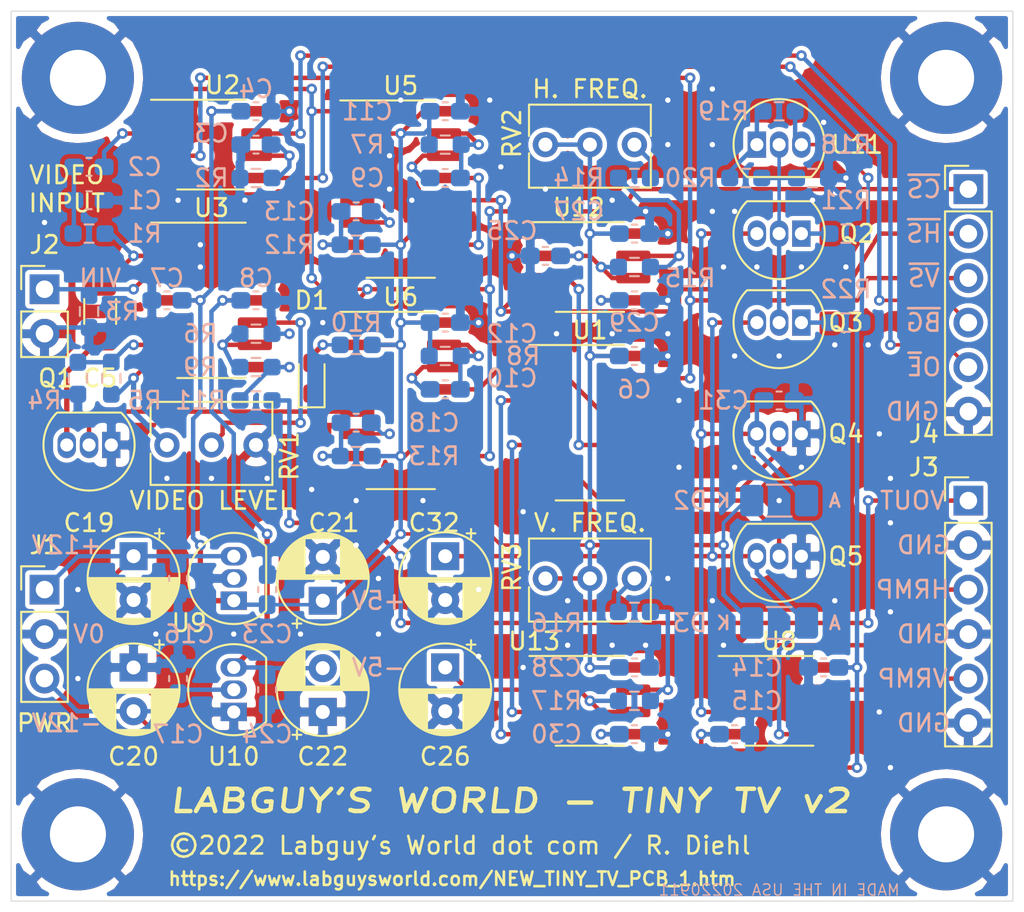
<source format=kicad_pcb>
(kicad_pcb (version 20171130) (host pcbnew "(5.1.7)-1")

  (general
    (thickness 1.6)
    (drawings 39)
    (tracks 574)
    (zones 0)
    (modules 84)
    (nets 64)
  )

  (page A)
  (title_block
    (title "Tiny TV PCB v2")
    (date 2022-09-09)
    (rev 2)
  )

  (layers
    (0 F.Cu signal)
    (31 B.Cu signal)
    (32 B.Adhes user)
    (33 F.Adhes user)
    (34 B.Paste user)
    (35 F.Paste user)
    (36 B.SilkS user)
    (37 F.SilkS user)
    (38 B.Mask user)
    (39 F.Mask user)
    (40 Dwgs.User user)
    (41 Cmts.User user)
    (42 Eco1.User user)
    (43 Eco2.User user)
    (44 Edge.Cuts user)
    (45 Margin user)
    (46 B.CrtYd user)
    (47 F.CrtYd user)
    (48 B.Fab user hide)
    (49 F.Fab user hide)
  )

  (setup
    (last_trace_width 0.25)
    (user_trace_width 0.2032)
    (user_trace_width 0.254)
    (user_trace_width 0.3048)
    (user_trace_width 0.4064)
    (trace_clearance 0.2)
    (zone_clearance 0.254)
    (zone_45_only no)
    (trace_min 0.2)
    (via_size 0.8)
    (via_drill 0.4)
    (via_min_size 0.4)
    (via_min_drill 0.3)
    (user_via 0.6096 0.3048)
    (uvia_size 0.3)
    (uvia_drill 0.1)
    (uvias_allowed no)
    (uvia_min_size 0.2)
    (uvia_min_drill 0.1)
    (edge_width 0.05)
    (segment_width 0.2)
    (pcb_text_width 0.3)
    (pcb_text_size 1.5 1.5)
    (mod_edge_width 0.12)
    (mod_text_size 1 1)
    (mod_text_width 0.15)
    (pad_size 1.524 1.524)
    (pad_drill 0.762)
    (pad_to_mask_clearance 0)
    (aux_axis_origin 0 0)
    (visible_elements 7FFFFFFF)
    (pcbplotparams
      (layerselection 0x010fc_ffffffff)
      (usegerberextensions false)
      (usegerberattributes true)
      (usegerberadvancedattributes true)
      (creategerberjobfile true)
      (excludeedgelayer true)
      (linewidth 0.100000)
      (plotframeref false)
      (viasonmask false)
      (mode 1)
      (useauxorigin false)
      (hpglpennumber 1)
      (hpglpenspeed 20)
      (hpglpendiameter 15.000000)
      (psnegative false)
      (psa4output false)
      (plotreference true)
      (plotvalue true)
      (plotinvisibletext false)
      (padsonsilk false)
      (subtractmaskfromsilk false)
      (outputformat 1)
      (mirror false)
      (drillshape 1)
      (scaleselection 1)
      (outputdirectory ""))
  )

  (net 0 "")
  (net 1 "Net-(C1-Pad1)")
  (net 2 GND)
  (net 3 "Net-(C2-Pad2)")
  (net 4 "Net-(C3-Pad1)")
  (net 5 +5V)
  (net 6 /VIDEO_IN)
  (net 7 "Net-(C5-Pad2)")
  (net 8 -5V)
  (net 9 "Net-(C9-Pad2)")
  (net 10 "Net-(C9-Pad1)")
  (net 11 "Net-(C10-Pad1)")
  (net 12 "Net-(C10-Pad2)")
  (net 13 "Net-(C13-Pad1)")
  (net 14 "Net-(C13-Pad2)")
  (net 15 +12V)
  (net 16 -12V)
  (net 17 "Net-(C18-Pad2)")
  (net 18 "Net-(C18-Pad1)")
  (net 19 "Net-(C25-Pad1)")
  (net 20 "Net-(C26-Pad1)")
  (net 21 "Net-(C29-Pad1)")
  (net 22 "Net-(C30-Pad1)")
  (net 23 /KI1)
  (net 24 /KI2)
  (net 25 /~VIDEO_DET)
  (net 26 "Net-(D1-Pad2)")
  (net 27 "Net-(J2-Pad1)")
  (net 28 /V_RAMP_OUT)
  (net 29 /H_RAMP_OUT)
  (net 30 /VIDEO_OUT)
  (net 31 /~CS)
  (net 32 /~HS)
  (net 33 /~VS)
  (net 34 /~BG)
  (net 35 /O~E)
  (net 36 /CLAMP)
  (net 37 "Net-(Q2-Pad1)")
  (net 38 "Net-(Q2-Pad2)")
  (net 39 "Net-(Q3-Pad1)")
  (net 40 /HD)
  (net 41 /VD)
  (net 42 "Net-(R4-Pad1)")
  (net 43 "Net-(R5-Pad2)")
  (net 44 "Net-(R6-Pad1)")
  (net 45 "Net-(R11-Pad1)")
  (net 46 "Net-(R14-Pad2)")
  (net 47 "Net-(R14-Pad1)")
  (net 48 "Net-(R16-Pad2)")
  (net 49 "Net-(R16-Pad1)")
  (net 50 "Net-(R19-Pad2)")
  (net 51 "Net-(RV1-Pad2)")
  (net 52 /VIDEO_DET)
  (net 53 "Net-(U1-Pad11)")
  (net 54 "Net-(U1-Pad3)")
  (net 55 "Net-(U1-Pad4)")
  (net 56 "Net-(U1-Pad10)")
  (net 57 "Net-(U3-Pad14)")
  (net 58 "Net-(U3-Pad13)")
  (net 59 "Net-(U3-Pad12)")
  (net 60 "Net-(U5-Pad10)")
  (net 61 "Net-(U5-Pad5)")
  (net 62 "Net-(U5-Pad4)")
  (net 63 "Net-(U6-Pad12)")

  (net_class Default "This is the default net class."
    (clearance 0.2)
    (trace_width 0.25)
    (via_dia 0.8)
    (via_drill 0.4)
    (uvia_dia 0.3)
    (uvia_drill 0.1)
    (add_net +12V)
    (add_net +5V)
    (add_net -12V)
    (add_net -5V)
    (add_net /CLAMP)
    (add_net /HD)
    (add_net /H_RAMP_OUT)
    (add_net /KI1)
    (add_net /KI2)
    (add_net /O~E)
    (add_net /VD)
    (add_net /VIDEO_DET)
    (add_net /VIDEO_IN)
    (add_net /VIDEO_OUT)
    (add_net /V_RAMP_OUT)
    (add_net /~BG)
    (add_net /~CS)
    (add_net /~HS)
    (add_net /~VIDEO_DET)
    (add_net /~VS)
    (add_net GND)
    (add_net "Net-(C1-Pad1)")
    (add_net "Net-(C10-Pad1)")
    (add_net "Net-(C10-Pad2)")
    (add_net "Net-(C13-Pad1)")
    (add_net "Net-(C13-Pad2)")
    (add_net "Net-(C18-Pad1)")
    (add_net "Net-(C18-Pad2)")
    (add_net "Net-(C2-Pad2)")
    (add_net "Net-(C25-Pad1)")
    (add_net "Net-(C26-Pad1)")
    (add_net "Net-(C29-Pad1)")
    (add_net "Net-(C3-Pad1)")
    (add_net "Net-(C30-Pad1)")
    (add_net "Net-(C5-Pad2)")
    (add_net "Net-(C9-Pad1)")
    (add_net "Net-(C9-Pad2)")
    (add_net "Net-(D1-Pad2)")
    (add_net "Net-(J2-Pad1)")
    (add_net "Net-(Q2-Pad1)")
    (add_net "Net-(Q2-Pad2)")
    (add_net "Net-(Q3-Pad1)")
    (add_net "Net-(R11-Pad1)")
    (add_net "Net-(R14-Pad1)")
    (add_net "Net-(R14-Pad2)")
    (add_net "Net-(R16-Pad1)")
    (add_net "Net-(R16-Pad2)")
    (add_net "Net-(R19-Pad2)")
    (add_net "Net-(R4-Pad1)")
    (add_net "Net-(R5-Pad2)")
    (add_net "Net-(R6-Pad1)")
    (add_net "Net-(RV1-Pad2)")
    (add_net "Net-(U1-Pad10)")
    (add_net "Net-(U1-Pad11)")
    (add_net "Net-(U1-Pad3)")
    (add_net "Net-(U1-Pad4)")
    (add_net "Net-(U3-Pad12)")
    (add_net "Net-(U3-Pad13)")
    (add_net "Net-(U3-Pad14)")
    (add_net "Net-(U5-Pad10)")
    (add_net "Net-(U5-Pad4)")
    (add_net "Net-(U5-Pad5)")
    (add_net "Net-(U6-Pad12)")
  )

  (module Package_SO:SOIC-8_3.9x4.9mm_P1.27mm (layer F.Cu) (tedit 5D9F72B1) (tstamp 631C68AF)
    (at 166.37 71.755)
    (descr "SOIC, 8 Pin (JEDEC MS-012AA, https://www.analog.com/media/en/package-pcb-resources/package/pkg_pdf/soic_narrow-r/r_8.pdf), generated with kicad-footprint-generator ipc_gullwing_generator.py")
    (tags "SOIC SO")
    (path /63753D3E)
    (attr smd)
    (fp_text reference U12 (at -0.635 -3.4) (layer F.SilkS)
      (effects (font (size 1 1) (thickness 0.15)))
    )
    (fp_text value LM555N (at 0 3.4) (layer F.Fab)
      (effects (font (size 1 1) (thickness 0.15)))
    )
    (fp_line (start 3.7 -2.7) (end -3.7 -2.7) (layer F.CrtYd) (width 0.05))
    (fp_line (start 3.7 2.7) (end 3.7 -2.7) (layer F.CrtYd) (width 0.05))
    (fp_line (start -3.7 2.7) (end 3.7 2.7) (layer F.CrtYd) (width 0.05))
    (fp_line (start -3.7 -2.7) (end -3.7 2.7) (layer F.CrtYd) (width 0.05))
    (fp_line (start -1.95 -1.475) (end -0.975 -2.45) (layer F.Fab) (width 0.1))
    (fp_line (start -1.95 2.45) (end -1.95 -1.475) (layer F.Fab) (width 0.1))
    (fp_line (start 1.95 2.45) (end -1.95 2.45) (layer F.Fab) (width 0.1))
    (fp_line (start 1.95 -2.45) (end 1.95 2.45) (layer F.Fab) (width 0.1))
    (fp_line (start -0.975 -2.45) (end 1.95 -2.45) (layer F.Fab) (width 0.1))
    (fp_line (start 0 -2.56) (end -3.45 -2.56) (layer F.SilkS) (width 0.12))
    (fp_line (start 0 -2.56) (end 1.95 -2.56) (layer F.SilkS) (width 0.12))
    (fp_line (start 0 2.56) (end -1.95 2.56) (layer F.SilkS) (width 0.12))
    (fp_line (start 0 2.56) (end 1.95 2.56) (layer F.SilkS) (width 0.12))
    (fp_text user %R (at 0 0) (layer F.Fab)
      (effects (font (size 0.98 0.98) (thickness 0.15)))
    )
    (pad 8 smd roundrect (at 2.475 -1.905) (size 1.95 0.6) (layers F.Cu F.Paste F.Mask) (roundrect_rratio 0.25)
      (net 5 +5V))
    (pad 7 smd roundrect (at 2.475 -0.635) (size 1.95 0.6) (layers F.Cu F.Paste F.Mask) (roundrect_rratio 0.25)
      (net 47 "Net-(R14-Pad1)"))
    (pad 6 smd roundrect (at 2.475 0.635) (size 1.95 0.6) (layers F.Cu F.Paste F.Mask) (roundrect_rratio 0.25)
      (net 19 "Net-(C25-Pad1)"))
    (pad 5 smd roundrect (at 2.475 1.905) (size 1.95 0.6) (layers F.Cu F.Paste F.Mask) (roundrect_rratio 0.25)
      (net 21 "Net-(C29-Pad1)"))
    (pad 4 smd roundrect (at -2.475 1.905) (size 1.95 0.6) (layers F.Cu F.Paste F.Mask) (roundrect_rratio 0.25)
      (net 32 /~HS))
    (pad 3 smd roundrect (at -2.475 0.635) (size 1.95 0.6) (layers F.Cu F.Paste F.Mask) (roundrect_rratio 0.25)
      (net 56 "Net-(U1-Pad10)"))
    (pad 2 smd roundrect (at -2.475 -0.635) (size 1.95 0.6) (layers F.Cu F.Paste F.Mask) (roundrect_rratio 0.25)
      (net 19 "Net-(C25-Pad1)"))
    (pad 1 smd roundrect (at -2.475 -1.905) (size 1.95 0.6) (layers F.Cu F.Paste F.Mask) (roundrect_rratio 0.25)
      (net 2 GND))
    (model ${KISYS3DMOD}/Package_SO.3dshapes/SOIC-8_3.9x4.9mm_P1.27mm.wrl
      (at (xyz 0 0 0))
      (scale (xyz 1 1 1))
      (rotate (xyz 0 0 0))
    )
  )

  (module Package_SO:SOIC-16_3.9x9.9mm_P1.27mm (layer F.Cu) (tedit 5D9F72B1) (tstamp 631EC7B8)
    (at 155.575 79.375)
    (descr "SOIC, 16 Pin (JEDEC MS-012AC, https://www.analog.com/media/en/package-pcb-resources/package/pkg_pdf/soic_narrow-r/r_16.pdf), generated with kicad-footprint-generator ipc_gullwing_generator.py")
    (tags "SOIC SO")
    (path /6332D2E5)
    (attr smd)
    (fp_text reference U6 (at 0 -5.9) (layer F.SilkS)
      (effects (font (size 1 1) (thickness 0.15)))
    )
    (fp_text value 74HC221 (at 0 5.9) (layer F.Fab)
      (effects (font (size 1 1) (thickness 0.15)))
    )
    (fp_line (start 0 5.06) (end 1.95 5.06) (layer F.SilkS) (width 0.12))
    (fp_line (start 0 5.06) (end -1.95 5.06) (layer F.SilkS) (width 0.12))
    (fp_line (start 0 -5.06) (end 1.95 -5.06) (layer F.SilkS) (width 0.12))
    (fp_line (start 0 -5.06) (end -3.45 -5.06) (layer F.SilkS) (width 0.12))
    (fp_line (start -0.975 -4.95) (end 1.95 -4.95) (layer F.Fab) (width 0.1))
    (fp_line (start 1.95 -4.95) (end 1.95 4.95) (layer F.Fab) (width 0.1))
    (fp_line (start 1.95 4.95) (end -1.95 4.95) (layer F.Fab) (width 0.1))
    (fp_line (start -1.95 4.95) (end -1.95 -3.975) (layer F.Fab) (width 0.1))
    (fp_line (start -1.95 -3.975) (end -0.975 -4.95) (layer F.Fab) (width 0.1))
    (fp_line (start -3.7 -5.2) (end -3.7 5.2) (layer F.CrtYd) (width 0.05))
    (fp_line (start -3.7 5.2) (end 3.7 5.2) (layer F.CrtYd) (width 0.05))
    (fp_line (start 3.7 5.2) (end 3.7 -5.2) (layer F.CrtYd) (width 0.05))
    (fp_line (start 3.7 -5.2) (end -3.7 -5.2) (layer F.CrtYd) (width 0.05))
    (fp_text user %R (at 0 0) (layer F.Fab)
      (effects (font (size 0.98 0.98) (thickness 0.15)))
    )
    (pad 1 smd roundrect (at -2.475 -4.445) (size 1.95 0.6) (layers F.Cu F.Paste F.Mask) (roundrect_rratio 0.25)
      (net 31 /~CS))
    (pad 2 smd roundrect (at -2.475 -3.175) (size 1.95 0.6) (layers F.Cu F.Paste F.Mask) (roundrect_rratio 0.25)
      (net 5 +5V))
    (pad 3 smd roundrect (at -2.475 -1.905) (size 1.95 0.6) (layers F.Cu F.Paste F.Mask) (roundrect_rratio 0.25)
      (net 5 +5V))
    (pad 4 smd roundrect (at -2.475 -0.635) (size 1.95 0.6) (layers F.Cu F.Paste F.Mask) (roundrect_rratio 0.25)
      (net 25 /~VIDEO_DET))
    (pad 5 smd roundrect (at -2.475 0.635) (size 1.95 0.6) (layers F.Cu F.Paste F.Mask) (roundrect_rratio 0.25)
      (net 36 /CLAMP))
    (pad 6 smd roundrect (at -2.475 1.905) (size 1.95 0.6) (layers F.Cu F.Paste F.Mask) (roundrect_rratio 0.25)
      (net 17 "Net-(C18-Pad2)"))
    (pad 7 smd roundrect (at -2.475 3.175) (size 1.95 0.6) (layers F.Cu F.Paste F.Mask) (roundrect_rratio 0.25)
      (net 18 "Net-(C18-Pad1)"))
    (pad 8 smd roundrect (at -2.475 4.445) (size 1.95 0.6) (layers F.Cu F.Paste F.Mask) (roundrect_rratio 0.25)
      (net 2 GND))
    (pad 9 smd roundrect (at 2.475 4.445) (size 1.95 0.6) (layers F.Cu F.Paste F.Mask) (roundrect_rratio 0.25)
      (net 2 GND))
    (pad 10 smd roundrect (at 2.475 3.175) (size 1.95 0.6) (layers F.Cu F.Paste F.Mask) (roundrect_rratio 0.25)
      (net 31 /~CS))
    (pad 11 smd roundrect (at 2.475 1.905) (size 1.95 0.6) (layers F.Cu F.Paste F.Mask) (roundrect_rratio 0.25)
      (net 5 +5V))
    (pad 12 smd roundrect (at 2.475 0.635) (size 1.95 0.6) (layers F.Cu F.Paste F.Mask) (roundrect_rratio 0.25)
      (net 63 "Net-(U6-Pad12)"))
    (pad 13 smd roundrect (at 2.475 -0.635) (size 1.95 0.6) (layers F.Cu F.Paste F.Mask) (roundrect_rratio 0.25)
      (net 52 /VIDEO_DET))
    (pad 14 smd roundrect (at 2.475 -1.905) (size 1.95 0.6) (layers F.Cu F.Paste F.Mask) (roundrect_rratio 0.25)
      (net 12 "Net-(C10-Pad2)"))
    (pad 15 smd roundrect (at 2.475 -3.175) (size 1.95 0.6) (layers F.Cu F.Paste F.Mask) (roundrect_rratio 0.25)
      (net 11 "Net-(C10-Pad1)"))
    (pad 16 smd roundrect (at 2.475 -4.445) (size 1.95 0.6) (layers F.Cu F.Paste F.Mask) (roundrect_rratio 0.25)
      (net 5 +5V))
    (model ${KISYS3DMOD}/Package_SO.3dshapes/SOIC-16_3.9x9.9mm_P1.27mm.wrl
      (at (xyz 0 0 0))
      (scale (xyz 1 1 1))
      (rotate (xyz 0 0 0))
    )
  )

  (module Package_TO_SOT_THT:TO-92_Inline (layer F.Cu) (tedit 5A1DD157) (tstamp 631C84C0)
    (at 146.05 90.805 90)
    (descr "TO-92 leads in-line, narrow, oval pads, drill 0.75mm (see NXP sot054_po.pdf)")
    (tags "to-92 sc-43 sc-43a sot54 PA33 transistor")
    (path /633CACFC)
    (fp_text reference U9 (at -1.27 -2.54 180) (layer F.SilkS)
      (effects (font (size 1 1) (thickness 0.15)))
    )
    (fp_text value L78L05_TO92 (at 1.27 2.79 90) (layer F.Fab)
      (effects (font (size 1 1) (thickness 0.15)))
    )
    (fp_line (start 4 2.01) (end -1.46 2.01) (layer F.CrtYd) (width 0.05))
    (fp_line (start 4 2.01) (end 4 -2.73) (layer F.CrtYd) (width 0.05))
    (fp_line (start -1.46 -2.73) (end -1.46 2.01) (layer F.CrtYd) (width 0.05))
    (fp_line (start -1.46 -2.73) (end 4 -2.73) (layer F.CrtYd) (width 0.05))
    (fp_line (start -0.5 1.75) (end 3 1.75) (layer F.Fab) (width 0.1))
    (fp_line (start -0.53 1.85) (end 3.07 1.85) (layer F.SilkS) (width 0.12))
    (fp_arc (start 1.27 0) (end 1.27 -2.6) (angle 135) (layer F.SilkS) (width 0.12))
    (fp_arc (start 1.27 0) (end 1.27 -2.48) (angle -135) (layer F.Fab) (width 0.1))
    (fp_arc (start 1.27 0) (end 1.27 -2.6) (angle -135) (layer F.SilkS) (width 0.12))
    (fp_arc (start 1.27 0) (end 1.27 -2.48) (angle 135) (layer F.Fab) (width 0.1))
    (fp_text user %R (at 1.27 0 90) (layer F.Fab)
      (effects (font (size 1 1) (thickness 0.15)))
    )
    (pad 1 thru_hole rect (at 0 0 90) (size 1.05 1.5) (drill 0.75) (layers *.Cu *.Mask)
      (net 5 +5V))
    (pad 3 thru_hole oval (at 2.54 0 90) (size 1.05 1.5) (drill 0.75) (layers *.Cu *.Mask)
      (net 15 +12V))
    (pad 2 thru_hole oval (at 1.27 0 90) (size 1.05 1.5) (drill 0.75) (layers *.Cu *.Mask)
      (net 2 GND))
    (model ${KISYS3DMOD}/Package_TO_SOT_THT.3dshapes/TO-92_Inline.wrl
      (at (xyz 0 0 0))
      (scale (xyz 1 1 1))
      (rotate (xyz 0 0 0))
    )
  )

  (module Capacitor_SMD:C_0603_1608Metric_Pad1.08x0.95mm_HandSolder (layer B.Cu) (tedit 5F68FEEF) (tstamp 631CF603)
    (at 137.795 67.945)
    (descr "Capacitor SMD 0603 (1608 Metric), square (rectangular) end terminal, IPC_7351 nominal with elongated pad for handsoldering. (Body size source: IPC-SM-782 page 76, https://www.pcb-3d.com/wordpress/wp-content/uploads/ipc-sm-782a_amendment_1_and_2.pdf), generated with kicad-footprint-generator")
    (tags "capacitor handsolder")
    (path /630BB41F)
    (attr smd)
    (fp_text reference C1 (at 3.175 0) (layer B.SilkS)
      (effects (font (size 1 1) (thickness 0.15)) (justify mirror))
    )
    (fp_text value 510pF (at 0 -1.43) (layer B.Fab)
      (effects (font (size 1 1) (thickness 0.15)) (justify mirror))
    )
    (fp_line (start -0.8 -0.4) (end -0.8 0.4) (layer B.Fab) (width 0.1))
    (fp_line (start -0.8 0.4) (end 0.8 0.4) (layer B.Fab) (width 0.1))
    (fp_line (start 0.8 0.4) (end 0.8 -0.4) (layer B.Fab) (width 0.1))
    (fp_line (start 0.8 -0.4) (end -0.8 -0.4) (layer B.Fab) (width 0.1))
    (fp_line (start -0.146267 0.51) (end 0.146267 0.51) (layer B.SilkS) (width 0.12))
    (fp_line (start -0.146267 -0.51) (end 0.146267 -0.51) (layer B.SilkS) (width 0.12))
    (fp_line (start -1.65 -0.73) (end -1.65 0.73) (layer B.CrtYd) (width 0.05))
    (fp_line (start -1.65 0.73) (end 1.65 0.73) (layer B.CrtYd) (width 0.05))
    (fp_line (start 1.65 0.73) (end 1.65 -0.73) (layer B.CrtYd) (width 0.05))
    (fp_line (start 1.65 -0.73) (end -1.65 -0.73) (layer B.CrtYd) (width 0.05))
    (fp_text user %R (at 0 0) (layer B.Fab)
      (effects (font (size 0.4 0.4) (thickness 0.06)) (justify mirror))
    )
    (pad 1 smd roundrect (at -0.8625 0) (size 1.075 0.95) (layers B.Cu B.Paste B.Mask) (roundrect_rratio 0.25)
      (net 1 "Net-(C1-Pad1)"))
    (pad 2 smd roundrect (at 0.8625 0) (size 1.075 0.95) (layers B.Cu B.Paste B.Mask) (roundrect_rratio 0.25)
      (net 2 GND))
    (model ${KISYS3DMOD}/Capacitor_SMD.3dshapes/C_0603_1608Metric.wrl
      (at (xyz 0 0 0))
      (scale (xyz 1 1 1))
      (rotate (xyz 0 0 0))
    )
  )

  (module Capacitor_SMD:C_0603_1608Metric_Pad1.08x0.95mm_HandSolder (layer B.Cu) (tedit 5F68FEEF) (tstamp 631C600E)
    (at 137.795 66.04)
    (descr "Capacitor SMD 0603 (1608 Metric), square (rectangular) end terminal, IPC_7351 nominal with elongated pad for handsoldering. (Body size source: IPC-SM-782 page 76, https://www.pcb-3d.com/wordpress/wp-content/uploads/ipc-sm-782a_amendment_1_and_2.pdf), generated with kicad-footprint-generator")
    (tags "capacitor handsolder")
    (path /630B8D76)
    (attr smd)
    (fp_text reference C2 (at 3.175 0) (layer B.SilkS)
      (effects (font (size 1 1) (thickness 0.15)) (justify mirror))
    )
    (fp_text value 100nF (at 0 -1.43) (layer B.Fab)
      (effects (font (size 1 1) (thickness 0.15)) (justify mirror))
    )
    (fp_line (start 1.65 -0.73) (end -1.65 -0.73) (layer B.CrtYd) (width 0.05))
    (fp_line (start 1.65 0.73) (end 1.65 -0.73) (layer B.CrtYd) (width 0.05))
    (fp_line (start -1.65 0.73) (end 1.65 0.73) (layer B.CrtYd) (width 0.05))
    (fp_line (start -1.65 -0.73) (end -1.65 0.73) (layer B.CrtYd) (width 0.05))
    (fp_line (start -0.146267 -0.51) (end 0.146267 -0.51) (layer B.SilkS) (width 0.12))
    (fp_line (start -0.146267 0.51) (end 0.146267 0.51) (layer B.SilkS) (width 0.12))
    (fp_line (start 0.8 -0.4) (end -0.8 -0.4) (layer B.Fab) (width 0.1))
    (fp_line (start 0.8 0.4) (end 0.8 -0.4) (layer B.Fab) (width 0.1))
    (fp_line (start -0.8 0.4) (end 0.8 0.4) (layer B.Fab) (width 0.1))
    (fp_line (start -0.8 -0.4) (end -0.8 0.4) (layer B.Fab) (width 0.1))
    (fp_text user %R (at 0 0) (layer B.Fab)
      (effects (font (size 0.4 0.4) (thickness 0.06)) (justify mirror))
    )
    (pad 2 smd roundrect (at 0.8625 0) (size 1.075 0.95) (layers B.Cu B.Paste B.Mask) (roundrect_rratio 0.25)
      (net 3 "Net-(C2-Pad2)"))
    (pad 1 smd roundrect (at -0.8625 0) (size 1.075 0.95) (layers B.Cu B.Paste B.Mask) (roundrect_rratio 0.25)
      (net 1 "Net-(C1-Pad1)"))
    (model ${KISYS3DMOD}/Capacitor_SMD.3dshapes/C_0603_1608Metric.wrl
      (at (xyz 0 0 0))
      (scale (xyz 1 1 1))
      (rotate (xyz 0 0 0))
    )
  )

  (module Capacitor_SMD:C_0603_1608Metric_Pad1.08x0.95mm_HandSolder (layer B.Cu) (tedit 5F68FEEF) (tstamp 631C601F)
    (at 147.32 64.77 180)
    (descr "Capacitor SMD 0603 (1608 Metric), square (rectangular) end terminal, IPC_7351 nominal with elongated pad for handsoldering. (Body size source: IPC-SM-782 page 76, https://www.pcb-3d.com/wordpress/wp-content/uploads/ipc-sm-782a_amendment_1_and_2.pdf), generated with kicad-footprint-generator")
    (tags "capacitor handsolder")
    (path /630B978E)
    (attr smd)
    (fp_text reference C3 (at 2.54 0.635) (layer B.SilkS)
      (effects (font (size 1 1) (thickness 0.15)) (justify mirror))
    )
    (fp_text value 100nF (at 0 -1.43) (layer B.Fab)
      (effects (font (size 1 1) (thickness 0.15)) (justify mirror))
    )
    (fp_line (start -0.8 -0.4) (end -0.8 0.4) (layer B.Fab) (width 0.1))
    (fp_line (start -0.8 0.4) (end 0.8 0.4) (layer B.Fab) (width 0.1))
    (fp_line (start 0.8 0.4) (end 0.8 -0.4) (layer B.Fab) (width 0.1))
    (fp_line (start 0.8 -0.4) (end -0.8 -0.4) (layer B.Fab) (width 0.1))
    (fp_line (start -0.146267 0.51) (end 0.146267 0.51) (layer B.SilkS) (width 0.12))
    (fp_line (start -0.146267 -0.51) (end 0.146267 -0.51) (layer B.SilkS) (width 0.12))
    (fp_line (start -1.65 -0.73) (end -1.65 0.73) (layer B.CrtYd) (width 0.05))
    (fp_line (start -1.65 0.73) (end 1.65 0.73) (layer B.CrtYd) (width 0.05))
    (fp_line (start 1.65 0.73) (end 1.65 -0.73) (layer B.CrtYd) (width 0.05))
    (fp_line (start 1.65 -0.73) (end -1.65 -0.73) (layer B.CrtYd) (width 0.05))
    (fp_text user %R (at 0 0) (layer B.Fab)
      (effects (font (size 0.4 0.4) (thickness 0.06)) (justify mirror))
    )
    (pad 1 smd roundrect (at -0.8625 0 180) (size 1.075 0.95) (layers B.Cu B.Paste B.Mask) (roundrect_rratio 0.25)
      (net 4 "Net-(C3-Pad1)"))
    (pad 2 smd roundrect (at 0.8625 0 180) (size 1.075 0.95) (layers B.Cu B.Paste B.Mask) (roundrect_rratio 0.25)
      (net 2 GND))
    (model ${KISYS3DMOD}/Capacitor_SMD.3dshapes/C_0603_1608Metric.wrl
      (at (xyz 0 0 0))
      (scale (xyz 1 1 1))
      (rotate (xyz 0 0 0))
    )
  )

  (module Capacitor_SMD:C_0603_1608Metric_Pad1.08x0.95mm_HandSolder (layer B.Cu) (tedit 5F68FEEF) (tstamp 631C6030)
    (at 147.32 62.865)
    (descr "Capacitor SMD 0603 (1608 Metric), square (rectangular) end terminal, IPC_7351 nominal with elongated pad for handsoldering. (Body size source: IPC-SM-782 page 76, https://www.pcb-3d.com/wordpress/wp-content/uploads/ipc-sm-782a_amendment_1_and_2.pdf), generated with kicad-footprint-generator")
    (tags "capacitor handsolder")
    (path /630B93BA)
    (attr smd)
    (fp_text reference C4 (at 0 -1.27) (layer B.SilkS)
      (effects (font (size 1 1) (thickness 0.15)) (justify mirror))
    )
    (fp_text value 100nF (at 0 -1.43) (layer B.Fab)
      (effects (font (size 1 1) (thickness 0.15)) (justify mirror))
    )
    (fp_line (start -0.8 -0.4) (end -0.8 0.4) (layer B.Fab) (width 0.1))
    (fp_line (start -0.8 0.4) (end 0.8 0.4) (layer B.Fab) (width 0.1))
    (fp_line (start 0.8 0.4) (end 0.8 -0.4) (layer B.Fab) (width 0.1))
    (fp_line (start 0.8 -0.4) (end -0.8 -0.4) (layer B.Fab) (width 0.1))
    (fp_line (start -0.146267 0.51) (end 0.146267 0.51) (layer B.SilkS) (width 0.12))
    (fp_line (start -0.146267 -0.51) (end 0.146267 -0.51) (layer B.SilkS) (width 0.12))
    (fp_line (start -1.65 -0.73) (end -1.65 0.73) (layer B.CrtYd) (width 0.05))
    (fp_line (start -1.65 0.73) (end 1.65 0.73) (layer B.CrtYd) (width 0.05))
    (fp_line (start 1.65 0.73) (end 1.65 -0.73) (layer B.CrtYd) (width 0.05))
    (fp_line (start 1.65 -0.73) (end -1.65 -0.73) (layer B.CrtYd) (width 0.05))
    (fp_text user %R (at 0 0) (layer B.Fab)
      (effects (font (size 0.4 0.4) (thickness 0.06)) (justify mirror))
    )
    (pad 1 smd roundrect (at -0.8625 0) (size 1.075 0.95) (layers B.Cu B.Paste B.Mask) (roundrect_rratio 0.25)
      (net 5 +5V))
    (pad 2 smd roundrect (at 0.8625 0) (size 1.075 0.95) (layers B.Cu B.Paste B.Mask) (roundrect_rratio 0.25)
      (net 2 GND))
    (model ${KISYS3DMOD}/Capacitor_SMD.3dshapes/C_0603_1608Metric.wrl
      (at (xyz 0 0 0))
      (scale (xyz 1 1 1))
      (rotate (xyz 0 0 0))
    )
  )

  (module Capacitor_SMD:C_1206_3216Metric_Pad1.33x1.80mm_HandSolder (layer F.Cu) (tedit 5F68FEEF) (tstamp 631CAE8E)
    (at 138.43 74.295 270)
    (descr "Capacitor SMD 1206 (3216 Metric), square (rectangular) end terminal, IPC_7351 nominal with elongated pad for handsoldering. (Body size source: IPC-SM-782 page 76, https://www.pcb-3d.com/wordpress/wp-content/uploads/ipc-sm-782a_amendment_1_and_2.pdf), generated with kicad-footprint-generator")
    (tags "capacitor handsolder")
    (path /630559D8)
    (attr smd)
    (fp_text reference C5 (at 3.81 0 180) (layer F.SilkS)
      (effects (font (size 1 1) (thickness 0.15)))
    )
    (fp_text value 10µF (at 0 1.85 90) (layer F.Fab)
      (effects (font (size 1 1) (thickness 0.15)))
    )
    (fp_line (start -1.6 0.8) (end -1.6 -0.8) (layer F.Fab) (width 0.1))
    (fp_line (start -1.6 -0.8) (end 1.6 -0.8) (layer F.Fab) (width 0.1))
    (fp_line (start 1.6 -0.8) (end 1.6 0.8) (layer F.Fab) (width 0.1))
    (fp_line (start 1.6 0.8) (end -1.6 0.8) (layer F.Fab) (width 0.1))
    (fp_line (start -0.711252 -0.91) (end 0.711252 -0.91) (layer F.SilkS) (width 0.12))
    (fp_line (start -0.711252 0.91) (end 0.711252 0.91) (layer F.SilkS) (width 0.12))
    (fp_line (start -2.48 1.15) (end -2.48 -1.15) (layer F.CrtYd) (width 0.05))
    (fp_line (start -2.48 -1.15) (end 2.48 -1.15) (layer F.CrtYd) (width 0.05))
    (fp_line (start 2.48 -1.15) (end 2.48 1.15) (layer F.CrtYd) (width 0.05))
    (fp_line (start 2.48 1.15) (end -2.48 1.15) (layer F.CrtYd) (width 0.05))
    (fp_text user %R (at 0 0 90) (layer F.Fab)
      (effects (font (size 0.8 0.8) (thickness 0.12)))
    )
    (pad 1 smd roundrect (at -1.5625 0 270) (size 1.325 1.8) (layers F.Cu F.Paste F.Mask) (roundrect_rratio 0.188679)
      (net 6 /VIDEO_IN))
    (pad 2 smd roundrect (at 1.5625 0 270) (size 1.325 1.8) (layers F.Cu F.Paste F.Mask) (roundrect_rratio 0.188679)
      (net 7 "Net-(C5-Pad2)"))
    (model ${KISYS3DMOD}/Capacitor_SMD.3dshapes/C_1206_3216Metric.wrl
      (at (xyz 0 0 0))
      (scale (xyz 1 1 1))
      (rotate (xyz 0 0 0))
    )
  )

  (module Capacitor_SMD:C_0603_1608Metric_Pad1.08x0.95mm_HandSolder (layer B.Cu) (tedit 5F68FEEF) (tstamp 631C6052)
    (at 168.91 76.835)
    (descr "Capacitor SMD 0603 (1608 Metric), square (rectangular) end terminal, IPC_7351 nominal with elongated pad for handsoldering. (Body size source: IPC-SM-782 page 76, https://www.pcb-3d.com/wordpress/wp-content/uploads/ipc-sm-782a_amendment_1_and_2.pdf), generated with kicad-footprint-generator")
    (tags "capacitor handsolder")
    (path /630FE343)
    (attr smd)
    (fp_text reference C6 (at 0 1.905) (layer B.SilkS)
      (effects (font (size 1 1) (thickness 0.15)) (justify mirror))
    )
    (fp_text value 100nF (at 0 -1.43) (layer B.Fab)
      (effects (font (size 1 1) (thickness 0.15)) (justify mirror))
    )
    (fp_line (start 1.65 -0.73) (end -1.65 -0.73) (layer B.CrtYd) (width 0.05))
    (fp_line (start 1.65 0.73) (end 1.65 -0.73) (layer B.CrtYd) (width 0.05))
    (fp_line (start -1.65 0.73) (end 1.65 0.73) (layer B.CrtYd) (width 0.05))
    (fp_line (start -1.65 -0.73) (end -1.65 0.73) (layer B.CrtYd) (width 0.05))
    (fp_line (start -0.146267 -0.51) (end 0.146267 -0.51) (layer B.SilkS) (width 0.12))
    (fp_line (start -0.146267 0.51) (end 0.146267 0.51) (layer B.SilkS) (width 0.12))
    (fp_line (start 0.8 -0.4) (end -0.8 -0.4) (layer B.Fab) (width 0.1))
    (fp_line (start 0.8 0.4) (end 0.8 -0.4) (layer B.Fab) (width 0.1))
    (fp_line (start -0.8 0.4) (end 0.8 0.4) (layer B.Fab) (width 0.1))
    (fp_line (start -0.8 -0.4) (end -0.8 0.4) (layer B.Fab) (width 0.1))
    (fp_text user %R (at 0 0) (layer B.Fab)
      (effects (font (size 0.4 0.4) (thickness 0.06)) (justify mirror))
    )
    (pad 2 smd roundrect (at 0.8625 0) (size 1.075 0.95) (layers B.Cu B.Paste B.Mask) (roundrect_rratio 0.25)
      (net 2 GND))
    (pad 1 smd roundrect (at -0.8625 0) (size 1.075 0.95) (layers B.Cu B.Paste B.Mask) (roundrect_rratio 0.25)
      (net 5 +5V))
    (model ${KISYS3DMOD}/Capacitor_SMD.3dshapes/C_0603_1608Metric.wrl
      (at (xyz 0 0 0))
      (scale (xyz 1 1 1))
      (rotate (xyz 0 0 0))
    )
  )

  (module Capacitor_SMD:C_0603_1608Metric_Pad1.08x0.95mm_HandSolder (layer B.Cu) (tedit 5F68FEEF) (tstamp 631ECB79)
    (at 142.24 73.66 180)
    (descr "Capacitor SMD 0603 (1608 Metric), square (rectangular) end terminal, IPC_7351 nominal with elongated pad for handsoldering. (Body size source: IPC-SM-782 page 76, https://www.pcb-3d.com/wordpress/wp-content/uploads/ipc-sm-782a_amendment_1_and_2.pdf), generated with kicad-footprint-generator")
    (tags "capacitor handsolder")
    (path /631B806D)
    (attr smd)
    (fp_text reference C7 (at 0 1.27 180) (layer B.SilkS)
      (effects (font (size 1 1) (thickness 0.15)) (justify mirror))
    )
    (fp_text value 100nF (at 0 -1.43 180) (layer B.Fab)
      (effects (font (size 1 1) (thickness 0.15)) (justify mirror))
    )
    (fp_line (start -0.8 -0.4) (end -0.8 0.4) (layer B.Fab) (width 0.1))
    (fp_line (start -0.8 0.4) (end 0.8 0.4) (layer B.Fab) (width 0.1))
    (fp_line (start 0.8 0.4) (end 0.8 -0.4) (layer B.Fab) (width 0.1))
    (fp_line (start 0.8 -0.4) (end -0.8 -0.4) (layer B.Fab) (width 0.1))
    (fp_line (start -0.146267 0.51) (end 0.146267 0.51) (layer B.SilkS) (width 0.12))
    (fp_line (start -0.146267 -0.51) (end 0.146267 -0.51) (layer B.SilkS) (width 0.12))
    (fp_line (start -1.65 -0.73) (end -1.65 0.73) (layer B.CrtYd) (width 0.05))
    (fp_line (start -1.65 0.73) (end 1.65 0.73) (layer B.CrtYd) (width 0.05))
    (fp_line (start 1.65 0.73) (end 1.65 -0.73) (layer B.CrtYd) (width 0.05))
    (fp_line (start 1.65 -0.73) (end -1.65 -0.73) (layer B.CrtYd) (width 0.05))
    (fp_text user %R (at 0 0 180) (layer B.Fab)
      (effects (font (size 0.4 0.4) (thickness 0.06)) (justify mirror))
    )
    (pad 1 smd roundrect (at -0.8625 0 180) (size 1.075 0.95) (layers B.Cu B.Paste B.Mask) (roundrect_rratio 0.25)
      (net 5 +5V))
    (pad 2 smd roundrect (at 0.8625 0 180) (size 1.075 0.95) (layers B.Cu B.Paste B.Mask) (roundrect_rratio 0.25)
      (net 2 GND))
    (model ${KISYS3DMOD}/Capacitor_SMD.3dshapes/C_0603_1608Metric.wrl
      (at (xyz 0 0 0))
      (scale (xyz 1 1 1))
      (rotate (xyz 0 0 0))
    )
  )

  (module Capacitor_SMD:C_0603_1608Metric_Pad1.08x0.95mm_HandSolder (layer B.Cu) (tedit 5F68FEEF) (tstamp 631CAE2E)
    (at 147.32 73.66)
    (descr "Capacitor SMD 0603 (1608 Metric), square (rectangular) end terminal, IPC_7351 nominal with elongated pad for handsoldering. (Body size source: IPC-SM-782 page 76, https://www.pcb-3d.com/wordpress/wp-content/uploads/ipc-sm-782a_amendment_1_and_2.pdf), generated with kicad-footprint-generator")
    (tags "capacitor handsolder")
    (path /631BCD97)
    (attr smd)
    (fp_text reference C8 (at 0 -1.27) (layer B.SilkS)
      (effects (font (size 1 1) (thickness 0.15)) (justify mirror))
    )
    (fp_text value 100nF (at 0 -1.43) (layer B.Fab)
      (effects (font (size 1 1) (thickness 0.15)) (justify mirror))
    )
    (fp_line (start 1.65 -0.73) (end -1.65 -0.73) (layer B.CrtYd) (width 0.05))
    (fp_line (start 1.65 0.73) (end 1.65 -0.73) (layer B.CrtYd) (width 0.05))
    (fp_line (start -1.65 0.73) (end 1.65 0.73) (layer B.CrtYd) (width 0.05))
    (fp_line (start -1.65 -0.73) (end -1.65 0.73) (layer B.CrtYd) (width 0.05))
    (fp_line (start -0.146267 -0.51) (end 0.146267 -0.51) (layer B.SilkS) (width 0.12))
    (fp_line (start -0.146267 0.51) (end 0.146267 0.51) (layer B.SilkS) (width 0.12))
    (fp_line (start 0.8 -0.4) (end -0.8 -0.4) (layer B.Fab) (width 0.1))
    (fp_line (start 0.8 0.4) (end 0.8 -0.4) (layer B.Fab) (width 0.1))
    (fp_line (start -0.8 0.4) (end 0.8 0.4) (layer B.Fab) (width 0.1))
    (fp_line (start -0.8 -0.4) (end -0.8 0.4) (layer B.Fab) (width 0.1))
    (fp_text user %R (at 0 0) (layer B.Fab)
      (effects (font (size 0.4 0.4) (thickness 0.06)) (justify mirror))
    )
    (pad 2 smd roundrect (at 0.8625 0) (size 1.075 0.95) (layers B.Cu B.Paste B.Mask) (roundrect_rratio 0.25)
      (net 2 GND))
    (pad 1 smd roundrect (at -0.8625 0) (size 1.075 0.95) (layers B.Cu B.Paste B.Mask) (roundrect_rratio 0.25)
      (net 8 -5V))
    (model ${KISYS3DMOD}/Capacitor_SMD.3dshapes/C_0603_1608Metric.wrl
      (at (xyz 0 0 0))
      (scale (xyz 1 1 1))
      (rotate (xyz 0 0 0))
    )
  )

  (module Capacitor_SMD:C_0603_1608Metric_Pad1.08x0.95mm_HandSolder (layer B.Cu) (tedit 5F68FEEF) (tstamp 631D4A72)
    (at 158.115 66.675 180)
    (descr "Capacitor SMD 0603 (1608 Metric), square (rectangular) end terminal, IPC_7351 nominal with elongated pad for handsoldering. (Body size source: IPC-SM-782 page 76, https://www.pcb-3d.com/wordpress/wp-content/uploads/ipc-sm-782a_amendment_1_and_2.pdf), generated with kicad-footprint-generator")
    (tags "capacitor handsolder")
    (path /6326842E)
    (attr smd)
    (fp_text reference C9 (at 4.445 0) (layer B.SilkS)
      (effects (font (size 1 1) (thickness 0.15)) (justify mirror))
    )
    (fp_text value 1nF-NPO (at 0 -1.43) (layer B.Fab)
      (effects (font (size 1 1) (thickness 0.15)) (justify mirror))
    )
    (fp_line (start 1.65 -0.73) (end -1.65 -0.73) (layer B.CrtYd) (width 0.05))
    (fp_line (start 1.65 0.73) (end 1.65 -0.73) (layer B.CrtYd) (width 0.05))
    (fp_line (start -1.65 0.73) (end 1.65 0.73) (layer B.CrtYd) (width 0.05))
    (fp_line (start -1.65 -0.73) (end -1.65 0.73) (layer B.CrtYd) (width 0.05))
    (fp_line (start -0.146267 -0.51) (end 0.146267 -0.51) (layer B.SilkS) (width 0.12))
    (fp_line (start -0.146267 0.51) (end 0.146267 0.51) (layer B.SilkS) (width 0.12))
    (fp_line (start 0.8 -0.4) (end -0.8 -0.4) (layer B.Fab) (width 0.1))
    (fp_line (start 0.8 0.4) (end 0.8 -0.4) (layer B.Fab) (width 0.1))
    (fp_line (start -0.8 0.4) (end 0.8 0.4) (layer B.Fab) (width 0.1))
    (fp_line (start -0.8 -0.4) (end -0.8 0.4) (layer B.Fab) (width 0.1))
    (fp_text user %R (at 0 0) (layer B.Fab)
      (effects (font (size 0.4 0.4) (thickness 0.06)) (justify mirror))
    )
    (pad 2 smd roundrect (at 0.8625 0 180) (size 1.075 0.95) (layers B.Cu B.Paste B.Mask) (roundrect_rratio 0.25)
      (net 9 "Net-(C9-Pad2)"))
    (pad 1 smd roundrect (at -0.8625 0 180) (size 1.075 0.95) (layers B.Cu B.Paste B.Mask) (roundrect_rratio 0.25)
      (net 10 "Net-(C9-Pad1)"))
    (model ${KISYS3DMOD}/Capacitor_SMD.3dshapes/C_0603_1608Metric.wrl
      (at (xyz 0 0 0))
      (scale (xyz 1 1 1))
      (rotate (xyz 0 0 0))
    )
  )

  (module Capacitor_SMD:C_0603_1608Metric_Pad1.08x0.95mm_HandSolder (layer B.Cu) (tedit 5F68FEEF) (tstamp 631C6096)
    (at 158.115 78.74 180)
    (descr "Capacitor SMD 0603 (1608 Metric), square (rectangular) end terminal, IPC_7351 nominal with elongated pad for handsoldering. (Body size source: IPC-SM-782 page 76, https://www.pcb-3d.com/wordpress/wp-content/uploads/ipc-sm-782a_amendment_1_and_2.pdf), generated with kicad-footprint-generator")
    (tags "capacitor handsolder")
    (path /6332DC95)
    (attr smd)
    (fp_text reference C10 (at -3.81 0.635) (layer B.SilkS)
      (effects (font (size 1 1) (thickness 0.15)) (justify mirror))
    )
    (fp_text value 100nF (at 0 -1.43) (layer B.Fab)
      (effects (font (size 1 1) (thickness 0.15)) (justify mirror))
    )
    (fp_line (start -0.8 -0.4) (end -0.8 0.4) (layer B.Fab) (width 0.1))
    (fp_line (start -0.8 0.4) (end 0.8 0.4) (layer B.Fab) (width 0.1))
    (fp_line (start 0.8 0.4) (end 0.8 -0.4) (layer B.Fab) (width 0.1))
    (fp_line (start 0.8 -0.4) (end -0.8 -0.4) (layer B.Fab) (width 0.1))
    (fp_line (start -0.146267 0.51) (end 0.146267 0.51) (layer B.SilkS) (width 0.12))
    (fp_line (start -0.146267 -0.51) (end 0.146267 -0.51) (layer B.SilkS) (width 0.12))
    (fp_line (start -1.65 -0.73) (end -1.65 0.73) (layer B.CrtYd) (width 0.05))
    (fp_line (start -1.65 0.73) (end 1.65 0.73) (layer B.CrtYd) (width 0.05))
    (fp_line (start 1.65 0.73) (end 1.65 -0.73) (layer B.CrtYd) (width 0.05))
    (fp_line (start 1.65 -0.73) (end -1.65 -0.73) (layer B.CrtYd) (width 0.05))
    (fp_text user %R (at 0 0) (layer B.Fab)
      (effects (font (size 0.4 0.4) (thickness 0.06)) (justify mirror))
    )
    (pad 1 smd roundrect (at -0.8625 0 180) (size 1.075 0.95) (layers B.Cu B.Paste B.Mask) (roundrect_rratio 0.25)
      (net 11 "Net-(C10-Pad1)"))
    (pad 2 smd roundrect (at 0.8625 0 180) (size 1.075 0.95) (layers B.Cu B.Paste B.Mask) (roundrect_rratio 0.25)
      (net 12 "Net-(C10-Pad2)"))
    (model ${KISYS3DMOD}/Capacitor_SMD.3dshapes/C_0603_1608Metric.wrl
      (at (xyz 0 0 0))
      (scale (xyz 1 1 1))
      (rotate (xyz 0 0 0))
    )
  )

  (module Capacitor_SMD:C_0603_1608Metric_Pad1.08x0.95mm_HandSolder (layer B.Cu) (tedit 5F68FEEF) (tstamp 631D4A12)
    (at 158.115 62.865)
    (descr "Capacitor SMD 0603 (1608 Metric), square (rectangular) end terminal, IPC_7351 nominal with elongated pad for handsoldering. (Body size source: IPC-SM-782 page 76, https://www.pcb-3d.com/wordpress/wp-content/uploads/ipc-sm-782a_amendment_1_and_2.pdf), generated with kicad-footprint-generator")
    (tags "capacitor handsolder")
    (path /63313097)
    (attr smd)
    (fp_text reference C11 (at -4.445 0) (layer B.SilkS)
      (effects (font (size 1 1) (thickness 0.15)) (justify mirror))
    )
    (fp_text value 100nF (at 0 -1.43) (layer B.Fab)
      (effects (font (size 1 1) (thickness 0.15)) (justify mirror))
    )
    (fp_line (start -0.8 -0.4) (end -0.8 0.4) (layer B.Fab) (width 0.1))
    (fp_line (start -0.8 0.4) (end 0.8 0.4) (layer B.Fab) (width 0.1))
    (fp_line (start 0.8 0.4) (end 0.8 -0.4) (layer B.Fab) (width 0.1))
    (fp_line (start 0.8 -0.4) (end -0.8 -0.4) (layer B.Fab) (width 0.1))
    (fp_line (start -0.146267 0.51) (end 0.146267 0.51) (layer B.SilkS) (width 0.12))
    (fp_line (start -0.146267 -0.51) (end 0.146267 -0.51) (layer B.SilkS) (width 0.12))
    (fp_line (start -1.65 -0.73) (end -1.65 0.73) (layer B.CrtYd) (width 0.05))
    (fp_line (start -1.65 0.73) (end 1.65 0.73) (layer B.CrtYd) (width 0.05))
    (fp_line (start 1.65 0.73) (end 1.65 -0.73) (layer B.CrtYd) (width 0.05))
    (fp_line (start 1.65 -0.73) (end -1.65 -0.73) (layer B.CrtYd) (width 0.05))
    (fp_text user %R (at 0 0) (layer B.Fab)
      (effects (font (size 0.4 0.4) (thickness 0.06)) (justify mirror))
    )
    (pad 1 smd roundrect (at -0.8625 0) (size 1.075 0.95) (layers B.Cu B.Paste B.Mask) (roundrect_rratio 0.25)
      (net 5 +5V))
    (pad 2 smd roundrect (at 0.8625 0) (size 1.075 0.95) (layers B.Cu B.Paste B.Mask) (roundrect_rratio 0.25)
      (net 2 GND))
    (model ${KISYS3DMOD}/Capacitor_SMD.3dshapes/C_0603_1608Metric.wrl
      (at (xyz 0 0 0))
      (scale (xyz 1 1 1))
      (rotate (xyz 0 0 0))
    )
  )

  (module Capacitor_SMD:C_0603_1608Metric_Pad1.08x0.95mm_HandSolder (layer B.Cu) (tedit 5F68FEEF) (tstamp 631C60B8)
    (at 158.115 74.93)
    (descr "Capacitor SMD 0603 (1608 Metric), square (rectangular) end terminal, IPC_7351 nominal with elongated pad for handsoldering. (Body size source: IPC-SM-782 page 76, https://www.pcb-3d.com/wordpress/wp-content/uploads/ipc-sm-782a_amendment_1_and_2.pdf), generated with kicad-footprint-generator")
    (tags "capacitor handsolder")
    (path /63343817)
    (attr smd)
    (fp_text reference C12 (at 3.81 0.635) (layer B.SilkS)
      (effects (font (size 1 1) (thickness 0.15)) (justify mirror))
    )
    (fp_text value 100nF (at 0 -1.43) (layer B.Fab)
      (effects (font (size 1 1) (thickness 0.15)) (justify mirror))
    )
    (fp_line (start -0.8 -0.4) (end -0.8 0.4) (layer B.Fab) (width 0.1))
    (fp_line (start -0.8 0.4) (end 0.8 0.4) (layer B.Fab) (width 0.1))
    (fp_line (start 0.8 0.4) (end 0.8 -0.4) (layer B.Fab) (width 0.1))
    (fp_line (start 0.8 -0.4) (end -0.8 -0.4) (layer B.Fab) (width 0.1))
    (fp_line (start -0.146267 0.51) (end 0.146267 0.51) (layer B.SilkS) (width 0.12))
    (fp_line (start -0.146267 -0.51) (end 0.146267 -0.51) (layer B.SilkS) (width 0.12))
    (fp_line (start -1.65 -0.73) (end -1.65 0.73) (layer B.CrtYd) (width 0.05))
    (fp_line (start -1.65 0.73) (end 1.65 0.73) (layer B.CrtYd) (width 0.05))
    (fp_line (start 1.65 0.73) (end 1.65 -0.73) (layer B.CrtYd) (width 0.05))
    (fp_line (start 1.65 -0.73) (end -1.65 -0.73) (layer B.CrtYd) (width 0.05))
    (fp_text user %R (at 0 0) (layer B.Fab)
      (effects (font (size 0.4 0.4) (thickness 0.06)) (justify mirror))
    )
    (pad 1 smd roundrect (at -0.8625 0) (size 1.075 0.95) (layers B.Cu B.Paste B.Mask) (roundrect_rratio 0.25)
      (net 5 +5V))
    (pad 2 smd roundrect (at 0.8625 0) (size 1.075 0.95) (layers B.Cu B.Paste B.Mask) (roundrect_rratio 0.25)
      (net 2 GND))
    (model ${KISYS3DMOD}/Capacitor_SMD.3dshapes/C_0603_1608Metric.wrl
      (at (xyz 0 0 0))
      (scale (xyz 1 1 1))
      (rotate (xyz 0 0 0))
    )
  )

  (module Capacitor_SMD:C_0603_1608Metric_Pad1.08x0.95mm_HandSolder (layer B.Cu) (tedit 5F68FEEF) (tstamp 631D4A42)
    (at 153.035 68.58)
    (descr "Capacitor SMD 0603 (1608 Metric), square (rectangular) end terminal, IPC_7351 nominal with elongated pad for handsoldering. (Body size source: IPC-SM-782 page 76, https://www.pcb-3d.com/wordpress/wp-content/uploads/ipc-sm-782a_amendment_1_and_2.pdf), generated with kicad-footprint-generator")
    (tags "capacitor handsolder")
    (path /63281479)
    (attr smd)
    (fp_text reference C13 (at -3.81 0) (layer B.SilkS)
      (effects (font (size 1 1) (thickness 0.15)) (justify mirror))
    )
    (fp_text value 1nF-NPO (at 0 -1.43) (layer B.Fab)
      (effects (font (size 1 1) (thickness 0.15)) (justify mirror))
    )
    (fp_line (start -0.8 -0.4) (end -0.8 0.4) (layer B.Fab) (width 0.1))
    (fp_line (start -0.8 0.4) (end 0.8 0.4) (layer B.Fab) (width 0.1))
    (fp_line (start 0.8 0.4) (end 0.8 -0.4) (layer B.Fab) (width 0.1))
    (fp_line (start 0.8 -0.4) (end -0.8 -0.4) (layer B.Fab) (width 0.1))
    (fp_line (start -0.146267 0.51) (end 0.146267 0.51) (layer B.SilkS) (width 0.12))
    (fp_line (start -0.146267 -0.51) (end 0.146267 -0.51) (layer B.SilkS) (width 0.12))
    (fp_line (start -1.65 -0.73) (end -1.65 0.73) (layer B.CrtYd) (width 0.05))
    (fp_line (start -1.65 0.73) (end 1.65 0.73) (layer B.CrtYd) (width 0.05))
    (fp_line (start 1.65 0.73) (end 1.65 -0.73) (layer B.CrtYd) (width 0.05))
    (fp_line (start 1.65 -0.73) (end -1.65 -0.73) (layer B.CrtYd) (width 0.05))
    (fp_text user %R (at 0 0) (layer B.Fab)
      (effects (font (size 0.4 0.4) (thickness 0.06)) (justify mirror))
    )
    (pad 1 smd roundrect (at -0.8625 0) (size 1.075 0.95) (layers B.Cu B.Paste B.Mask) (roundrect_rratio 0.25)
      (net 13 "Net-(C13-Pad1)"))
    (pad 2 smd roundrect (at 0.8625 0) (size 1.075 0.95) (layers B.Cu B.Paste B.Mask) (roundrect_rratio 0.25)
      (net 14 "Net-(C13-Pad2)"))
    (model ${KISYS3DMOD}/Capacitor_SMD.3dshapes/C_0603_1608Metric.wrl
      (at (xyz 0 0 0))
      (scale (xyz 1 1 1))
      (rotate (xyz 0 0 0))
    )
  )

  (module Capacitor_SMD:C_0603_1608Metric_Pad1.08x0.95mm_HandSolder (layer B.Cu) (tedit 5F68FEEF) (tstamp 631C60DA)
    (at 179.705 94.615 180)
    (descr "Capacitor SMD 0603 (1608 Metric), square (rectangular) end terminal, IPC_7351 nominal with elongated pad for handsoldering. (Body size source: IPC-SM-782 page 76, https://www.pcb-3d.com/wordpress/wp-content/uploads/ipc-sm-782a_amendment_1_and_2.pdf), generated with kicad-footprint-generator")
    (tags "capacitor handsolder")
    (path /63CC2F76)
    (attr smd)
    (fp_text reference C14 (at 3.81 0) (layer B.SilkS)
      (effects (font (size 1 1) (thickness 0.15)) (justify mirror))
    )
    (fp_text value 100nF (at 0 -1.43) (layer B.Fab)
      (effects (font (size 1 1) (thickness 0.15)) (justify mirror))
    )
    (fp_line (start 1.65 -0.73) (end -1.65 -0.73) (layer B.CrtYd) (width 0.05))
    (fp_line (start 1.65 0.73) (end 1.65 -0.73) (layer B.CrtYd) (width 0.05))
    (fp_line (start -1.65 0.73) (end 1.65 0.73) (layer B.CrtYd) (width 0.05))
    (fp_line (start -1.65 -0.73) (end -1.65 0.73) (layer B.CrtYd) (width 0.05))
    (fp_line (start -0.146267 -0.51) (end 0.146267 -0.51) (layer B.SilkS) (width 0.12))
    (fp_line (start -0.146267 0.51) (end 0.146267 0.51) (layer B.SilkS) (width 0.12))
    (fp_line (start 0.8 -0.4) (end -0.8 -0.4) (layer B.Fab) (width 0.1))
    (fp_line (start 0.8 0.4) (end 0.8 -0.4) (layer B.Fab) (width 0.1))
    (fp_line (start -0.8 0.4) (end 0.8 0.4) (layer B.Fab) (width 0.1))
    (fp_line (start -0.8 -0.4) (end -0.8 0.4) (layer B.Fab) (width 0.1))
    (fp_text user %R (at 0 0) (layer B.Fab)
      (effects (font (size 0.4 0.4) (thickness 0.06)) (justify mirror))
    )
    (pad 2 smd roundrect (at 0.8625 0 180) (size 1.075 0.95) (layers B.Cu B.Paste B.Mask) (roundrect_rratio 0.25)
      (net 2 GND))
    (pad 1 smd roundrect (at -0.8625 0 180) (size 1.075 0.95) (layers B.Cu B.Paste B.Mask) (roundrect_rratio 0.25)
      (net 15 +12V))
    (model ${KISYS3DMOD}/Capacitor_SMD.3dshapes/C_0603_1608Metric.wrl
      (at (xyz 0 0 0))
      (scale (xyz 1 1 1))
      (rotate (xyz 0 0 0))
    )
  )

  (module Capacitor_SMD:C_0603_1608Metric_Pad1.08x0.95mm_HandSolder (layer B.Cu) (tedit 5F68FEEF) (tstamp 631C60EB)
    (at 174.625 98.425)
    (descr "Capacitor SMD 0603 (1608 Metric), square (rectangular) end terminal, IPC_7351 nominal with elongated pad for handsoldering. (Body size source: IPC-SM-782 page 76, https://www.pcb-3d.com/wordpress/wp-content/uploads/ipc-sm-782a_amendment_1_and_2.pdf), generated with kicad-footprint-generator")
    (tags "capacitor handsolder")
    (path /63D5F1E7)
    (attr smd)
    (fp_text reference C15 (at 1.27 -1.905) (layer B.SilkS)
      (effects (font (size 1 1) (thickness 0.15)) (justify mirror))
    )
    (fp_text value 100nF (at 0 -1.43) (layer B.Fab)
      (effects (font (size 1 1) (thickness 0.15)) (justify mirror))
    )
    (fp_line (start -0.8 -0.4) (end -0.8 0.4) (layer B.Fab) (width 0.1))
    (fp_line (start -0.8 0.4) (end 0.8 0.4) (layer B.Fab) (width 0.1))
    (fp_line (start 0.8 0.4) (end 0.8 -0.4) (layer B.Fab) (width 0.1))
    (fp_line (start 0.8 -0.4) (end -0.8 -0.4) (layer B.Fab) (width 0.1))
    (fp_line (start -0.146267 0.51) (end 0.146267 0.51) (layer B.SilkS) (width 0.12))
    (fp_line (start -0.146267 -0.51) (end 0.146267 -0.51) (layer B.SilkS) (width 0.12))
    (fp_line (start -1.65 -0.73) (end -1.65 0.73) (layer B.CrtYd) (width 0.05))
    (fp_line (start -1.65 0.73) (end 1.65 0.73) (layer B.CrtYd) (width 0.05))
    (fp_line (start 1.65 0.73) (end 1.65 -0.73) (layer B.CrtYd) (width 0.05))
    (fp_line (start 1.65 -0.73) (end -1.65 -0.73) (layer B.CrtYd) (width 0.05))
    (fp_text user %R (at 0 0) (layer B.Fab)
      (effects (font (size 0.4 0.4) (thickness 0.06)) (justify mirror))
    )
    (pad 1 smd roundrect (at -0.8625 0) (size 1.075 0.95) (layers B.Cu B.Paste B.Mask) (roundrect_rratio 0.25)
      (net 16 -12V))
    (pad 2 smd roundrect (at 0.8625 0) (size 1.075 0.95) (layers B.Cu B.Paste B.Mask) (roundrect_rratio 0.25)
      (net 2 GND))
    (model ${KISYS3DMOD}/Capacitor_SMD.3dshapes/C_0603_1608Metric.wrl
      (at (xyz 0 0 0))
      (scale (xyz 1 1 1))
      (rotate (xyz 0 0 0))
    )
  )

  (module Capacitor_SMD:C_0603_1608Metric_Pad1.08x0.95mm_HandSolder (layer B.Cu) (tedit 5F68FEEF) (tstamp 631C60FC)
    (at 142.875 89.535 270)
    (descr "Capacitor SMD 0603 (1608 Metric), square (rectangular) end terminal, IPC_7351 nominal with elongated pad for handsoldering. (Body size source: IPC-SM-782 page 76, https://www.pcb-3d.com/wordpress/wp-content/uploads/ipc-sm-782a_amendment_1_and_2.pdf), generated with kicad-footprint-generator")
    (tags "capacitor handsolder")
    (path /634F5A0E)
    (attr smd)
    (fp_text reference C16 (at 3.175 -0.635 180) (layer B.SilkS)
      (effects (font (size 1 1) (thickness 0.15)) (justify mirror))
    )
    (fp_text value 100nF (at 0 -1.43 90) (layer B.Fab)
      (effects (font (size 1 1) (thickness 0.15)) (justify mirror))
    )
    (fp_line (start 1.65 -0.73) (end -1.65 -0.73) (layer B.CrtYd) (width 0.05))
    (fp_line (start 1.65 0.73) (end 1.65 -0.73) (layer B.CrtYd) (width 0.05))
    (fp_line (start -1.65 0.73) (end 1.65 0.73) (layer B.CrtYd) (width 0.05))
    (fp_line (start -1.65 -0.73) (end -1.65 0.73) (layer B.CrtYd) (width 0.05))
    (fp_line (start -0.146267 -0.51) (end 0.146267 -0.51) (layer B.SilkS) (width 0.12))
    (fp_line (start -0.146267 0.51) (end 0.146267 0.51) (layer B.SilkS) (width 0.12))
    (fp_line (start 0.8 -0.4) (end -0.8 -0.4) (layer B.Fab) (width 0.1))
    (fp_line (start 0.8 0.4) (end 0.8 -0.4) (layer B.Fab) (width 0.1))
    (fp_line (start -0.8 0.4) (end 0.8 0.4) (layer B.Fab) (width 0.1))
    (fp_line (start -0.8 -0.4) (end -0.8 0.4) (layer B.Fab) (width 0.1))
    (fp_text user %R (at 0 0 90) (layer B.Fab)
      (effects (font (size 0.4 0.4) (thickness 0.06)) (justify mirror))
    )
    (pad 2 smd roundrect (at 0.8625 0 270) (size 1.075 0.95) (layers B.Cu B.Paste B.Mask) (roundrect_rratio 0.25)
      (net 2 GND))
    (pad 1 smd roundrect (at -0.8625 0 270) (size 1.075 0.95) (layers B.Cu B.Paste B.Mask) (roundrect_rratio 0.25)
      (net 15 +12V))
    (model ${KISYS3DMOD}/Capacitor_SMD.3dshapes/C_0603_1608Metric.wrl
      (at (xyz 0 0 0))
      (scale (xyz 1 1 1))
      (rotate (xyz 0 0 0))
    )
  )

  (module Capacitor_SMD:C_0603_1608Metric_Pad1.08x0.95mm_HandSolder (layer B.Cu) (tedit 5F68FEEF) (tstamp 631C610D)
    (at 142.875 95.25 90)
    (descr "Capacitor SMD 0603 (1608 Metric), square (rectangular) end terminal, IPC_7351 nominal with elongated pad for handsoldering. (Body size source: IPC-SM-782 page 76, https://www.pcb-3d.com/wordpress/wp-content/uploads/ipc-sm-782a_amendment_1_and_2.pdf), generated with kicad-footprint-generator")
    (tags "capacitor handsolder")
    (path /6372A3AF)
    (attr smd)
    (fp_text reference C17 (at -3.175 0 180) (layer B.SilkS)
      (effects (font (size 1 1) (thickness 0.15)) (justify mirror))
    )
    (fp_text value 100nF (at 0 -1.43 90) (layer B.Fab)
      (effects (font (size 1 1) (thickness 0.15)) (justify mirror))
    )
    (fp_line (start -0.8 -0.4) (end -0.8 0.4) (layer B.Fab) (width 0.1))
    (fp_line (start -0.8 0.4) (end 0.8 0.4) (layer B.Fab) (width 0.1))
    (fp_line (start 0.8 0.4) (end 0.8 -0.4) (layer B.Fab) (width 0.1))
    (fp_line (start 0.8 -0.4) (end -0.8 -0.4) (layer B.Fab) (width 0.1))
    (fp_line (start -0.146267 0.51) (end 0.146267 0.51) (layer B.SilkS) (width 0.12))
    (fp_line (start -0.146267 -0.51) (end 0.146267 -0.51) (layer B.SilkS) (width 0.12))
    (fp_line (start -1.65 -0.73) (end -1.65 0.73) (layer B.CrtYd) (width 0.05))
    (fp_line (start -1.65 0.73) (end 1.65 0.73) (layer B.CrtYd) (width 0.05))
    (fp_line (start 1.65 0.73) (end 1.65 -0.73) (layer B.CrtYd) (width 0.05))
    (fp_line (start 1.65 -0.73) (end -1.65 -0.73) (layer B.CrtYd) (width 0.05))
    (fp_text user %R (at 0 0 90) (layer B.Fab)
      (effects (font (size 0.4 0.4) (thickness 0.06)) (justify mirror))
    )
    (pad 1 smd roundrect (at -0.8625 0 90) (size 1.075 0.95) (layers B.Cu B.Paste B.Mask) (roundrect_rratio 0.25)
      (net 16 -12V))
    (pad 2 smd roundrect (at 0.8625 0 90) (size 1.075 0.95) (layers B.Cu B.Paste B.Mask) (roundrect_rratio 0.25)
      (net 2 GND))
    (model ${KISYS3DMOD}/Capacitor_SMD.3dshapes/C_0603_1608Metric.wrl
      (at (xyz 0 0 0))
      (scale (xyz 1 1 1))
      (rotate (xyz 0 0 0))
    )
  )

  (module Capacitor_SMD:C_0603_1608Metric_Pad1.08x0.95mm_HandSolder (layer B.Cu) (tedit 5F68FEEF) (tstamp 631E25F1)
    (at 153.035 80.645)
    (descr "Capacitor SMD 0603 (1608 Metric), square (rectangular) end terminal, IPC_7351 nominal with elongated pad for handsoldering. (Body size source: IPC-SM-782 page 76, https://www.pcb-3d.com/wordpress/wp-content/uploads/ipc-sm-782a_amendment_1_and_2.pdf), generated with kicad-footprint-generator")
    (tags "capacitor handsolder")
    (path /63AE192C)
    (attr smd)
    (fp_text reference C18 (at 4.445 0) (layer B.SilkS)
      (effects (font (size 1 1) (thickness 0.15)) (justify mirror))
    )
    (fp_text value 1nF-NPO (at 0 -1.43) (layer B.Fab)
      (effects (font (size 1 1) (thickness 0.15)) (justify mirror))
    )
    (fp_line (start 1.65 -0.73) (end -1.65 -0.73) (layer B.CrtYd) (width 0.05))
    (fp_line (start 1.65 0.73) (end 1.65 -0.73) (layer B.CrtYd) (width 0.05))
    (fp_line (start -1.65 0.73) (end 1.65 0.73) (layer B.CrtYd) (width 0.05))
    (fp_line (start -1.65 -0.73) (end -1.65 0.73) (layer B.CrtYd) (width 0.05))
    (fp_line (start -0.146267 -0.51) (end 0.146267 -0.51) (layer B.SilkS) (width 0.12))
    (fp_line (start -0.146267 0.51) (end 0.146267 0.51) (layer B.SilkS) (width 0.12))
    (fp_line (start 0.8 -0.4) (end -0.8 -0.4) (layer B.Fab) (width 0.1))
    (fp_line (start 0.8 0.4) (end 0.8 -0.4) (layer B.Fab) (width 0.1))
    (fp_line (start -0.8 0.4) (end 0.8 0.4) (layer B.Fab) (width 0.1))
    (fp_line (start -0.8 -0.4) (end -0.8 0.4) (layer B.Fab) (width 0.1))
    (fp_text user %R (at 0 0) (layer B.Fab)
      (effects (font (size 0.4 0.4) (thickness 0.06)) (justify mirror))
    )
    (pad 2 smd roundrect (at 0.8625 0) (size 1.075 0.95) (layers B.Cu B.Paste B.Mask) (roundrect_rratio 0.25)
      (net 17 "Net-(C18-Pad2)"))
    (pad 1 smd roundrect (at -0.8625 0) (size 1.075 0.95) (layers B.Cu B.Paste B.Mask) (roundrect_rratio 0.25)
      (net 18 "Net-(C18-Pad1)"))
    (model ${KISYS3DMOD}/Capacitor_SMD.3dshapes/C_0603_1608Metric.wrl
      (at (xyz 0 0 0))
      (scale (xyz 1 1 1))
      (rotate (xyz 0 0 0))
    )
  )

  (module Capacitor_THT:CP_Radial_D5.0mm_P2.50mm (layer F.Cu) (tedit 5AE50EF0) (tstamp 631C61A2)
    (at 140.335 88.265 270)
    (descr "CP, Radial series, Radial, pin pitch=2.50mm, , diameter=5mm, Electrolytic Capacitor")
    (tags "CP Radial series Radial pin pitch 2.50mm  diameter 5mm Electrolytic Capacitor")
    (path /6353EAAD)
    (fp_text reference C19 (at -1.905 2.54 180) (layer F.SilkS)
      (effects (font (size 1 1) (thickness 0.15)))
    )
    (fp_text value 10µF (at 1.25 3.75 90) (layer F.Fab)
      (effects (font (size 1 1) (thickness 0.15)))
    )
    (fp_circle (center 1.25 0) (end 3.75 0) (layer F.Fab) (width 0.1))
    (fp_circle (center 1.25 0) (end 3.87 0) (layer F.SilkS) (width 0.12))
    (fp_circle (center 1.25 0) (end 4 0) (layer F.CrtYd) (width 0.05))
    (fp_line (start -0.883605 -1.0875) (end -0.383605 -1.0875) (layer F.Fab) (width 0.1))
    (fp_line (start -0.633605 -1.3375) (end -0.633605 -0.8375) (layer F.Fab) (width 0.1))
    (fp_line (start 1.25 -2.58) (end 1.25 2.58) (layer F.SilkS) (width 0.12))
    (fp_line (start 1.29 -2.58) (end 1.29 2.58) (layer F.SilkS) (width 0.12))
    (fp_line (start 1.33 -2.579) (end 1.33 2.579) (layer F.SilkS) (width 0.12))
    (fp_line (start 1.37 -2.578) (end 1.37 2.578) (layer F.SilkS) (width 0.12))
    (fp_line (start 1.41 -2.576) (end 1.41 2.576) (layer F.SilkS) (width 0.12))
    (fp_line (start 1.45 -2.573) (end 1.45 2.573) (layer F.SilkS) (width 0.12))
    (fp_line (start 1.49 -2.569) (end 1.49 -1.04) (layer F.SilkS) (width 0.12))
    (fp_line (start 1.49 1.04) (end 1.49 2.569) (layer F.SilkS) (width 0.12))
    (fp_line (start 1.53 -2.565) (end 1.53 -1.04) (layer F.SilkS) (width 0.12))
    (fp_line (start 1.53 1.04) (end 1.53 2.565) (layer F.SilkS) (width 0.12))
    (fp_line (start 1.57 -2.561) (end 1.57 -1.04) (layer F.SilkS) (width 0.12))
    (fp_line (start 1.57 1.04) (end 1.57 2.561) (layer F.SilkS) (width 0.12))
    (fp_line (start 1.61 -2.556) (end 1.61 -1.04) (layer F.SilkS) (width 0.12))
    (fp_line (start 1.61 1.04) (end 1.61 2.556) (layer F.SilkS) (width 0.12))
    (fp_line (start 1.65 -2.55) (end 1.65 -1.04) (layer F.SilkS) (width 0.12))
    (fp_line (start 1.65 1.04) (end 1.65 2.55) (layer F.SilkS) (width 0.12))
    (fp_line (start 1.69 -2.543) (end 1.69 -1.04) (layer F.SilkS) (width 0.12))
    (fp_line (start 1.69 1.04) (end 1.69 2.543) (layer F.SilkS) (width 0.12))
    (fp_line (start 1.73 -2.536) (end 1.73 -1.04) (layer F.SilkS) (width 0.12))
    (fp_line (start 1.73 1.04) (end 1.73 2.536) (layer F.SilkS) (width 0.12))
    (fp_line (start 1.77 -2.528) (end 1.77 -1.04) (layer F.SilkS) (width 0.12))
    (fp_line (start 1.77 1.04) (end 1.77 2.528) (layer F.SilkS) (width 0.12))
    (fp_line (start 1.81 -2.52) (end 1.81 -1.04) (layer F.SilkS) (width 0.12))
    (fp_line (start 1.81 1.04) (end 1.81 2.52) (layer F.SilkS) (width 0.12))
    (fp_line (start 1.85 -2.511) (end 1.85 -1.04) (layer F.SilkS) (width 0.12))
    (fp_line (start 1.85 1.04) (end 1.85 2.511) (layer F.SilkS) (width 0.12))
    (fp_line (start 1.89 -2.501) (end 1.89 -1.04) (layer F.SilkS) (width 0.12))
    (fp_line (start 1.89 1.04) (end 1.89 2.501) (layer F.SilkS) (width 0.12))
    (fp_line (start 1.93 -2.491) (end 1.93 -1.04) (layer F.SilkS) (width 0.12))
    (fp_line (start 1.93 1.04) (end 1.93 2.491) (layer F.SilkS) (width 0.12))
    (fp_line (start 1.971 -2.48) (end 1.971 -1.04) (layer F.SilkS) (width 0.12))
    (fp_line (start 1.971 1.04) (end 1.971 2.48) (layer F.SilkS) (width 0.12))
    (fp_line (start 2.011 -2.468) (end 2.011 -1.04) (layer F.SilkS) (width 0.12))
    (fp_line (start 2.011 1.04) (end 2.011 2.468) (layer F.SilkS) (width 0.12))
    (fp_line (start 2.051 -2.455) (end 2.051 -1.04) (layer F.SilkS) (width 0.12))
    (fp_line (start 2.051 1.04) (end 2.051 2.455) (layer F.SilkS) (width 0.12))
    (fp_line (start 2.091 -2.442) (end 2.091 -1.04) (layer F.SilkS) (width 0.12))
    (fp_line (start 2.091 1.04) (end 2.091 2.442) (layer F.SilkS) (width 0.12))
    (fp_line (start 2.131 -2.428) (end 2.131 -1.04) (layer F.SilkS) (width 0.12))
    (fp_line (start 2.131 1.04) (end 2.131 2.428) (layer F.SilkS) (width 0.12))
    (fp_line (start 2.171 -2.414) (end 2.171 -1.04) (layer F.SilkS) (width 0.12))
    (fp_line (start 2.171 1.04) (end 2.171 2.414) (layer F.SilkS) (width 0.12))
    (fp_line (start 2.211 -2.398) (end 2.211 -1.04) (layer F.SilkS) (width 0.12))
    (fp_line (start 2.211 1.04) (end 2.211 2.398) (layer F.SilkS) (width 0.12))
    (fp_line (start 2.251 -2.382) (end 2.251 -1.04) (layer F.SilkS) (width 0.12))
    (fp_line (start 2.251 1.04) (end 2.251 2.382) (layer F.SilkS) (width 0.12))
    (fp_line (start 2.291 -2.365) (end 2.291 -1.04) (layer F.SilkS) (width 0.12))
    (fp_line (start 2.291 1.04) (end 2.291 2.365) (layer F.SilkS) (width 0.12))
    (fp_line (start 2.331 -2.348) (end 2.331 -1.04) (layer F.SilkS) (width 0.12))
    (fp_line (start 2.331 1.04) (end 2.331 2.348) (layer F.SilkS) (width 0.12))
    (fp_line (start 2.371 -2.329) (end 2.371 -1.04) (layer F.SilkS) (width 0.12))
    (fp_line (start 2.371 1.04) (end 2.371 2.329) (layer F.SilkS) (width 0.12))
    (fp_line (start 2.411 -2.31) (end 2.411 -1.04) (layer F.SilkS) (width 0.12))
    (fp_line (start 2.411 1.04) (end 2.411 2.31) (layer F.SilkS) (width 0.12))
    (fp_line (start 2.451 -2.29) (end 2.451 -1.04) (layer F.SilkS) (width 0.12))
    (fp_line (start 2.451 1.04) (end 2.451 2.29) (layer F.SilkS) (width 0.12))
    (fp_line (start 2.491 -2.268) (end 2.491 -1.04) (layer F.SilkS) (width 0.12))
    (fp_line (start 2.491 1.04) (end 2.491 2.268) (layer F.SilkS) (width 0.12))
    (fp_line (start 2.531 -2.247) (end 2.531 -1.04) (layer F.SilkS) (width 0.12))
    (fp_line (start 2.531 1.04) (end 2.531 2.247) (layer F.SilkS) (width 0.12))
    (fp_line (start 2.571 -2.224) (end 2.571 -1.04) (layer F.SilkS) (width 0.12))
    (fp_line (start 2.571 1.04) (end 2.571 2.224) (layer F.SilkS) (width 0.12))
    (fp_line (start 2.611 -2.2) (end 2.611 -1.04) (layer F.SilkS) (width 0.12))
    (fp_line (start 2.611 1.04) (end 2.611 2.2) (layer F.SilkS) (width 0.12))
    (fp_line (start 2.651 -2.175) (end 2.651 -1.04) (layer F.SilkS) (width 0.12))
    (fp_line (start 2.651 1.04) (end 2.651 2.175) (layer F.SilkS) (width 0.12))
    (fp_line (start 2.691 -2.149) (end 2.691 -1.04) (layer F.SilkS) (width 0.12))
    (fp_line (start 2.691 1.04) (end 2.691 2.149) (layer F.SilkS) (width 0.12))
    (fp_line (start 2.731 -2.122) (end 2.731 -1.04) (layer F.SilkS) (width 0.12))
    (fp_line (start 2.731 1.04) (end 2.731 2.122) (layer F.SilkS) (width 0.12))
    (fp_line (start 2.771 -2.095) (end 2.771 -1.04) (layer F.SilkS) (width 0.12))
    (fp_line (start 2.771 1.04) (end 2.771 2.095) (layer F.SilkS) (width 0.12))
    (fp_line (start 2.811 -2.065) (end 2.811 -1.04) (layer F.SilkS) (width 0.12))
    (fp_line (start 2.811 1.04) (end 2.811 2.065) (layer F.SilkS) (width 0.12))
    (fp_line (start 2.851 -2.035) (end 2.851 -1.04) (layer F.SilkS) (width 0.12))
    (fp_line (start 2.851 1.04) (end 2.851 2.035) (layer F.SilkS) (width 0.12))
    (fp_line (start 2.891 -2.004) (end 2.891 -1.04) (layer F.SilkS) (width 0.12))
    (fp_line (start 2.891 1.04) (end 2.891 2.004) (layer F.SilkS) (width 0.12))
    (fp_line (start 2.931 -1.971) (end 2.931 -1.04) (layer F.SilkS) (width 0.12))
    (fp_line (start 2.931 1.04) (end 2.931 1.971) (layer F.SilkS) (width 0.12))
    (fp_line (start 2.971 -1.937) (end 2.971 -1.04) (layer F.SilkS) (width 0.12))
    (fp_line (start 2.971 1.04) (end 2.971 1.937) (layer F.SilkS) (width 0.12))
    (fp_line (start 3.011 -1.901) (end 3.011 -1.04) (layer F.SilkS) (width 0.12))
    (fp_line (start 3.011 1.04) (end 3.011 1.901) (layer F.SilkS) (width 0.12))
    (fp_line (start 3.051 -1.864) (end 3.051 -1.04) (layer F.SilkS) (width 0.12))
    (fp_line (start 3.051 1.04) (end 3.051 1.864) (layer F.SilkS) (width 0.12))
    (fp_line (start 3.091 -1.826) (end 3.091 -1.04) (layer F.SilkS) (width 0.12))
    (fp_line (start 3.091 1.04) (end 3.091 1.826) (layer F.SilkS) (width 0.12))
    (fp_line (start 3.131 -1.785) (end 3.131 -1.04) (layer F.SilkS) (width 0.12))
    (fp_line (start 3.131 1.04) (end 3.131 1.785) (layer F.SilkS) (width 0.12))
    (fp_line (start 3.171 -1.743) (end 3.171 -1.04) (layer F.SilkS) (width 0.12))
    (fp_line (start 3.171 1.04) (end 3.171 1.743) (layer F.SilkS) (width 0.12))
    (fp_line (start 3.211 -1.699) (end 3.211 -1.04) (layer F.SilkS) (width 0.12))
    (fp_line (start 3.211 1.04) (end 3.211 1.699) (layer F.SilkS) (width 0.12))
    (fp_line (start 3.251 -1.653) (end 3.251 -1.04) (layer F.SilkS) (width 0.12))
    (fp_line (start 3.251 1.04) (end 3.251 1.653) (layer F.SilkS) (width 0.12))
    (fp_line (start 3.291 -1.605) (end 3.291 -1.04) (layer F.SilkS) (width 0.12))
    (fp_line (start 3.291 1.04) (end 3.291 1.605) (layer F.SilkS) (width 0.12))
    (fp_line (start 3.331 -1.554) (end 3.331 -1.04) (layer F.SilkS) (width 0.12))
    (fp_line (start 3.331 1.04) (end 3.331 1.554) (layer F.SilkS) (width 0.12))
    (fp_line (start 3.371 -1.5) (end 3.371 -1.04) (layer F.SilkS) (width 0.12))
    (fp_line (start 3.371 1.04) (end 3.371 1.5) (layer F.SilkS) (width 0.12))
    (fp_line (start 3.411 -1.443) (end 3.411 -1.04) (layer F.SilkS) (width 0.12))
    (fp_line (start 3.411 1.04) (end 3.411 1.443) (layer F.SilkS) (width 0.12))
    (fp_line (start 3.451 -1.383) (end 3.451 -1.04) (layer F.SilkS) (width 0.12))
    (fp_line (start 3.451 1.04) (end 3.451 1.383) (layer F.SilkS) (width 0.12))
    (fp_line (start 3.491 -1.319) (end 3.491 -1.04) (layer F.SilkS) (width 0.12))
    (fp_line (start 3.491 1.04) (end 3.491 1.319) (layer F.SilkS) (width 0.12))
    (fp_line (start 3.531 -1.251) (end 3.531 -1.04) (layer F.SilkS) (width 0.12))
    (fp_line (start 3.531 1.04) (end 3.531 1.251) (layer F.SilkS) (width 0.12))
    (fp_line (start 3.571 -1.178) (end 3.571 1.178) (layer F.SilkS) (width 0.12))
    (fp_line (start 3.611 -1.098) (end 3.611 1.098) (layer F.SilkS) (width 0.12))
    (fp_line (start 3.651 -1.011) (end 3.651 1.011) (layer F.SilkS) (width 0.12))
    (fp_line (start 3.691 -0.915) (end 3.691 0.915) (layer F.SilkS) (width 0.12))
    (fp_line (start 3.731 -0.805) (end 3.731 0.805) (layer F.SilkS) (width 0.12))
    (fp_line (start 3.771 -0.677) (end 3.771 0.677) (layer F.SilkS) (width 0.12))
    (fp_line (start 3.811 -0.518) (end 3.811 0.518) (layer F.SilkS) (width 0.12))
    (fp_line (start 3.851 -0.284) (end 3.851 0.284) (layer F.SilkS) (width 0.12))
    (fp_line (start -1.554775 -1.475) (end -1.054775 -1.475) (layer F.SilkS) (width 0.12))
    (fp_line (start -1.304775 -1.725) (end -1.304775 -1.225) (layer F.SilkS) (width 0.12))
    (fp_text user %R (at 1.25 0 90) (layer F.Fab)
      (effects (font (size 1 1) (thickness 0.15)))
    )
    (pad 1 thru_hole rect (at 0 0 270) (size 1.6 1.6) (drill 0.8) (layers *.Cu *.Mask)
      (net 15 +12V))
    (pad 2 thru_hole circle (at 2.5 0 270) (size 1.6 1.6) (drill 0.8) (layers *.Cu *.Mask)
      (net 2 GND))
    (model ${KISYS3DMOD}/Capacitor_THT.3dshapes/CP_Radial_D5.0mm_P2.50mm.wrl
      (at (xyz 0 0 0))
      (scale (xyz 1 1 1))
      (rotate (xyz 0 0 0))
    )
  )

  (module Capacitor_THT:CP_Radial_D5.0mm_P2.50mm (layer F.Cu) (tedit 5AE50EF0) (tstamp 631CCD53)
    (at 140.335 94.615 270)
    (descr "CP, Radial series, Radial, pin pitch=2.50mm, , diameter=5mm, Electrolytic Capacitor")
    (tags "CP Radial series Radial pin pitch 2.50mm  diameter 5mm Electrolytic Capacitor")
    (path /6372A3E3)
    (fp_text reference C20 (at 5.08 0 180) (layer F.SilkS)
      (effects (font (size 1 1) (thickness 0.15)))
    )
    (fp_text value 10µF (at 1.25 3.75 90) (layer F.Fab)
      (effects (font (size 1 1) (thickness 0.15)))
    )
    (fp_line (start -1.304775 -1.725) (end -1.304775 -1.225) (layer F.SilkS) (width 0.12))
    (fp_line (start -1.554775 -1.475) (end -1.054775 -1.475) (layer F.SilkS) (width 0.12))
    (fp_line (start 3.851 -0.284) (end 3.851 0.284) (layer F.SilkS) (width 0.12))
    (fp_line (start 3.811 -0.518) (end 3.811 0.518) (layer F.SilkS) (width 0.12))
    (fp_line (start 3.771 -0.677) (end 3.771 0.677) (layer F.SilkS) (width 0.12))
    (fp_line (start 3.731 -0.805) (end 3.731 0.805) (layer F.SilkS) (width 0.12))
    (fp_line (start 3.691 -0.915) (end 3.691 0.915) (layer F.SilkS) (width 0.12))
    (fp_line (start 3.651 -1.011) (end 3.651 1.011) (layer F.SilkS) (width 0.12))
    (fp_line (start 3.611 -1.098) (end 3.611 1.098) (layer F.SilkS) (width 0.12))
    (fp_line (start 3.571 -1.178) (end 3.571 1.178) (layer F.SilkS) (width 0.12))
    (fp_line (start 3.531 1.04) (end 3.531 1.251) (layer F.SilkS) (width 0.12))
    (fp_line (start 3.531 -1.251) (end 3.531 -1.04) (layer F.SilkS) (width 0.12))
    (fp_line (start 3.491 1.04) (end 3.491 1.319) (layer F.SilkS) (width 0.12))
    (fp_line (start 3.491 -1.319) (end 3.491 -1.04) (layer F.SilkS) (width 0.12))
    (fp_line (start 3.451 1.04) (end 3.451 1.383) (layer F.SilkS) (width 0.12))
    (fp_line (start 3.451 -1.383) (end 3.451 -1.04) (layer F.SilkS) (width 0.12))
    (fp_line (start 3.411 1.04) (end 3.411 1.443) (layer F.SilkS) (width 0.12))
    (fp_line (start 3.411 -1.443) (end 3.411 -1.04) (layer F.SilkS) (width 0.12))
    (fp_line (start 3.371 1.04) (end 3.371 1.5) (layer F.SilkS) (width 0.12))
    (fp_line (start 3.371 -1.5) (end 3.371 -1.04) (layer F.SilkS) (width 0.12))
    (fp_line (start 3.331 1.04) (end 3.331 1.554) (layer F.SilkS) (width 0.12))
    (fp_line (start 3.331 -1.554) (end 3.331 -1.04) (layer F.SilkS) (width 0.12))
    (fp_line (start 3.291 1.04) (end 3.291 1.605) (layer F.SilkS) (width 0.12))
    (fp_line (start 3.291 -1.605) (end 3.291 -1.04) (layer F.SilkS) (width 0.12))
    (fp_line (start 3.251 1.04) (end 3.251 1.653) (layer F.SilkS) (width 0.12))
    (fp_line (start 3.251 -1.653) (end 3.251 -1.04) (layer F.SilkS) (width 0.12))
    (fp_line (start 3.211 1.04) (end 3.211 1.699) (layer F.SilkS) (width 0.12))
    (fp_line (start 3.211 -1.699) (end 3.211 -1.04) (layer F.SilkS) (width 0.12))
    (fp_line (start 3.171 1.04) (end 3.171 1.743) (layer F.SilkS) (width 0.12))
    (fp_line (start 3.171 -1.743) (end 3.171 -1.04) (layer F.SilkS) (width 0.12))
    (fp_line (start 3.131 1.04) (end 3.131 1.785) (layer F.SilkS) (width 0.12))
    (fp_line (start 3.131 -1.785) (end 3.131 -1.04) (layer F.SilkS) (width 0.12))
    (fp_line (start 3.091 1.04) (end 3.091 1.826) (layer F.SilkS) (width 0.12))
    (fp_line (start 3.091 -1.826) (end 3.091 -1.04) (layer F.SilkS) (width 0.12))
    (fp_line (start 3.051 1.04) (end 3.051 1.864) (layer F.SilkS) (width 0.12))
    (fp_line (start 3.051 -1.864) (end 3.051 -1.04) (layer F.SilkS) (width 0.12))
    (fp_line (start 3.011 1.04) (end 3.011 1.901) (layer F.SilkS) (width 0.12))
    (fp_line (start 3.011 -1.901) (end 3.011 -1.04) (layer F.SilkS) (width 0.12))
    (fp_line (start 2.971 1.04) (end 2.971 1.937) (layer F.SilkS) (width 0.12))
    (fp_line (start 2.971 -1.937) (end 2.971 -1.04) (layer F.SilkS) (width 0.12))
    (fp_line (start 2.931 1.04) (end 2.931 1.971) (layer F.SilkS) (width 0.12))
    (fp_line (start 2.931 -1.971) (end 2.931 -1.04) (layer F.SilkS) (width 0.12))
    (fp_line (start 2.891 1.04) (end 2.891 2.004) (layer F.SilkS) (width 0.12))
    (fp_line (start 2.891 -2.004) (end 2.891 -1.04) (layer F.SilkS) (width 0.12))
    (fp_line (start 2.851 1.04) (end 2.851 2.035) (layer F.SilkS) (width 0.12))
    (fp_line (start 2.851 -2.035) (end 2.851 -1.04) (layer F.SilkS) (width 0.12))
    (fp_line (start 2.811 1.04) (end 2.811 2.065) (layer F.SilkS) (width 0.12))
    (fp_line (start 2.811 -2.065) (end 2.811 -1.04) (layer F.SilkS) (width 0.12))
    (fp_line (start 2.771 1.04) (end 2.771 2.095) (layer F.SilkS) (width 0.12))
    (fp_line (start 2.771 -2.095) (end 2.771 -1.04) (layer F.SilkS) (width 0.12))
    (fp_line (start 2.731 1.04) (end 2.731 2.122) (layer F.SilkS) (width 0.12))
    (fp_line (start 2.731 -2.122) (end 2.731 -1.04) (layer F.SilkS) (width 0.12))
    (fp_line (start 2.691 1.04) (end 2.691 2.149) (layer F.SilkS) (width 0.12))
    (fp_line (start 2.691 -2.149) (end 2.691 -1.04) (layer F.SilkS) (width 0.12))
    (fp_line (start 2.651 1.04) (end 2.651 2.175) (layer F.SilkS) (width 0.12))
    (fp_line (start 2.651 -2.175) (end 2.651 -1.04) (layer F.SilkS) (width 0.12))
    (fp_line (start 2.611 1.04) (end 2.611 2.2) (layer F.SilkS) (width 0.12))
    (fp_line (start 2.611 -2.2) (end 2.611 -1.04) (layer F.SilkS) (width 0.12))
    (fp_line (start 2.571 1.04) (end 2.571 2.224) (layer F.SilkS) (width 0.12))
    (fp_line (start 2.571 -2.224) (end 2.571 -1.04) (layer F.SilkS) (width 0.12))
    (fp_line (start 2.531 1.04) (end 2.531 2.247) (layer F.SilkS) (width 0.12))
    (fp_line (start 2.531 -2.247) (end 2.531 -1.04) (layer F.SilkS) (width 0.12))
    (fp_line (start 2.491 1.04) (end 2.491 2.268) (layer F.SilkS) (width 0.12))
    (fp_line (start 2.491 -2.268) (end 2.491 -1.04) (layer F.SilkS) (width 0.12))
    (fp_line (start 2.451 1.04) (end 2.451 2.29) (layer F.SilkS) (width 0.12))
    (fp_line (start 2.451 -2.29) (end 2.451 -1.04) (layer F.SilkS) (width 0.12))
    (fp_line (start 2.411 1.04) (end 2.411 2.31) (layer F.SilkS) (width 0.12))
    (fp_line (start 2.411 -2.31) (end 2.411 -1.04) (layer F.SilkS) (width 0.12))
    (fp_line (start 2.371 1.04) (end 2.371 2.329) (layer F.SilkS) (width 0.12))
    (fp_line (start 2.371 -2.329) (end 2.371 -1.04) (layer F.SilkS) (width 0.12))
    (fp_line (start 2.331 1.04) (end 2.331 2.348) (layer F.SilkS) (width 0.12))
    (fp_line (start 2.331 -2.348) (end 2.331 -1.04) (layer F.SilkS) (width 0.12))
    (fp_line (start 2.291 1.04) (end 2.291 2.365) (layer F.SilkS) (width 0.12))
    (fp_line (start 2.291 -2.365) (end 2.291 -1.04) (layer F.SilkS) (width 0.12))
    (fp_line (start 2.251 1.04) (end 2.251 2.382) (layer F.SilkS) (width 0.12))
    (fp_line (start 2.251 -2.382) (end 2.251 -1.04) (layer F.SilkS) (width 0.12))
    (fp_line (start 2.211 1.04) (end 2.211 2.398) (layer F.SilkS) (width 0.12))
    (fp_line (start 2.211 -2.398) (end 2.211 -1.04) (layer F.SilkS) (width 0.12))
    (fp_line (start 2.171 1.04) (end 2.171 2.414) (layer F.SilkS) (width 0.12))
    (fp_line (start 2.171 -2.414) (end 2.171 -1.04) (layer F.SilkS) (width 0.12))
    (fp_line (start 2.131 1.04) (end 2.131 2.428) (layer F.SilkS) (width 0.12))
    (fp_line (start 2.131 -2.428) (end 2.131 -1.04) (layer F.SilkS) (width 0.12))
    (fp_line (start 2.091 1.04) (end 2.091 2.442) (layer F.SilkS) (width 0.12))
    (fp_line (start 2.091 -2.442) (end 2.091 -1.04) (layer F.SilkS) (width 0.12))
    (fp_line (start 2.051 1.04) (end 2.051 2.455) (layer F.SilkS) (width 0.12))
    (fp_line (start 2.051 -2.455) (end 2.051 -1.04) (layer F.SilkS) (width 0.12))
    (fp_line (start 2.011 1.04) (end 2.011 2.468) (layer F.SilkS) (width 0.12))
    (fp_line (start 2.011 -2.468) (end 2.011 -1.04) (layer F.SilkS) (width 0.12))
    (fp_line (start 1.971 1.04) (end 1.971 2.48) (layer F.SilkS) (width 0.12))
    (fp_line (start 1.971 -2.48) (end 1.971 -1.04) (layer F.SilkS) (width 0.12))
    (fp_line (start 1.93 1.04) (end 1.93 2.491) (layer F.SilkS) (width 0.12))
    (fp_line (start 1.93 -2.491) (end 1.93 -1.04) (layer F.SilkS) (width 0.12))
    (fp_line (start 1.89 1.04) (end 1.89 2.501) (layer F.SilkS) (width 0.12))
    (fp_line (start 1.89 -2.501) (end 1.89 -1.04) (layer F.SilkS) (width 0.12))
    (fp_line (start 1.85 1.04) (end 1.85 2.511) (layer F.SilkS) (width 0.12))
    (fp_line (start 1.85 -2.511) (end 1.85 -1.04) (layer F.SilkS) (width 0.12))
    (fp_line (start 1.81 1.04) (end 1.81 2.52) (layer F.SilkS) (width 0.12))
    (fp_line (start 1.81 -2.52) (end 1.81 -1.04) (layer F.SilkS) (width 0.12))
    (fp_line (start 1.77 1.04) (end 1.77 2.528) (layer F.SilkS) (width 0.12))
    (fp_line (start 1.77 -2.528) (end 1.77 -1.04) (layer F.SilkS) (width 0.12))
    (fp_line (start 1.73 1.04) (end 1.73 2.536) (layer F.SilkS) (width 0.12))
    (fp_line (start 1.73 -2.536) (end 1.73 -1.04) (layer F.SilkS) (width 0.12))
    (fp_line (start 1.69 1.04) (end 1.69 2.543) (layer F.SilkS) (width 0.12))
    (fp_line (start 1.69 -2.543) (end 1.69 -1.04) (layer F.SilkS) (width 0.12))
    (fp_line (start 1.65 1.04) (end 1.65 2.55) (layer F.SilkS) (width 0.12))
    (fp_line (start 1.65 -2.55) (end 1.65 -1.04) (layer F.SilkS) (width 0.12))
    (fp_line (start 1.61 1.04) (end 1.61 2.556) (layer F.SilkS) (width 0.12))
    (fp_line (start 1.61 -2.556) (end 1.61 -1.04) (layer F.SilkS) (width 0.12))
    (fp_line (start 1.57 1.04) (end 1.57 2.561) (layer F.SilkS) (width 0.12))
    (fp_line (start 1.57 -2.561) (end 1.57 -1.04) (layer F.SilkS) (width 0.12))
    (fp_line (start 1.53 1.04) (end 1.53 2.565) (layer F.SilkS) (width 0.12))
    (fp_line (start 1.53 -2.565) (end 1.53 -1.04) (layer F.SilkS) (width 0.12))
    (fp_line (start 1.49 1.04) (end 1.49 2.569) (layer F.SilkS) (width 0.12))
    (fp_line (start 1.49 -2.569) (end 1.49 -1.04) (layer F.SilkS) (width 0.12))
    (fp_line (start 1.45 -2.573) (end 1.45 2.573) (layer F.SilkS) (width 0.12))
    (fp_line (start 1.41 -2.576) (end 1.41 2.576) (layer F.SilkS) (width 0.12))
    (fp_line (start 1.37 -2.578) (end 1.37 2.578) (layer F.SilkS) (width 0.12))
    (fp_line (start 1.33 -2.579) (end 1.33 2.579) (layer F.SilkS) (width 0.12))
    (fp_line (start 1.29 -2.58) (end 1.29 2.58) (layer F.SilkS) (width 0.12))
    (fp_line (start 1.25 -2.58) (end 1.25 2.58) (layer F.SilkS) (width 0.12))
    (fp_line (start -0.633605 -1.3375) (end -0.633605 -0.8375) (layer F.Fab) (width 0.1))
    (fp_line (start -0.883605 -1.0875) (end -0.383605 -1.0875) (layer F.Fab) (width 0.1))
    (fp_circle (center 1.25 0) (end 4 0) (layer F.CrtYd) (width 0.05))
    (fp_circle (center 1.25 0) (end 3.87 0) (layer F.SilkS) (width 0.12))
    (fp_circle (center 1.25 0) (end 3.75 0) (layer F.Fab) (width 0.1))
    (fp_text user %R (at 1.25 0 90) (layer F.Fab)
      (effects (font (size 1 1) (thickness 0.15)))
    )
    (pad 2 thru_hole circle (at 2.5 0 270) (size 1.6 1.6) (drill 0.8) (layers *.Cu *.Mask)
      (net 16 -12V))
    (pad 1 thru_hole rect (at 0 0 270) (size 1.6 1.6) (drill 0.8) (layers *.Cu *.Mask)
      (net 2 GND))
    (model ${KISYS3DMOD}/Capacitor_THT.3dshapes/CP_Radial_D5.0mm_P2.50mm.wrl
      (at (xyz 0 0 0))
      (scale (xyz 1 1 1))
      (rotate (xyz 0 0 0))
    )
  )

  (module Capacitor_THT:CP_Radial_D5.0mm_P2.50mm (layer F.Cu) (tedit 5AE50EF0) (tstamp 631C62AA)
    (at 151.13 90.805 90)
    (descr "CP, Radial series, Radial, pin pitch=2.50mm, , diameter=5mm, Electrolytic Capacitor")
    (tags "CP Radial series Radial pin pitch 2.50mm  diameter 5mm Electrolytic Capacitor")
    (path /6358652A)
    (fp_text reference C21 (at 4.445 0.635 180) (layer F.SilkS)
      (effects (font (size 1 1) (thickness 0.15)))
    )
    (fp_text value 10µF (at 1.25 3.75 90) (layer F.Fab)
      (effects (font (size 1 1) (thickness 0.15)))
    )
    (fp_line (start -1.304775 -1.725) (end -1.304775 -1.225) (layer F.SilkS) (width 0.12))
    (fp_line (start -1.554775 -1.475) (end -1.054775 -1.475) (layer F.SilkS) (width 0.12))
    (fp_line (start 3.851 -0.284) (end 3.851 0.284) (layer F.SilkS) (width 0.12))
    (fp_line (start 3.811 -0.518) (end 3.811 0.518) (layer F.SilkS) (width 0.12))
    (fp_line (start 3.771 -0.677) (end 3.771 0.677) (layer F.SilkS) (width 0.12))
    (fp_line (start 3.731 -0.805) (end 3.731 0.805) (layer F.SilkS) (width 0.12))
    (fp_line (start 3.691 -0.915) (end 3.691 0.915) (layer F.SilkS) (width 0.12))
    (fp_line (start 3.651 -1.011) (end 3.651 1.011) (layer F.SilkS) (width 0.12))
    (fp_line (start 3.611 -1.098) (end 3.611 1.098) (layer F.SilkS) (width 0.12))
    (fp_line (start 3.571 -1.178) (end 3.571 1.178) (layer F.SilkS) (width 0.12))
    (fp_line (start 3.531 1.04) (end 3.531 1.251) (layer F.SilkS) (width 0.12))
    (fp_line (start 3.531 -1.251) (end 3.531 -1.04) (layer F.SilkS) (width 0.12))
    (fp_line (start 3.491 1.04) (end 3.491 1.319) (layer F.SilkS) (width 0.12))
    (fp_line (start 3.491 -1.319) (end 3.491 -1.04) (layer F.SilkS) (width 0.12))
    (fp_line (start 3.451 1.04) (end 3.451 1.383) (layer F.SilkS) (width 0.12))
    (fp_line (start 3.451 -1.383) (end 3.451 -1.04) (layer F.SilkS) (width 0.12))
    (fp_line (start 3.411 1.04) (end 3.411 1.443) (layer F.SilkS) (width 0.12))
    (fp_line (start 3.411 -1.443) (end 3.411 -1.04) (layer F.SilkS) (width 0.12))
    (fp_line (start 3.371 1.04) (end 3.371 1.5) (layer F.SilkS) (width 0.12))
    (fp_line (start 3.371 -1.5) (end 3.371 -1.04) (layer F.SilkS) (width 0.12))
    (fp_line (start 3.331 1.04) (end 3.331 1.554) (layer F.SilkS) (width 0.12))
    (fp_line (start 3.331 -1.554) (end 3.331 -1.04) (layer F.SilkS) (width 0.12))
    (fp_line (start 3.291 1.04) (end 3.291 1.605) (layer F.SilkS) (width 0.12))
    (fp_line (start 3.291 -1.605) (end 3.291 -1.04) (layer F.SilkS) (width 0.12))
    (fp_line (start 3.251 1.04) (end 3.251 1.653) (layer F.SilkS) (width 0.12))
    (fp_line (start 3.251 -1.653) (end 3.251 -1.04) (layer F.SilkS) (width 0.12))
    (fp_line (start 3.211 1.04) (end 3.211 1.699) (layer F.SilkS) (width 0.12))
    (fp_line (start 3.211 -1.699) (end 3.211 -1.04) (layer F.SilkS) (width 0.12))
    (fp_line (start 3.171 1.04) (end 3.171 1.743) (layer F.SilkS) (width 0.12))
    (fp_line (start 3.171 -1.743) (end 3.171 -1.04) (layer F.SilkS) (width 0.12))
    (fp_line (start 3.131 1.04) (end 3.131 1.785) (layer F.SilkS) (width 0.12))
    (fp_line (start 3.131 -1.785) (end 3.131 -1.04) (layer F.SilkS) (width 0.12))
    (fp_line (start 3.091 1.04) (end 3.091 1.826) (layer F.SilkS) (width 0.12))
    (fp_line (start 3.091 -1.826) (end 3.091 -1.04) (layer F.SilkS) (width 0.12))
    (fp_line (start 3.051 1.04) (end 3.051 1.864) (layer F.SilkS) (width 0.12))
    (fp_line (start 3.051 -1.864) (end 3.051 -1.04) (layer F.SilkS) (width 0.12))
    (fp_line (start 3.011 1.04) (end 3.011 1.901) (layer F.SilkS) (width 0.12))
    (fp_line (start 3.011 -1.901) (end 3.011 -1.04) (layer F.SilkS) (width 0.12))
    (fp_line (start 2.971 1.04) (end 2.971 1.937) (layer F.SilkS) (width 0.12))
    (fp_line (start 2.971 -1.937) (end 2.971 -1.04) (layer F.SilkS) (width 0.12))
    (fp_line (start 2.931 1.04) (end 2.931 1.971) (layer F.SilkS) (width 0.12))
    (fp_line (start 2.931 -1.971) (end 2.931 -1.04) (layer F.SilkS) (width 0.12))
    (fp_line (start 2.891 1.04) (end 2.891 2.004) (layer F.SilkS) (width 0.12))
    (fp_line (start 2.891 -2.004) (end 2.891 -1.04) (layer F.SilkS) (width 0.12))
    (fp_line (start 2.851 1.04) (end 2.851 2.035) (layer F.SilkS) (width 0.12))
    (fp_line (start 2.851 -2.035) (end 2.851 -1.04) (layer F.SilkS) (width 0.12))
    (fp_line (start 2.811 1.04) (end 2.811 2.065) (layer F.SilkS) (width 0.12))
    (fp_line (start 2.811 -2.065) (end 2.811 -1.04) (layer F.SilkS) (width 0.12))
    (fp_line (start 2.771 1.04) (end 2.771 2.095) (layer F.SilkS) (width 0.12))
    (fp_line (start 2.771 -2.095) (end 2.771 -1.04) (layer F.SilkS) (width 0.12))
    (fp_line (start 2.731 1.04) (end 2.731 2.122) (layer F.SilkS) (width 0.12))
    (fp_line (start 2.731 -2.122) (end 2.731 -1.04) (layer F.SilkS) (width 0.12))
    (fp_line (start 2.691 1.04) (end 2.691 2.149) (layer F.SilkS) (width 0.12))
    (fp_line (start 2.691 -2.149) (end 2.691 -1.04) (layer F.SilkS) (width 0.12))
    (fp_line (start 2.651 1.04) (end 2.651 2.175) (layer F.SilkS) (width 0.12))
    (fp_line (start 2.651 -2.175) (end 2.651 -1.04) (layer F.SilkS) (width 0.12))
    (fp_line (start 2.611 1.04) (end 2.611 2.2) (layer F.SilkS) (width 0.12))
    (fp_line (start 2.611 -2.2) (end 2.611 -1.04) (layer F.SilkS) (width 0.12))
    (fp_line (start 2.571 1.04) (end 2.571 2.224) (layer F.SilkS) (width 0.12))
    (fp_line (start 2.571 -2.224) (end 2.571 -1.04) (layer F.SilkS) (width 0.12))
    (fp_line (start 2.531 1.04) (end 2.531 2.247) (layer F.SilkS) (width 0.12))
    (fp_line (start 2.531 -2.247) (end 2.531 -1.04) (layer F.SilkS) (width 0.12))
    (fp_line (start 2.491 1.04) (end 2.491 2.268) (layer F.SilkS) (width 0.12))
    (fp_line (start 2.491 -2.268) (end 2.491 -1.04) (layer F.SilkS) (width 0.12))
    (fp_line (start 2.451 1.04) (end 2.451 2.29) (layer F.SilkS) (width 0.12))
    (fp_line (start 2.451 -2.29) (end 2.451 -1.04) (layer F.SilkS) (width 0.12))
    (fp_line (start 2.411 1.04) (end 2.411 2.31) (layer F.SilkS) (width 0.12))
    (fp_line (start 2.411 -2.31) (end 2.411 -1.04) (layer F.SilkS) (width 0.12))
    (fp_line (start 2.371 1.04) (end 2.371 2.329) (layer F.SilkS) (width 0.12))
    (fp_line (start 2.371 -2.329) (end 2.371 -1.04) (layer F.SilkS) (width 0.12))
    (fp_line (start 2.331 1.04) (end 2.331 2.348) (layer F.SilkS) (width 0.12))
    (fp_line (start 2.331 -2.348) (end 2.331 -1.04) (layer F.SilkS) (width 0.12))
    (fp_line (start 2.291 1.04) (end 2.291 2.365) (layer F.SilkS) (width 0.12))
    (fp_line (start 2.291 -2.365) (end 2.291 -1.04) (layer F.SilkS) (width 0.12))
    (fp_line (start 2.251 1.04) (end 2.251 2.382) (layer F.SilkS) (width 0.12))
    (fp_line (start 2.251 -2.382) (end 2.251 -1.04) (layer F.SilkS) (width 0.12))
    (fp_line (start 2.211 1.04) (end 2.211 2.398) (layer F.SilkS) (width 0.12))
    (fp_line (start 2.211 -2.398) (end 2.211 -1.04) (layer F.SilkS) (width 0.12))
    (fp_line (start 2.171 1.04) (end 2.171 2.414) (layer F.SilkS) (width 0.12))
    (fp_line (start 2.171 -2.414) (end 2.171 -1.04) (layer F.SilkS) (width 0.12))
    (fp_line (start 2.131 1.04) (end 2.131 2.428) (layer F.SilkS) (width 0.12))
    (fp_line (start 2.131 -2.428) (end 2.131 -1.04) (layer F.SilkS) (width 0.12))
    (fp_line (start 2.091 1.04) (end 2.091 2.442) (layer F.SilkS) (width 0.12))
    (fp_line (start 2.091 -2.442) (end 2.091 -1.04) (layer F.SilkS) (width 0.12))
    (fp_line (start 2.051 1.04) (end 2.051 2.455) (layer F.SilkS) (width 0.12))
    (fp_line (start 2.051 -2.455) (end 2.051 -1.04) (layer F.SilkS) (width 0.12))
    (fp_line (start 2.011 1.04) (end 2.011 2.468) (layer F.SilkS) (width 0.12))
    (fp_line (start 2.011 -2.468) (end 2.011 -1.04) (layer F.SilkS) (width 0.12))
    (fp_line (start 1.971 1.04) (end 1.971 2.48) (layer F.SilkS) (width 0.12))
    (fp_line (start 1.971 -2.48) (end 1.971 -1.04) (layer F.SilkS) (width 0.12))
    (fp_line (start 1.93 1.04) (end 1.93 2.491) (layer F.SilkS) (width 0.12))
    (fp_line (start 1.93 -2.491) (end 1.93 -1.04) (layer F.SilkS) (width 0.12))
    (fp_line (start 1.89 1.04) (end 1.89 2.501) (layer F.SilkS) (width 0.12))
    (fp_line (start 1.89 -2.501) (end 1.89 -1.04) (layer F.SilkS) (width 0.12))
    (fp_line (start 1.85 1.04) (end 1.85 2.511) (layer F.SilkS) (width 0.12))
    (fp_line (start 1.85 -2.511) (end 1.85 -1.04) (layer F.SilkS) (width 0.12))
    (fp_line (start 1.81 1.04) (end 1.81 2.52) (layer F.SilkS) (width 0.12))
    (fp_line (start 1.81 -2.52) (end 1.81 -1.04) (layer F.SilkS) (width 0.12))
    (fp_line (start 1.77 1.04) (end 1.77 2.528) (layer F.SilkS) (width 0.12))
    (fp_line (start 1.77 -2.528) (end 1.77 -1.04) (layer F.SilkS) (width 0.12))
    (fp_line (start 1.73 1.04) (end 1.73 2.536) (layer F.SilkS) (width 0.12))
    (fp_line (start 1.73 -2.536) (end 1.73 -1.04) (layer F.SilkS) (width 0.12))
    (fp_line (start 1.69 1.04) (end 1.69 2.543) (layer F.SilkS) (width 0.12))
    (fp_line (start 1.69 -2.543) (end 1.69 -1.04) (layer F.SilkS) (width 0.12))
    (fp_line (start 1.65 1.04) (end 1.65 2.55) (layer F.SilkS) (width 0.12))
    (fp_line (start 1.65 -2.55) (end 1.65 -1.04) (layer F.SilkS) (width 0.12))
    (fp_line (start 1.61 1.04) (end 1.61 2.556) (layer F.SilkS) (width 0.12))
    (fp_line (start 1.61 -2.556) (end 1.61 -1.04) (layer F.SilkS) (width 0.12))
    (fp_line (start 1.57 1.04) (end 1.57 2.561) (layer F.SilkS) (width 0.12))
    (fp_line (start 1.57 -2.561) (end 1.57 -1.04) (layer F.SilkS) (width 0.12))
    (fp_line (start 1.53 1.04) (end 1.53 2.565) (layer F.SilkS) (width 0.12))
    (fp_line (start 1.53 -2.565) (end 1.53 -1.04) (layer F.SilkS) (width 0.12))
    (fp_line (start 1.49 1.04) (end 1.49 2.569) (layer F.SilkS) (width 0.12))
    (fp_line (start 1.49 -2.569) (end 1.49 -1.04) (layer F.SilkS) (width 0.12))
    (fp_line (start 1.45 -2.573) (end 1.45 2.573) (layer F.SilkS) (width 0.12))
    (fp_line (start 1.41 -2.576) (end 1.41 2.576) (layer F.SilkS) (width 0.12))
    (fp_line (start 1.37 -2.578) (end 1.37 2.578) (layer F.SilkS) (width 0.12))
    (fp_line (start 1.33 -2.579) (end 1.33 2.579) (layer F.SilkS) (width 0.12))
    (fp_line (start 1.29 -2.58) (end 1.29 2.58) (layer F.SilkS) (width 0.12))
    (fp_line (start 1.25 -2.58) (end 1.25 2.58) (layer F.SilkS) (width 0.12))
    (fp_line (start -0.633605 -1.3375) (end -0.633605 -0.8375) (layer F.Fab) (width 0.1))
    (fp_line (start -0.883605 -1.0875) (end -0.383605 -1.0875) (layer F.Fab) (width 0.1))
    (fp_circle (center 1.25 0) (end 4 0) (layer F.CrtYd) (width 0.05))
    (fp_circle (center 1.25 0) (end 3.87 0) (layer F.SilkS) (width 0.12))
    (fp_circle (center 1.25 0) (end 3.75 0) (layer F.Fab) (width 0.1))
    (fp_text user %R (at 1.25 0 90) (layer F.Fab)
      (effects (font (size 1 1) (thickness 0.15)))
    )
    (pad 2 thru_hole circle (at 2.5 0 90) (size 1.6 1.6) (drill 0.8) (layers *.Cu *.Mask)
      (net 2 GND))
    (pad 1 thru_hole rect (at 0 0 90) (size 1.6 1.6) (drill 0.8) (layers *.Cu *.Mask)
      (net 5 +5V))
    (model ${KISYS3DMOD}/Capacitor_THT.3dshapes/CP_Radial_D5.0mm_P2.50mm.wrl
      (at (xyz 0 0 0))
      (scale (xyz 1 1 1))
      (rotate (xyz 0 0 0))
    )
  )

  (module Capacitor_THT:CP_Radial_D5.0mm_P2.50mm (layer F.Cu) (tedit 5AE50EF0) (tstamp 631C632E)
    (at 151.13 97.155 90)
    (descr "CP, Radial series, Radial, pin pitch=2.50mm, , diameter=5mm, Electrolytic Capacitor")
    (tags "CP Radial series Radial pin pitch 2.50mm  diameter 5mm Electrolytic Capacitor")
    (path /6372A3B9)
    (fp_text reference C22 (at -2.54 0 180) (layer F.SilkS)
      (effects (font (size 1 1) (thickness 0.15)))
    )
    (fp_text value 10µF (at 1.25 3.75 90) (layer F.Fab)
      (effects (font (size 1 1) (thickness 0.15)))
    )
    (fp_circle (center 1.25 0) (end 3.75 0) (layer F.Fab) (width 0.1))
    (fp_circle (center 1.25 0) (end 3.87 0) (layer F.SilkS) (width 0.12))
    (fp_circle (center 1.25 0) (end 4 0) (layer F.CrtYd) (width 0.05))
    (fp_line (start -0.883605 -1.0875) (end -0.383605 -1.0875) (layer F.Fab) (width 0.1))
    (fp_line (start -0.633605 -1.3375) (end -0.633605 -0.8375) (layer F.Fab) (width 0.1))
    (fp_line (start 1.25 -2.58) (end 1.25 2.58) (layer F.SilkS) (width 0.12))
    (fp_line (start 1.29 -2.58) (end 1.29 2.58) (layer F.SilkS) (width 0.12))
    (fp_line (start 1.33 -2.579) (end 1.33 2.579) (layer F.SilkS) (width 0.12))
    (fp_line (start 1.37 -2.578) (end 1.37 2.578) (layer F.SilkS) (width 0.12))
    (fp_line (start 1.41 -2.576) (end 1.41 2.576) (layer F.SilkS) (width 0.12))
    (fp_line (start 1.45 -2.573) (end 1.45 2.573) (layer F.SilkS) (width 0.12))
    (fp_line (start 1.49 -2.569) (end 1.49 -1.04) (layer F.SilkS) (width 0.12))
    (fp_line (start 1.49 1.04) (end 1.49 2.569) (layer F.SilkS) (width 0.12))
    (fp_line (start 1.53 -2.565) (end 1.53 -1.04) (layer F.SilkS) (width 0.12))
    (fp_line (start 1.53 1.04) (end 1.53 2.565) (layer F.SilkS) (width 0.12))
    (fp_line (start 1.57 -2.561) (end 1.57 -1.04) (layer F.SilkS) (width 0.12))
    (fp_line (start 1.57 1.04) (end 1.57 2.561) (layer F.SilkS) (width 0.12))
    (fp_line (start 1.61 -2.556) (end 1.61 -1.04) (layer F.SilkS) (width 0.12))
    (fp_line (start 1.61 1.04) (end 1.61 2.556) (layer F.SilkS) (width 0.12))
    (fp_line (start 1.65 -2.55) (end 1.65 -1.04) (layer F.SilkS) (width 0.12))
    (fp_line (start 1.65 1.04) (end 1.65 2.55) (layer F.SilkS) (width 0.12))
    (fp_line (start 1.69 -2.543) (end 1.69 -1.04) (layer F.SilkS) (width 0.12))
    (fp_line (start 1.69 1.04) (end 1.69 2.543) (layer F.SilkS) (width 0.12))
    (fp_line (start 1.73 -2.536) (end 1.73 -1.04) (layer F.SilkS) (width 0.12))
    (fp_line (start 1.73 1.04) (end 1.73 2.536) (layer F.SilkS) (width 0.12))
    (fp_line (start 1.77 -2.528) (end 1.77 -1.04) (layer F.SilkS) (width 0.12))
    (fp_line (start 1.77 1.04) (end 1.77 2.528) (layer F.SilkS) (width 0.12))
    (fp_line (start 1.81 -2.52) (end 1.81 -1.04) (layer F.SilkS) (width 0.12))
    (fp_line (start 1.81 1.04) (end 1.81 2.52) (layer F.SilkS) (width 0.12))
    (fp_line (start 1.85 -2.511) (end 1.85 -1.04) (layer F.SilkS) (width 0.12))
    (fp_line (start 1.85 1.04) (end 1.85 2.511) (layer F.SilkS) (width 0.12))
    (fp_line (start 1.89 -2.501) (end 1.89 -1.04) (layer F.SilkS) (width 0.12))
    (fp_line (start 1.89 1.04) (end 1.89 2.501) (layer F.SilkS) (width 0.12))
    (fp_line (start 1.93 -2.491) (end 1.93 -1.04) (layer F.SilkS) (width 0.12))
    (fp_line (start 1.93 1.04) (end 1.93 2.491) (layer F.SilkS) (width 0.12))
    (fp_line (start 1.971 -2.48) (end 1.971 -1.04) (layer F.SilkS) (width 0.12))
    (fp_line (start 1.971 1.04) (end 1.971 2.48) (layer F.SilkS) (width 0.12))
    (fp_line (start 2.011 -2.468) (end 2.011 -1.04) (layer F.SilkS) (width 0.12))
    (fp_line (start 2.011 1.04) (end 2.011 2.468) (layer F.SilkS) (width 0.12))
    (fp_line (start 2.051 -2.455) (end 2.051 -1.04) (layer F.SilkS) (width 0.12))
    (fp_line (start 2.051 1.04) (end 2.051 2.455) (layer F.SilkS) (width 0.12))
    (fp_line (start 2.091 -2.442) (end 2.091 -1.04) (layer F.SilkS) (width 0.12))
    (fp_line (start 2.091 1.04) (end 2.091 2.442) (layer F.SilkS) (width 0.12))
    (fp_line (start 2.131 -2.428) (end 2.131 -1.04) (layer F.SilkS) (width 0.12))
    (fp_line (start 2.131 1.04) (end 2.131 2.428) (layer F.SilkS) (width 0.12))
    (fp_line (start 2.171 -2.414) (end 2.171 -1.04) (layer F.SilkS) (width 0.12))
    (fp_line (start 2.171 1.04) (end 2.171 2.414) (layer F.SilkS) (width 0.12))
    (fp_line (start 2.211 -2.398) (end 2.211 -1.04) (layer F.SilkS) (width 0.12))
    (fp_line (start 2.211 1.04) (end 2.211 2.398) (layer F.SilkS) (width 0.12))
    (fp_line (start 2.251 -2.382) (end 2.251 -1.04) (layer F.SilkS) (width 0.12))
    (fp_line (start 2.251 1.04) (end 2.251 2.382) (layer F.SilkS) (width 0.12))
    (fp_line (start 2.291 -2.365) (end 2.291 -1.04) (layer F.SilkS) (width 0.12))
    (fp_line (start 2.291 1.04) (end 2.291 2.365) (layer F.SilkS) (width 0.12))
    (fp_line (start 2.331 -2.348) (end 2.331 -1.04) (layer F.SilkS) (width 0.12))
    (fp_line (start 2.331 1.04) (end 2.331 2.348) (layer F.SilkS) (width 0.12))
    (fp_line (start 2.371 -2.329) (end 2.371 -1.04) (layer F.SilkS) (width 0.12))
    (fp_line (start 2.371 1.04) (end 2.371 2.329) (layer F.SilkS) (width 0.12))
    (fp_line (start 2.411 -2.31) (end 2.411 -1.04) (layer F.SilkS) (width 0.12))
    (fp_line (start 2.411 1.04) (end 2.411 2.31) (layer F.SilkS) (width 0.12))
    (fp_line (start 2.451 -2.29) (end 2.451 -1.04) (layer F.SilkS) (width 0.12))
    (fp_line (start 2.451 1.04) (end 2.451 2.29) (layer F.SilkS) (width 0.12))
    (fp_line (start 2.491 -2.268) (end 2.491 -1.04) (layer F.SilkS) (width 0.12))
    (fp_line (start 2.491 1.04) (end 2.491 2.268) (layer F.SilkS) (width 0.12))
    (fp_line (start 2.531 -2.247) (end 2.531 -1.04) (layer F.SilkS) (width 0.12))
    (fp_line (start 2.531 1.04) (end 2.531 2.247) (layer F.SilkS) (width 0.12))
    (fp_line (start 2.571 -2.224) (end 2.571 -1.04) (layer F.SilkS) (width 0.12))
    (fp_line (start 2.571 1.04) (end 2.571 2.224) (layer F.SilkS) (width 0.12))
    (fp_line (start 2.611 -2.2) (end 2.611 -1.04) (layer F.SilkS) (width 0.12))
    (fp_line (start 2.611 1.04) (end 2.611 2.2) (layer F.SilkS) (width 0.12))
    (fp_line (start 2.651 -2.175) (end 2.651 -1.04) (layer F.SilkS) (width 0.12))
    (fp_line (start 2.651 1.04) (end 2.651 2.175) (layer F.SilkS) (width 0.12))
    (fp_line (start 2.691 -2.149) (end 2.691 -1.04) (layer F.SilkS) (width 0.12))
    (fp_line (start 2.691 1.04) (end 2.691 2.149) (layer F.SilkS) (width 0.12))
    (fp_line (start 2.731 -2.122) (end 2.731 -1.04) (layer F.SilkS) (width 0.12))
    (fp_line (start 2.731 1.04) (end 2.731 2.122) (layer F.SilkS) (width 0.12))
    (fp_line (start 2.771 -2.095) (end 2.771 -1.04) (layer F.SilkS) (width 0.12))
    (fp_line (start 2.771 1.04) (end 2.771 2.095) (layer F.SilkS) (width 0.12))
    (fp_line (start 2.811 -2.065) (end 2.811 -1.04) (layer F.SilkS) (width 0.12))
    (fp_line (start 2.811 1.04) (end 2.811 2.065) (layer F.SilkS) (width 0.12))
    (fp_line (start 2.851 -2.035) (end 2.851 -1.04) (layer F.SilkS) (width 0.12))
    (fp_line (start 2.851 1.04) (end 2.851 2.035) (layer F.SilkS) (width 0.12))
    (fp_line (start 2.891 -2.004) (end 2.891 -1.04) (layer F.SilkS) (width 0.12))
    (fp_line (start 2.891 1.04) (end 2.891 2.004) (layer F.SilkS) (width 0.12))
    (fp_line (start 2.931 -1.971) (end 2.931 -1.04) (layer F.SilkS) (width 0.12))
    (fp_line (start 2.931 1.04) (end 2.931 1.971) (layer F.SilkS) (width 0.12))
    (fp_line (start 2.971 -1.937) (end 2.971 -1.04) (layer F.SilkS) (width 0.12))
    (fp_line (start 2.971 1.04) (end 2.971 1.937) (layer F.SilkS) (width 0.12))
    (fp_line (start 3.011 -1.901) (end 3.011 -1.04) (layer F.SilkS) (width 0.12))
    (fp_line (start 3.011 1.04) (end 3.011 1.901) (layer F.SilkS) (width 0.12))
    (fp_line (start 3.051 -1.864) (end 3.051 -1.04) (layer F.SilkS) (width 0.12))
    (fp_line (start 3.051 1.04) (end 3.051 1.864) (layer F.SilkS) (width 0.12))
    (fp_line (start 3.091 -1.826) (end 3.091 -1.04) (layer F.SilkS) (width 0.12))
    (fp_line (start 3.091 1.04) (end 3.091 1.826) (layer F.SilkS) (width 0.12))
    (fp_line (start 3.131 -1.785) (end 3.131 -1.04) (layer F.SilkS) (width 0.12))
    (fp_line (start 3.131 1.04) (end 3.131 1.785) (layer F.SilkS) (width 0.12))
    (fp_line (start 3.171 -1.743) (end 3.171 -1.04) (layer F.SilkS) (width 0.12))
    (fp_line (start 3.171 1.04) (end 3.171 1.743) (layer F.SilkS) (width 0.12))
    (fp_line (start 3.211 -1.699) (end 3.211 -1.04) (layer F.SilkS) (width 0.12))
    (fp_line (start 3.211 1.04) (end 3.211 1.699) (layer F.SilkS) (width 0.12))
    (fp_line (start 3.251 -1.653) (end 3.251 -1.04) (layer F.SilkS) (width 0.12))
    (fp_line (start 3.251 1.04) (end 3.251 1.653) (layer F.SilkS) (width 0.12))
    (fp_line (start 3.291 -1.605) (end 3.291 -1.04) (layer F.SilkS) (width 0.12))
    (fp_line (start 3.291 1.04) (end 3.291 1.605) (layer F.SilkS) (width 0.12))
    (fp_line (start 3.331 -1.554) (end 3.331 -1.04) (layer F.SilkS) (width 0.12))
    (fp_line (start 3.331 1.04) (end 3.331 1.554) (layer F.SilkS) (width 0.12))
    (fp_line (start 3.371 -1.5) (end 3.371 -1.04) (layer F.SilkS) (width 0.12))
    (fp_line (start 3.371 1.04) (end 3.371 1.5) (layer F.SilkS) (width 0.12))
    (fp_line (start 3.411 -1.443) (end 3.411 -1.04) (layer F.SilkS) (width 0.12))
    (fp_line (start 3.411 1.04) (end 3.411 1.443) (layer F.SilkS) (width 0.12))
    (fp_line (start 3.451 -1.383) (end 3.451 -1.04) (layer F.SilkS) (width 0.12))
    (fp_line (start 3.451 1.04) (end 3.451 1.383) (layer F.SilkS) (width 0.12))
    (fp_line (start 3.491 -1.319) (end 3.491 -1.04) (layer F.SilkS) (width 0.12))
    (fp_line (start 3.491 1.04) (end 3.491 1.319) (layer F.SilkS) (width 0.12))
    (fp_line (start 3.531 -1.251) (end 3.531 -1.04) (layer F.SilkS) (width 0.12))
    (fp_line (start 3.531 1.04) (end 3.531 1.251) (layer F.SilkS) (width 0.12))
    (fp_line (start 3.571 -1.178) (end 3.571 1.178) (layer F.SilkS) (width 0.12))
    (fp_line (start 3.611 -1.098) (end 3.611 1.098) (layer F.SilkS) (width 0.12))
    (fp_line (start 3.651 -1.011) (end 3.651 1.011) (layer F.SilkS) (width 0.12))
    (fp_line (start 3.691 -0.915) (end 3.691 0.915) (layer F.SilkS) (width 0.12))
    (fp_line (start 3.731 -0.805) (end 3.731 0.805) (layer F.SilkS) (width 0.12))
    (fp_line (start 3.771 -0.677) (end 3.771 0.677) (layer F.SilkS) (width 0.12))
    (fp_line (start 3.811 -0.518) (end 3.811 0.518) (layer F.SilkS) (width 0.12))
    (fp_line (start 3.851 -0.284) (end 3.851 0.284) (layer F.SilkS) (width 0.12))
    (fp_line (start -1.554775 -1.475) (end -1.054775 -1.475) (layer F.SilkS) (width 0.12))
    (fp_line (start -1.304775 -1.725) (end -1.304775 -1.225) (layer F.SilkS) (width 0.12))
    (fp_text user %R (at 1.25 0 90) (layer F.Fab)
      (effects (font (size 1 1) (thickness 0.15)))
    )
    (pad 1 thru_hole rect (at 0 0 90) (size 1.6 1.6) (drill 0.8) (layers *.Cu *.Mask)
      (net 2 GND))
    (pad 2 thru_hole circle (at 2.5 0 90) (size 1.6 1.6) (drill 0.8) (layers *.Cu *.Mask)
      (net 8 -5V))
    (model ${KISYS3DMOD}/Capacitor_THT.3dshapes/CP_Radial_D5.0mm_P2.50mm.wrl
      (at (xyz 0 0 0))
      (scale (xyz 1 1 1))
      (rotate (xyz 0 0 0))
    )
  )

  (module Capacitor_SMD:C_0603_1608Metric_Pad1.08x0.95mm_HandSolder (layer B.Cu) (tedit 5F68FEEF) (tstamp 631C633F)
    (at 147.955 90.17 90)
    (descr "Capacitor SMD 0603 (1608 Metric), square (rectangular) end terminal, IPC_7351 nominal with elongated pad for handsoldering. (Body size source: IPC-SM-782 page 76, https://www.pcb-3d.com/wordpress/wp-content/uploads/ipc-sm-782a_amendment_1_and_2.pdf), generated with kicad-footprint-generator")
    (tags "capacitor handsolder")
    (path /63586520)
    (attr smd)
    (fp_text reference C23 (at -2.54 0) (layer B.SilkS)
      (effects (font (size 1 1) (thickness 0.15)) (justify mirror))
    )
    (fp_text value 100nF (at 0 -1.43 270) (layer B.Fab)
      (effects (font (size 1 1) (thickness 0.15)) (justify mirror))
    )
    (fp_line (start -0.8 -0.4) (end -0.8 0.4) (layer B.Fab) (width 0.1))
    (fp_line (start -0.8 0.4) (end 0.8 0.4) (layer B.Fab) (width 0.1))
    (fp_line (start 0.8 0.4) (end 0.8 -0.4) (layer B.Fab) (width 0.1))
    (fp_line (start 0.8 -0.4) (end -0.8 -0.4) (layer B.Fab) (width 0.1))
    (fp_line (start -0.146267 0.51) (end 0.146267 0.51) (layer B.SilkS) (width 0.12))
    (fp_line (start -0.146267 -0.51) (end 0.146267 -0.51) (layer B.SilkS) (width 0.12))
    (fp_line (start -1.65 -0.73) (end -1.65 0.73) (layer B.CrtYd) (width 0.05))
    (fp_line (start -1.65 0.73) (end 1.65 0.73) (layer B.CrtYd) (width 0.05))
    (fp_line (start 1.65 0.73) (end 1.65 -0.73) (layer B.CrtYd) (width 0.05))
    (fp_line (start 1.65 -0.73) (end -1.65 -0.73) (layer B.CrtYd) (width 0.05))
    (fp_text user %R (at 0 0 270) (layer B.Fab)
      (effects (font (size 0.4 0.4) (thickness 0.06)) (justify mirror))
    )
    (pad 1 smd roundrect (at -0.8625 0 90) (size 1.075 0.95) (layers B.Cu B.Paste B.Mask) (roundrect_rratio 0.25)
      (net 5 +5V))
    (pad 2 smd roundrect (at 0.8625 0 90) (size 1.075 0.95) (layers B.Cu B.Paste B.Mask) (roundrect_rratio 0.25)
      (net 2 GND))
    (model ${KISYS3DMOD}/Capacitor_SMD.3dshapes/C_0603_1608Metric.wrl
      (at (xyz 0 0 0))
      (scale (xyz 1 1 1))
      (rotate (xyz 0 0 0))
    )
  )

  (module Capacitor_SMD:C_0603_1608Metric_Pad1.08x0.95mm_HandSolder (layer B.Cu) (tedit 5F68FEEF) (tstamp 631C6350)
    (at 147.955 95.885 270)
    (descr "Capacitor SMD 0603 (1608 Metric), square (rectangular) end terminal, IPC_7351 nominal with elongated pad for handsoldering. (Body size source: IPC-SM-782 page 76, https://www.pcb-3d.com/wordpress/wp-content/uploads/ipc-sm-782a_amendment_1_and_2.pdf), generated with kicad-footprint-generator")
    (tags "capacitor handsolder")
    (path /6372A3D9)
    (attr smd)
    (fp_text reference C24 (at 2.54 0 180) (layer B.SilkS)
      (effects (font (size 1 1) (thickness 0.15)) (justify mirror))
    )
    (fp_text value 100nF (at 0 -1.43 90) (layer B.Fab)
      (effects (font (size 1 1) (thickness 0.15)) (justify mirror))
    )
    (fp_line (start -0.8 -0.4) (end -0.8 0.4) (layer B.Fab) (width 0.1))
    (fp_line (start -0.8 0.4) (end 0.8 0.4) (layer B.Fab) (width 0.1))
    (fp_line (start 0.8 0.4) (end 0.8 -0.4) (layer B.Fab) (width 0.1))
    (fp_line (start 0.8 -0.4) (end -0.8 -0.4) (layer B.Fab) (width 0.1))
    (fp_line (start -0.146267 0.51) (end 0.146267 0.51) (layer B.SilkS) (width 0.12))
    (fp_line (start -0.146267 -0.51) (end 0.146267 -0.51) (layer B.SilkS) (width 0.12))
    (fp_line (start -1.65 -0.73) (end -1.65 0.73) (layer B.CrtYd) (width 0.05))
    (fp_line (start -1.65 0.73) (end 1.65 0.73) (layer B.CrtYd) (width 0.05))
    (fp_line (start 1.65 0.73) (end 1.65 -0.73) (layer B.CrtYd) (width 0.05))
    (fp_line (start 1.65 -0.73) (end -1.65 -0.73) (layer B.CrtYd) (width 0.05))
    (fp_text user %R (at 0 0 90) (layer B.Fab)
      (effects (font (size 0.4 0.4) (thickness 0.06)) (justify mirror))
    )
    (pad 1 smd roundrect (at -0.8625 0 270) (size 1.075 0.95) (layers B.Cu B.Paste B.Mask) (roundrect_rratio 0.25)
      (net 8 -5V))
    (pad 2 smd roundrect (at 0.8625 0 270) (size 1.075 0.95) (layers B.Cu B.Paste B.Mask) (roundrect_rratio 0.25)
      (net 2 GND))
    (model ${KISYS3DMOD}/Capacitor_SMD.3dshapes/C_0603_1608Metric.wrl
      (at (xyz 0 0 0))
      (scale (xyz 1 1 1))
      (rotate (xyz 0 0 0))
    )
  )

  (module Capacitor_SMD:C_0603_1608Metric_Pad1.08x0.95mm_HandSolder (layer B.Cu) (tedit 5F68FEEF) (tstamp 631C6361)
    (at 163.83 71.12 180)
    (descr "Capacitor SMD 0603 (1608 Metric), square (rectangular) end terminal, IPC_7351 nominal with elongated pad for handsoldering. (Body size source: IPC-SM-782 page 76, https://www.pcb-3d.com/wordpress/wp-content/uploads/ipc-sm-782a_amendment_1_and_2.pdf), generated with kicad-footprint-generator")
    (tags "capacitor handsolder")
    (path /63759D03)
    (attr smd)
    (fp_text reference C25 (at 1.905 1.43) (layer B.SilkS)
      (effects (font (size 1 1) (thickness 0.15)) (justify mirror))
    )
    (fp_text value 18nF (at 0 -1.43) (layer B.Fab)
      (effects (font (size 1 1) (thickness 0.15)) (justify mirror))
    )
    (fp_line (start 1.65 -0.73) (end -1.65 -0.73) (layer B.CrtYd) (width 0.05))
    (fp_line (start 1.65 0.73) (end 1.65 -0.73) (layer B.CrtYd) (width 0.05))
    (fp_line (start -1.65 0.73) (end 1.65 0.73) (layer B.CrtYd) (width 0.05))
    (fp_line (start -1.65 -0.73) (end -1.65 0.73) (layer B.CrtYd) (width 0.05))
    (fp_line (start -0.146267 -0.51) (end 0.146267 -0.51) (layer B.SilkS) (width 0.12))
    (fp_line (start -0.146267 0.51) (end 0.146267 0.51) (layer B.SilkS) (width 0.12))
    (fp_line (start 0.8 -0.4) (end -0.8 -0.4) (layer B.Fab) (width 0.1))
    (fp_line (start 0.8 0.4) (end 0.8 -0.4) (layer B.Fab) (width 0.1))
    (fp_line (start -0.8 0.4) (end 0.8 0.4) (layer B.Fab) (width 0.1))
    (fp_line (start -0.8 -0.4) (end -0.8 0.4) (layer B.Fab) (width 0.1))
    (fp_text user %R (at 0 0) (layer B.Fab)
      (effects (font (size 0.4 0.4) (thickness 0.06)) (justify mirror))
    )
    (pad 2 smd roundrect (at 0.8625 0 180) (size 1.075 0.95) (layers B.Cu B.Paste B.Mask) (roundrect_rratio 0.25)
      (net 2 GND))
    (pad 1 smd roundrect (at -0.8625 0 180) (size 1.075 0.95) (layers B.Cu B.Paste B.Mask) (roundrect_rratio 0.25)
      (net 19 "Net-(C25-Pad1)"))
    (model ${KISYS3DMOD}/Capacitor_SMD.3dshapes/C_0603_1608Metric.wrl
      (at (xyz 0 0 0))
      (scale (xyz 1 1 1))
      (rotate (xyz 0 0 0))
    )
  )

  (module Capacitor_THT:CP_Radial_D5.0mm_P2.50mm (layer F.Cu) (tedit 5AE50EF0) (tstamp 631C63E5)
    (at 158.115 94.615 270)
    (descr "CP, Radial series, Radial, pin pitch=2.50mm, , diameter=5mm, Electrolytic Capacitor")
    (tags "CP Radial series Radial pin pitch 2.50mm  diameter 5mm Electrolytic Capacitor")
    (path /638EFEF6)
    (fp_text reference C26 (at 5.08 0 180) (layer F.SilkS)
      (effects (font (size 1 1) (thickness 0.15)))
    )
    (fp_text value 6.8µF (at 1.25 3.75 90) (layer F.Fab)
      (effects (font (size 1 1) (thickness 0.15)))
    )
    (fp_line (start -1.304775 -1.725) (end -1.304775 -1.225) (layer F.SilkS) (width 0.12))
    (fp_line (start -1.554775 -1.475) (end -1.054775 -1.475) (layer F.SilkS) (width 0.12))
    (fp_line (start 3.851 -0.284) (end 3.851 0.284) (layer F.SilkS) (width 0.12))
    (fp_line (start 3.811 -0.518) (end 3.811 0.518) (layer F.SilkS) (width 0.12))
    (fp_line (start 3.771 -0.677) (end 3.771 0.677) (layer F.SilkS) (width 0.12))
    (fp_line (start 3.731 -0.805) (end 3.731 0.805) (layer F.SilkS) (width 0.12))
    (fp_line (start 3.691 -0.915) (end 3.691 0.915) (layer F.SilkS) (width 0.12))
    (fp_line (start 3.651 -1.011) (end 3.651 1.011) (layer F.SilkS) (width 0.12))
    (fp_line (start 3.611 -1.098) (end 3.611 1.098) (layer F.SilkS) (width 0.12))
    (fp_line (start 3.571 -1.178) (end 3.571 1.178) (layer F.SilkS) (width 0.12))
    (fp_line (start 3.531 1.04) (end 3.531 1.251) (layer F.SilkS) (width 0.12))
    (fp_line (start 3.531 -1.251) (end 3.531 -1.04) (layer F.SilkS) (width 0.12))
    (fp_line (start 3.491 1.04) (end 3.491 1.319) (layer F.SilkS) (width 0.12))
    (fp_line (start 3.491 -1.319) (end 3.491 -1.04) (layer F.SilkS) (width 0.12))
    (fp_line (start 3.451 1.04) (end 3.451 1.383) (layer F.SilkS) (width 0.12))
    (fp_line (start 3.451 -1.383) (end 3.451 -1.04) (layer F.SilkS) (width 0.12))
    (fp_line (start 3.411 1.04) (end 3.411 1.443) (layer F.SilkS) (width 0.12))
    (fp_line (start 3.411 -1.443) (end 3.411 -1.04) (layer F.SilkS) (width 0.12))
    (fp_line (start 3.371 1.04) (end 3.371 1.5) (layer F.SilkS) (width 0.12))
    (fp_line (start 3.371 -1.5) (end 3.371 -1.04) (layer F.SilkS) (width 0.12))
    (fp_line (start 3.331 1.04) (end 3.331 1.554) (layer F.SilkS) (width 0.12))
    (fp_line (start 3.331 -1.554) (end 3.331 -1.04) (layer F.SilkS) (width 0.12))
    (fp_line (start 3.291 1.04) (end 3.291 1.605) (layer F.SilkS) (width 0.12))
    (fp_line (start 3.291 -1.605) (end 3.291 -1.04) (layer F.SilkS) (width 0.12))
    (fp_line (start 3.251 1.04) (end 3.251 1.653) (layer F.SilkS) (width 0.12))
    (fp_line (start 3.251 -1.653) (end 3.251 -1.04) (layer F.SilkS) (width 0.12))
    (fp_line (start 3.211 1.04) (end 3.211 1.699) (layer F.SilkS) (width 0.12))
    (fp_line (start 3.211 -1.699) (end 3.211 -1.04) (layer F.SilkS) (width 0.12))
    (fp_line (start 3.171 1.04) (end 3.171 1.743) (layer F.SilkS) (width 0.12))
    (fp_line (start 3.171 -1.743) (end 3.171 -1.04) (layer F.SilkS) (width 0.12))
    (fp_line (start 3.131 1.04) (end 3.131 1.785) (layer F.SilkS) (width 0.12))
    (fp_line (start 3.131 -1.785) (end 3.131 -1.04) (layer F.SilkS) (width 0.12))
    (fp_line (start 3.091 1.04) (end 3.091 1.826) (layer F.SilkS) (width 0.12))
    (fp_line (start 3.091 -1.826) (end 3.091 -1.04) (layer F.SilkS) (width 0.12))
    (fp_line (start 3.051 1.04) (end 3.051 1.864) (layer F.SilkS) (width 0.12))
    (fp_line (start 3.051 -1.864) (end 3.051 -1.04) (layer F.SilkS) (width 0.12))
    (fp_line (start 3.011 1.04) (end 3.011 1.901) (layer F.SilkS) (width 0.12))
    (fp_line (start 3.011 -1.901) (end 3.011 -1.04) (layer F.SilkS) (width 0.12))
    (fp_line (start 2.971 1.04) (end 2.971 1.937) (layer F.SilkS) (width 0.12))
    (fp_line (start 2.971 -1.937) (end 2.971 -1.04) (layer F.SilkS) (width 0.12))
    (fp_line (start 2.931 1.04) (end 2.931 1.971) (layer F.SilkS) (width 0.12))
    (fp_line (start 2.931 -1.971) (end 2.931 -1.04) (layer F.SilkS) (width 0.12))
    (fp_line (start 2.891 1.04) (end 2.891 2.004) (layer F.SilkS) (width 0.12))
    (fp_line (start 2.891 -2.004) (end 2.891 -1.04) (layer F.SilkS) (width 0.12))
    (fp_line (start 2.851 1.04) (end 2.851 2.035) (layer F.SilkS) (width 0.12))
    (fp_line (start 2.851 -2.035) (end 2.851 -1.04) (layer F.SilkS) (width 0.12))
    (fp_line (start 2.811 1.04) (end 2.811 2.065) (layer F.SilkS) (width 0.12))
    (fp_line (start 2.811 -2.065) (end 2.811 -1.04) (layer F.SilkS) (width 0.12))
    (fp_line (start 2.771 1.04) (end 2.771 2.095) (layer F.SilkS) (width 0.12))
    (fp_line (start 2.771 -2.095) (end 2.771 -1.04) (layer F.SilkS) (width 0.12))
    (fp_line (start 2.731 1.04) (end 2.731 2.122) (layer F.SilkS) (width 0.12))
    (fp_line (start 2.731 -2.122) (end 2.731 -1.04) (layer F.SilkS) (width 0.12))
    (fp_line (start 2.691 1.04) (end 2.691 2.149) (layer F.SilkS) (width 0.12))
    (fp_line (start 2.691 -2.149) (end 2.691 -1.04) (layer F.SilkS) (width 0.12))
    (fp_line (start 2.651 1.04) (end 2.651 2.175) (layer F.SilkS) (width 0.12))
    (fp_line (start 2.651 -2.175) (end 2.651 -1.04) (layer F.SilkS) (width 0.12))
    (fp_line (start 2.611 1.04) (end 2.611 2.2) (layer F.SilkS) (width 0.12))
    (fp_line (start 2.611 -2.2) (end 2.611 -1.04) (layer F.SilkS) (width 0.12))
    (fp_line (start 2.571 1.04) (end 2.571 2.224) (layer F.SilkS) (width 0.12))
    (fp_line (start 2.571 -2.224) (end 2.571 -1.04) (layer F.SilkS) (width 0.12))
    (fp_line (start 2.531 1.04) (end 2.531 2.247) (layer F.SilkS) (width 0.12))
    (fp_line (start 2.531 -2.247) (end 2.531 -1.04) (layer F.SilkS) (width 0.12))
    (fp_line (start 2.491 1.04) (end 2.491 2.268) (layer F.SilkS) (width 0.12))
    (fp_line (start 2.491 -2.268) (end 2.491 -1.04) (layer F.SilkS) (width 0.12))
    (fp_line (start 2.451 1.04) (end 2.451 2.29) (layer F.SilkS) (width 0.12))
    (fp_line (start 2.451 -2.29) (end 2.451 -1.04) (layer F.SilkS) (width 0.12))
    (fp_line (start 2.411 1.04) (end 2.411 2.31) (layer F.SilkS) (width 0.12))
    (fp_line (start 2.411 -2.31) (end 2.411 -1.04) (layer F.SilkS) (width 0.12))
    (fp_line (start 2.371 1.04) (end 2.371 2.329) (layer F.SilkS) (width 0.12))
    (fp_line (start 2.371 -2.329) (end 2.371 -1.04) (layer F.SilkS) (width 0.12))
    (fp_line (start 2.331 1.04) (end 2.331 2.348) (layer F.SilkS) (width 0.12))
    (fp_line (start 2.331 -2.348) (end 2.331 -1.04) (layer F.SilkS) (width 0.12))
    (fp_line (start 2.291 1.04) (end 2.291 2.365) (layer F.SilkS) (width 0.12))
    (fp_line (start 2.291 -2.365) (end 2.291 -1.04) (layer F.SilkS) (width 0.12))
    (fp_line (start 2.251 1.04) (end 2.251 2.382) (layer F.SilkS) (width 0.12))
    (fp_line (start 2.251 -2.382) (end 2.251 -1.04) (layer F.SilkS) (width 0.12))
    (fp_line (start 2.211 1.04) (end 2.211 2.398) (layer F.SilkS) (width 0.12))
    (fp_line (start 2.211 -2.398) (end 2.211 -1.04) (layer F.SilkS) (width 0.12))
    (fp_line (start 2.171 1.04) (end 2.171 2.414) (layer F.SilkS) (width 0.12))
    (fp_line (start 2.171 -2.414) (end 2.171 -1.04) (layer F.SilkS) (width 0.12))
    (fp_line (start 2.131 1.04) (end 2.131 2.428) (layer F.SilkS) (width 0.12))
    (fp_line (start 2.131 -2.428) (end 2.131 -1.04) (layer F.SilkS) (width 0.12))
    (fp_line (start 2.091 1.04) (end 2.091 2.442) (layer F.SilkS) (width 0.12))
    (fp_line (start 2.091 -2.442) (end 2.091 -1.04) (layer F.SilkS) (width 0.12))
    (fp_line (start 2.051 1.04) (end 2.051 2.455) (layer F.SilkS) (width 0.12))
    (fp_line (start 2.051 -2.455) (end 2.051 -1.04) (layer F.SilkS) (width 0.12))
    (fp_line (start 2.011 1.04) (end 2.011 2.468) (layer F.SilkS) (width 0.12))
    (fp_line (start 2.011 -2.468) (end 2.011 -1.04) (layer F.SilkS) (width 0.12))
    (fp_line (start 1.971 1.04) (end 1.971 2.48) (layer F.SilkS) (width 0.12))
    (fp_line (start 1.971 -2.48) (end 1.971 -1.04) (layer F.SilkS) (width 0.12))
    (fp_line (start 1.93 1.04) (end 1.93 2.491) (layer F.SilkS) (width 0.12))
    (fp_line (start 1.93 -2.491) (end 1.93 -1.04) (layer F.SilkS) (width 0.12))
    (fp_line (start 1.89 1.04) (end 1.89 2.501) (layer F.SilkS) (width 0.12))
    (fp_line (start 1.89 -2.501) (end 1.89 -1.04) (layer F.SilkS) (width 0.12))
    (fp_line (start 1.85 1.04) (end 1.85 2.511) (layer F.SilkS) (width 0.12))
    (fp_line (start 1.85 -2.511) (end 1.85 -1.04) (layer F.SilkS) (width 0.12))
    (fp_line (start 1.81 1.04) (end 1.81 2.52) (layer F.SilkS) (width 0.12))
    (fp_line (start 1.81 -2.52) (end 1.81 -1.04) (layer F.SilkS) (width 0.12))
    (fp_line (start 1.77 1.04) (end 1.77 2.528) (layer F.SilkS) (width 0.12))
    (fp_line (start 1.77 -2.528) (end 1.77 -1.04) (layer F.SilkS) (width 0.12))
    (fp_line (start 1.73 1.04) (end 1.73 2.536) (layer F.SilkS) (width 0.12))
    (fp_line (start 1.73 -2.536) (end 1.73 -1.04) (layer F.SilkS) (width 0.12))
    (fp_line (start 1.69 1.04) (end 1.69 2.543) (layer F.SilkS) (width 0.12))
    (fp_line (start 1.69 -2.543) (end 1.69 -1.04) (layer F.SilkS) (width 0.12))
    (fp_line (start 1.65 1.04) (end 1.65 2.55) (layer F.SilkS) (width 0.12))
    (fp_line (start 1.65 -2.55) (end 1.65 -1.04) (layer F.SilkS) (width 0.12))
    (fp_line (start 1.61 1.04) (end 1.61 2.556) (layer F.SilkS) (width 0.12))
    (fp_line (start 1.61 -2.556) (end 1.61 -1.04) (layer F.SilkS) (width 0.12))
    (fp_line (start 1.57 1.04) (end 1.57 2.561) (layer F.SilkS) (width 0.12))
    (fp_line (start 1.57 -2.561) (end 1.57 -1.04) (layer F.SilkS) (width 0.12))
    (fp_line (start 1.53 1.04) (end 1.53 2.565) (layer F.SilkS) (width 0.12))
    (fp_line (start 1.53 -2.565) (end 1.53 -1.04) (layer F.SilkS) (width 0.12))
    (fp_line (start 1.49 1.04) (end 1.49 2.569) (layer F.SilkS) (width 0.12))
    (fp_line (start 1.49 -2.569) (end 1.49 -1.04) (layer F.SilkS) (width 0.12))
    (fp_line (start 1.45 -2.573) (end 1.45 2.573) (layer F.SilkS) (width 0.12))
    (fp_line (start 1.41 -2.576) (end 1.41 2.576) (layer F.SilkS) (width 0.12))
    (fp_line (start 1.37 -2.578) (end 1.37 2.578) (layer F.SilkS) (width 0.12))
    (fp_line (start 1.33 -2.579) (end 1.33 2.579) (layer F.SilkS) (width 0.12))
    (fp_line (start 1.29 -2.58) (end 1.29 2.58) (layer F.SilkS) (width 0.12))
    (fp_line (start 1.25 -2.58) (end 1.25 2.58) (layer F.SilkS) (width 0.12))
    (fp_line (start -0.633605 -1.3375) (end -0.633605 -0.8375) (layer F.Fab) (width 0.1))
    (fp_line (start -0.883605 -1.0875) (end -0.383605 -1.0875) (layer F.Fab) (width 0.1))
    (fp_circle (center 1.25 0) (end 4 0) (layer F.CrtYd) (width 0.05))
    (fp_circle (center 1.25 0) (end 3.87 0) (layer F.SilkS) (width 0.12))
    (fp_circle (center 1.25 0) (end 3.75 0) (layer F.Fab) (width 0.1))
    (fp_text user %R (at 1.25 0 90) (layer F.Fab)
      (effects (font (size 1 1) (thickness 0.15)))
    )
    (pad 2 thru_hole circle (at 2.5 0 270) (size 1.6 1.6) (drill 0.8) (layers *.Cu *.Mask)
      (net 2 GND))
    (pad 1 thru_hole rect (at 0 0 270) (size 1.6 1.6) (drill 0.8) (layers *.Cu *.Mask)
      (net 20 "Net-(C26-Pad1)"))
    (model ${KISYS3DMOD}/Capacitor_THT.3dshapes/CP_Radial_D5.0mm_P2.50mm.wrl
      (at (xyz 0 0 0))
      (scale (xyz 1 1 1))
      (rotate (xyz 0 0 0))
    )
  )

  (module Capacitor_SMD:C_0603_1608Metric_Pad1.08x0.95mm_HandSolder (layer B.Cu) (tedit 5F68FEEF) (tstamp 631C63F6)
    (at 168.91 69.85)
    (descr "Capacitor SMD 0603 (1608 Metric), square (rectangular) end terminal, IPC_7351 nominal with elongated pad for handsoldering. (Body size source: IPC-SM-782 page 76, https://www.pcb-3d.com/wordpress/wp-content/uploads/ipc-sm-782a_amendment_1_and_2.pdf), generated with kicad-footprint-generator")
    (tags "capacitor handsolder")
    (path /63A404D0)
    (attr smd)
    (fp_text reference C27 (at -3.175 -1.27) (layer B.SilkS)
      (effects (font (size 1 1) (thickness 0.15)) (justify mirror))
    )
    (fp_text value 100nF (at 0 -1.43) (layer B.Fab)
      (effects (font (size 1 1) (thickness 0.15)) (justify mirror))
    )
    (fp_line (start 1.65 -0.73) (end -1.65 -0.73) (layer B.CrtYd) (width 0.05))
    (fp_line (start 1.65 0.73) (end 1.65 -0.73) (layer B.CrtYd) (width 0.05))
    (fp_line (start -1.65 0.73) (end 1.65 0.73) (layer B.CrtYd) (width 0.05))
    (fp_line (start -1.65 -0.73) (end -1.65 0.73) (layer B.CrtYd) (width 0.05))
    (fp_line (start -0.146267 -0.51) (end 0.146267 -0.51) (layer B.SilkS) (width 0.12))
    (fp_line (start -0.146267 0.51) (end 0.146267 0.51) (layer B.SilkS) (width 0.12))
    (fp_line (start 0.8 -0.4) (end -0.8 -0.4) (layer B.Fab) (width 0.1))
    (fp_line (start 0.8 0.4) (end 0.8 -0.4) (layer B.Fab) (width 0.1))
    (fp_line (start -0.8 0.4) (end 0.8 0.4) (layer B.Fab) (width 0.1))
    (fp_line (start -0.8 -0.4) (end -0.8 0.4) (layer B.Fab) (width 0.1))
    (fp_text user %R (at 0 0) (layer B.Fab)
      (effects (font (size 0.4 0.4) (thickness 0.06)) (justify mirror))
    )
    (pad 2 smd roundrect (at 0.8625 0) (size 1.075 0.95) (layers B.Cu B.Paste B.Mask) (roundrect_rratio 0.25)
      (net 2 GND))
    (pad 1 smd roundrect (at -0.8625 0) (size 1.075 0.95) (layers B.Cu B.Paste B.Mask) (roundrect_rratio 0.25)
      (net 5 +5V))
    (model ${KISYS3DMOD}/Capacitor_SMD.3dshapes/C_0603_1608Metric.wrl
      (at (xyz 0 0 0))
      (scale (xyz 1 1 1))
      (rotate (xyz 0 0 0))
    )
  )

  (module Capacitor_SMD:C_0603_1608Metric_Pad1.08x0.95mm_HandSolder (layer B.Cu) (tedit 5F68FEEF) (tstamp 631CCBAB)
    (at 168.91 94.615)
    (descr "Capacitor SMD 0603 (1608 Metric), square (rectangular) end terminal, IPC_7351 nominal with elongated pad for handsoldering. (Body size source: IPC-SM-782 page 76, https://www.pcb-3d.com/wordpress/wp-content/uploads/ipc-sm-782a_amendment_1_and_2.pdf), generated with kicad-footprint-generator")
    (tags "capacitor handsolder")
    (path /639E3362)
    (attr smd)
    (fp_text reference C28 (at -4.445 0) (layer B.SilkS)
      (effects (font (size 1 1) (thickness 0.15)) (justify mirror))
    )
    (fp_text value 100nF (at 0 -1.43) (layer B.Fab)
      (effects (font (size 1 1) (thickness 0.15)) (justify mirror))
    )
    (fp_line (start 1.65 -0.73) (end -1.65 -0.73) (layer B.CrtYd) (width 0.05))
    (fp_line (start 1.65 0.73) (end 1.65 -0.73) (layer B.CrtYd) (width 0.05))
    (fp_line (start -1.65 0.73) (end 1.65 0.73) (layer B.CrtYd) (width 0.05))
    (fp_line (start -1.65 -0.73) (end -1.65 0.73) (layer B.CrtYd) (width 0.05))
    (fp_line (start -0.146267 -0.51) (end 0.146267 -0.51) (layer B.SilkS) (width 0.12))
    (fp_line (start -0.146267 0.51) (end 0.146267 0.51) (layer B.SilkS) (width 0.12))
    (fp_line (start 0.8 -0.4) (end -0.8 -0.4) (layer B.Fab) (width 0.1))
    (fp_line (start 0.8 0.4) (end 0.8 -0.4) (layer B.Fab) (width 0.1))
    (fp_line (start -0.8 0.4) (end 0.8 0.4) (layer B.Fab) (width 0.1))
    (fp_line (start -0.8 -0.4) (end -0.8 0.4) (layer B.Fab) (width 0.1))
    (fp_text user %R (at 0 0) (layer B.Fab)
      (effects (font (size 0.4 0.4) (thickness 0.06)) (justify mirror))
    )
    (pad 2 smd roundrect (at 0.8625 0) (size 1.075 0.95) (layers B.Cu B.Paste B.Mask) (roundrect_rratio 0.25)
      (net 2 GND))
    (pad 1 smd roundrect (at -0.8625 0) (size 1.075 0.95) (layers B.Cu B.Paste B.Mask) (roundrect_rratio 0.25)
      (net 5 +5V))
    (model ${KISYS3DMOD}/Capacitor_SMD.3dshapes/C_0603_1608Metric.wrl
      (at (xyz 0 0 0))
      (scale (xyz 1 1 1))
      (rotate (xyz 0 0 0))
    )
  )

  (module Capacitor_SMD:C_0603_1608Metric_Pad1.08x0.95mm_HandSolder (layer B.Cu) (tedit 5F68FEEF) (tstamp 631C6418)
    (at 168.91 73.66)
    (descr "Capacitor SMD 0603 (1608 Metric), square (rectangular) end terminal, IPC_7351 nominal with elongated pad for handsoldering. (Body size source: IPC-SM-782 page 76, https://www.pcb-3d.com/wordpress/wp-content/uploads/ipc-sm-782a_amendment_1_and_2.pdf), generated with kicad-footprint-generator")
    (tags "capacitor handsolder")
    (path /63757CCE)
    (attr smd)
    (fp_text reference C29 (at 0 1.27) (layer B.SilkS)
      (effects (font (size 1 1) (thickness 0.15)) (justify mirror))
    )
    (fp_text value 100nF (at 0 -1.43) (layer B.Fab)
      (effects (font (size 1 1) (thickness 0.15)) (justify mirror))
    )
    (fp_line (start -0.8 -0.4) (end -0.8 0.4) (layer B.Fab) (width 0.1))
    (fp_line (start -0.8 0.4) (end 0.8 0.4) (layer B.Fab) (width 0.1))
    (fp_line (start 0.8 0.4) (end 0.8 -0.4) (layer B.Fab) (width 0.1))
    (fp_line (start 0.8 -0.4) (end -0.8 -0.4) (layer B.Fab) (width 0.1))
    (fp_line (start -0.146267 0.51) (end 0.146267 0.51) (layer B.SilkS) (width 0.12))
    (fp_line (start -0.146267 -0.51) (end 0.146267 -0.51) (layer B.SilkS) (width 0.12))
    (fp_line (start -1.65 -0.73) (end -1.65 0.73) (layer B.CrtYd) (width 0.05))
    (fp_line (start -1.65 0.73) (end 1.65 0.73) (layer B.CrtYd) (width 0.05))
    (fp_line (start 1.65 0.73) (end 1.65 -0.73) (layer B.CrtYd) (width 0.05))
    (fp_line (start 1.65 -0.73) (end -1.65 -0.73) (layer B.CrtYd) (width 0.05))
    (fp_text user %R (at 0 0) (layer B.Fab)
      (effects (font (size 0.4 0.4) (thickness 0.06)) (justify mirror))
    )
    (pad 1 smd roundrect (at -0.8625 0) (size 1.075 0.95) (layers B.Cu B.Paste B.Mask) (roundrect_rratio 0.25)
      (net 21 "Net-(C29-Pad1)"))
    (pad 2 smd roundrect (at 0.8625 0) (size 1.075 0.95) (layers B.Cu B.Paste B.Mask) (roundrect_rratio 0.25)
      (net 2 GND))
    (model ${KISYS3DMOD}/Capacitor_SMD.3dshapes/C_0603_1608Metric.wrl
      (at (xyz 0 0 0))
      (scale (xyz 1 1 1))
      (rotate (xyz 0 0 0))
    )
  )

  (module Capacitor_SMD:C_0603_1608Metric_Pad1.08x0.95mm_HandSolder (layer B.Cu) (tedit 5F68FEEF) (tstamp 631CCB7B)
    (at 168.91 98.425)
    (descr "Capacitor SMD 0603 (1608 Metric), square (rectangular) end terminal, IPC_7351 nominal with elongated pad for handsoldering. (Body size source: IPC-SM-782 page 76, https://www.pcb-3d.com/wordpress/wp-content/uploads/ipc-sm-782a_amendment_1_and_2.pdf), generated with kicad-footprint-generator")
    (tags "capacitor handsolder")
    (path /638EFECE)
    (attr smd)
    (fp_text reference C30 (at -4.445 0) (layer B.SilkS)
      (effects (font (size 1 1) (thickness 0.15)) (justify mirror))
    )
    (fp_text value 100nF (at 0 -1.43) (layer B.Fab)
      (effects (font (size 1 1) (thickness 0.15)) (justify mirror))
    )
    (fp_line (start 1.65 -0.73) (end -1.65 -0.73) (layer B.CrtYd) (width 0.05))
    (fp_line (start 1.65 0.73) (end 1.65 -0.73) (layer B.CrtYd) (width 0.05))
    (fp_line (start -1.65 0.73) (end 1.65 0.73) (layer B.CrtYd) (width 0.05))
    (fp_line (start -1.65 -0.73) (end -1.65 0.73) (layer B.CrtYd) (width 0.05))
    (fp_line (start -0.146267 -0.51) (end 0.146267 -0.51) (layer B.SilkS) (width 0.12))
    (fp_line (start -0.146267 0.51) (end 0.146267 0.51) (layer B.SilkS) (width 0.12))
    (fp_line (start 0.8 -0.4) (end -0.8 -0.4) (layer B.Fab) (width 0.1))
    (fp_line (start 0.8 0.4) (end 0.8 -0.4) (layer B.Fab) (width 0.1))
    (fp_line (start -0.8 0.4) (end 0.8 0.4) (layer B.Fab) (width 0.1))
    (fp_line (start -0.8 -0.4) (end -0.8 0.4) (layer B.Fab) (width 0.1))
    (fp_text user %R (at 0 0) (layer B.Fab)
      (effects (font (size 0.4 0.4) (thickness 0.06)) (justify mirror))
    )
    (pad 2 smd roundrect (at 0.8625 0) (size 1.075 0.95) (layers B.Cu B.Paste B.Mask) (roundrect_rratio 0.25)
      (net 2 GND))
    (pad 1 smd roundrect (at -0.8625 0) (size 1.075 0.95) (layers B.Cu B.Paste B.Mask) (roundrect_rratio 0.25)
      (net 22 "Net-(C30-Pad1)"))
    (model ${KISYS3DMOD}/Capacitor_SMD.3dshapes/C_0603_1608Metric.wrl
      (at (xyz 0 0 0))
      (scale (xyz 1 1 1))
      (rotate (xyz 0 0 0))
    )
  )

  (module Capacitor_SMD:C_0603_1608Metric_Pad1.08x0.95mm_HandSolder (layer B.Cu) (tedit 5F68FEEF) (tstamp 631C643A)
    (at 177.165 79.375)
    (descr "Capacitor SMD 0603 (1608 Metric), square (rectangular) end terminal, IPC_7351 nominal with elongated pad for handsoldering. (Body size source: IPC-SM-782 page 76, https://www.pcb-3d.com/wordpress/wp-content/uploads/ipc-sm-782a_amendment_1_and_2.pdf), generated with kicad-footprint-generator")
    (tags "capacitor handsolder")
    (path /6350D1D3)
    (attr smd)
    (fp_text reference C31 (at -3.175 0 180) (layer B.SilkS)
      (effects (font (size 1 1) (thickness 0.15)) (justify mirror))
    )
    (fp_text value 12nF (at 0 -1.43) (layer B.Fab)
      (effects (font (size 1 1) (thickness 0.15)) (justify mirror))
    )
    (fp_line (start 1.65 -0.73) (end -1.65 -0.73) (layer B.CrtYd) (width 0.05))
    (fp_line (start 1.65 0.73) (end 1.65 -0.73) (layer B.CrtYd) (width 0.05))
    (fp_line (start -1.65 0.73) (end 1.65 0.73) (layer B.CrtYd) (width 0.05))
    (fp_line (start -1.65 -0.73) (end -1.65 0.73) (layer B.CrtYd) (width 0.05))
    (fp_line (start -0.146267 -0.51) (end 0.146267 -0.51) (layer B.SilkS) (width 0.12))
    (fp_line (start -0.146267 0.51) (end 0.146267 0.51) (layer B.SilkS) (width 0.12))
    (fp_line (start 0.8 -0.4) (end -0.8 -0.4) (layer B.Fab) (width 0.1))
    (fp_line (start 0.8 0.4) (end 0.8 -0.4) (layer B.Fab) (width 0.1))
    (fp_line (start -0.8 0.4) (end 0.8 0.4) (layer B.Fab) (width 0.1))
    (fp_line (start -0.8 -0.4) (end -0.8 0.4) (layer B.Fab) (width 0.1))
    (fp_text user %R (at 0 0) (layer B.Fab)
      (effects (font (size 0.4 0.4) (thickness 0.06)) (justify mirror))
    )
    (pad 2 smd roundrect (at 0.8625 0) (size 1.075 0.95) (layers B.Cu B.Paste B.Mask) (roundrect_rratio 0.25)
      (net 2 GND))
    (pad 1 smd roundrect (at -0.8625 0) (size 1.075 0.95) (layers B.Cu B.Paste B.Mask) (roundrect_rratio 0.25)
      (net 23 /KI1))
    (model ${KISYS3DMOD}/Capacitor_SMD.3dshapes/C_0603_1608Metric.wrl
      (at (xyz 0 0 0))
      (scale (xyz 1 1 1))
      (rotate (xyz 0 0 0))
    )
  )

  (module Capacitor_THT:CP_Radial_D5.0mm_P2.50mm (layer F.Cu) (tedit 5AE50EF0) (tstamp 631C64BE)
    (at 158.115 88.265 270)
    (descr "CP, Radial series, Radial, pin pitch=2.50mm, , diameter=5mm, Electrolytic Capacitor")
    (tags "CP Radial series Radial pin pitch 2.50mm  diameter 5mm Electrolytic Capacitor")
    (path /636BE7B2)
    (fp_text reference C32 (at -1.905 0.635 180) (layer F.SilkS)
      (effects (font (size 1 1) (thickness 0.15)))
    )
    (fp_text value 6.8µF (at 1.25 3.75 90) (layer F.Fab)
      (effects (font (size 1 1) (thickness 0.15)))
    )
    (fp_circle (center 1.25 0) (end 3.75 0) (layer F.Fab) (width 0.1))
    (fp_circle (center 1.25 0) (end 3.87 0) (layer F.SilkS) (width 0.12))
    (fp_circle (center 1.25 0) (end 4 0) (layer F.CrtYd) (width 0.05))
    (fp_line (start -0.883605 -1.0875) (end -0.383605 -1.0875) (layer F.Fab) (width 0.1))
    (fp_line (start -0.633605 -1.3375) (end -0.633605 -0.8375) (layer F.Fab) (width 0.1))
    (fp_line (start 1.25 -2.58) (end 1.25 2.58) (layer F.SilkS) (width 0.12))
    (fp_line (start 1.29 -2.58) (end 1.29 2.58) (layer F.SilkS) (width 0.12))
    (fp_line (start 1.33 -2.579) (end 1.33 2.579) (layer F.SilkS) (width 0.12))
    (fp_line (start 1.37 -2.578) (end 1.37 2.578) (layer F.SilkS) (width 0.12))
    (fp_line (start 1.41 -2.576) (end 1.41 2.576) (layer F.SilkS) (width 0.12))
    (fp_line (start 1.45 -2.573) (end 1.45 2.573) (layer F.SilkS) (width 0.12))
    (fp_line (start 1.49 -2.569) (end 1.49 -1.04) (layer F.SilkS) (width 0.12))
    (fp_line (start 1.49 1.04) (end 1.49 2.569) (layer F.SilkS) (width 0.12))
    (fp_line (start 1.53 -2.565) (end 1.53 -1.04) (layer F.SilkS) (width 0.12))
    (fp_line (start 1.53 1.04) (end 1.53 2.565) (layer F.SilkS) (width 0.12))
    (fp_line (start 1.57 -2.561) (end 1.57 -1.04) (layer F.SilkS) (width 0.12))
    (fp_line (start 1.57 1.04) (end 1.57 2.561) (layer F.SilkS) (width 0.12))
    (fp_line (start 1.61 -2.556) (end 1.61 -1.04) (layer F.SilkS) (width 0.12))
    (fp_line (start 1.61 1.04) (end 1.61 2.556) (layer F.SilkS) (width 0.12))
    (fp_line (start 1.65 -2.55) (end 1.65 -1.04) (layer F.SilkS) (width 0.12))
    (fp_line (start 1.65 1.04) (end 1.65 2.55) (layer F.SilkS) (width 0.12))
    (fp_line (start 1.69 -2.543) (end 1.69 -1.04) (layer F.SilkS) (width 0.12))
    (fp_line (start 1.69 1.04) (end 1.69 2.543) (layer F.SilkS) (width 0.12))
    (fp_line (start 1.73 -2.536) (end 1.73 -1.04) (layer F.SilkS) (width 0.12))
    (fp_line (start 1.73 1.04) (end 1.73 2.536) (layer F.SilkS) (width 0.12))
    (fp_line (start 1.77 -2.528) (end 1.77 -1.04) (layer F.SilkS) (width 0.12))
    (fp_line (start 1.77 1.04) (end 1.77 2.528) (layer F.SilkS) (width 0.12))
    (fp_line (start 1.81 -2.52) (end 1.81 -1.04) (layer F.SilkS) (width 0.12))
    (fp_line (start 1.81 1.04) (end 1.81 2.52) (layer F.SilkS) (width 0.12))
    (fp_line (start 1.85 -2.511) (end 1.85 -1.04) (layer F.SilkS) (width 0.12))
    (fp_line (start 1.85 1.04) (end 1.85 2.511) (layer F.SilkS) (width 0.12))
    (fp_line (start 1.89 -2.501) (end 1.89 -1.04) (layer F.SilkS) (width 0.12))
    (fp_line (start 1.89 1.04) (end 1.89 2.501) (layer F.SilkS) (width 0.12))
    (fp_line (start 1.93 -2.491) (end 1.93 -1.04) (layer F.SilkS) (width 0.12))
    (fp_line (start 1.93 1.04) (end 1.93 2.491) (layer F.SilkS) (width 0.12))
    (fp_line (start 1.971 -2.48) (end 1.971 -1.04) (layer F.SilkS) (width 0.12))
    (fp_line (start 1.971 1.04) (end 1.971 2.48) (layer F.SilkS) (width 0.12))
    (fp_line (start 2.011 -2.468) (end 2.011 -1.04) (layer F.SilkS) (width 0.12))
    (fp_line (start 2.011 1.04) (end 2.011 2.468) (layer F.SilkS) (width 0.12))
    (fp_line (start 2.051 -2.455) (end 2.051 -1.04) (layer F.SilkS) (width 0.12))
    (fp_line (start 2.051 1.04) (end 2.051 2.455) (layer F.SilkS) (width 0.12))
    (fp_line (start 2.091 -2.442) (end 2.091 -1.04) (layer F.SilkS) (width 0.12))
    (fp_line (start 2.091 1.04) (end 2.091 2.442) (layer F.SilkS) (width 0.12))
    (fp_line (start 2.131 -2.428) (end 2.131 -1.04) (layer F.SilkS) (width 0.12))
    (fp_line (start 2.131 1.04) (end 2.131 2.428) (layer F.SilkS) (width 0.12))
    (fp_line (start 2.171 -2.414) (end 2.171 -1.04) (layer F.SilkS) (width 0.12))
    (fp_line (start 2.171 1.04) (end 2.171 2.414) (layer F.SilkS) (width 0.12))
    (fp_line (start 2.211 -2.398) (end 2.211 -1.04) (layer F.SilkS) (width 0.12))
    (fp_line (start 2.211 1.04) (end 2.211 2.398) (layer F.SilkS) (width 0.12))
    (fp_line (start 2.251 -2.382) (end 2.251 -1.04) (layer F.SilkS) (width 0.12))
    (fp_line (start 2.251 1.04) (end 2.251 2.382) (layer F.SilkS) (width 0.12))
    (fp_line (start 2.291 -2.365) (end 2.291 -1.04) (layer F.SilkS) (width 0.12))
    (fp_line (start 2.291 1.04) (end 2.291 2.365) (layer F.SilkS) (width 0.12))
    (fp_line (start 2.331 -2.348) (end 2.331 -1.04) (layer F.SilkS) (width 0.12))
    (fp_line (start 2.331 1.04) (end 2.331 2.348) (layer F.SilkS) (width 0.12))
    (fp_line (start 2.371 -2.329) (end 2.371 -1.04) (layer F.SilkS) (width 0.12))
    (fp_line (start 2.371 1.04) (end 2.371 2.329) (layer F.SilkS) (width 0.12))
    (fp_line (start 2.411 -2.31) (end 2.411 -1.04) (layer F.SilkS) (width 0.12))
    (fp_line (start 2.411 1.04) (end 2.411 2.31) (layer F.SilkS) (width 0.12))
    (fp_line (start 2.451 -2.29) (end 2.451 -1.04) (layer F.SilkS) (width 0.12))
    (fp_line (start 2.451 1.04) (end 2.451 2.29) (layer F.SilkS) (width 0.12))
    (fp_line (start 2.491 -2.268) (end 2.491 -1.04) (layer F.SilkS) (width 0.12))
    (fp_line (start 2.491 1.04) (end 2.491 2.268) (layer F.SilkS) (width 0.12))
    (fp_line (start 2.531 -2.247) (end 2.531 -1.04) (layer F.SilkS) (width 0.12))
    (fp_line (start 2.531 1.04) (end 2.531 2.247) (layer F.SilkS) (width 0.12))
    (fp_line (start 2.571 -2.224) (end 2.571 -1.04) (layer F.SilkS) (width 0.12))
    (fp_line (start 2.571 1.04) (end 2.571 2.224) (layer F.SilkS) (width 0.12))
    (fp_line (start 2.611 -2.2) (end 2.611 -1.04) (layer F.SilkS) (width 0.12))
    (fp_line (start 2.611 1.04) (end 2.611 2.2) (layer F.SilkS) (width 0.12))
    (fp_line (start 2.651 -2.175) (end 2.651 -1.04) (layer F.SilkS) (width 0.12))
    (fp_line (start 2.651 1.04) (end 2.651 2.175) (layer F.SilkS) (width 0.12))
    (fp_line (start 2.691 -2.149) (end 2.691 -1.04) (layer F.SilkS) (width 0.12))
    (fp_line (start 2.691 1.04) (end 2.691 2.149) (layer F.SilkS) (width 0.12))
    (fp_line (start 2.731 -2.122) (end 2.731 -1.04) (layer F.SilkS) (width 0.12))
    (fp_line (start 2.731 1.04) (end 2.731 2.122) (layer F.SilkS) (width 0.12))
    (fp_line (start 2.771 -2.095) (end 2.771 -1.04) (layer F.SilkS) (width 0.12))
    (fp_line (start 2.771 1.04) (end 2.771 2.095) (layer F.SilkS) (width 0.12))
    (fp_line (start 2.811 -2.065) (end 2.811 -1.04) (layer F.SilkS) (width 0.12))
    (fp_line (start 2.811 1.04) (end 2.811 2.065) (layer F.SilkS) (width 0.12))
    (fp_line (start 2.851 -2.035) (end 2.851 -1.04) (layer F.SilkS) (width 0.12))
    (fp_line (start 2.851 1.04) (end 2.851 2.035) (layer F.SilkS) (width 0.12))
    (fp_line (start 2.891 -2.004) (end 2.891 -1.04) (layer F.SilkS) (width 0.12))
    (fp_line (start 2.891 1.04) (end 2.891 2.004) (layer F.SilkS) (width 0.12))
    (fp_line (start 2.931 -1.971) (end 2.931 -1.04) (layer F.SilkS) (width 0.12))
    (fp_line (start 2.931 1.04) (end 2.931 1.971) (layer F.SilkS) (width 0.12))
    (fp_line (start 2.971 -1.937) (end 2.971 -1.04) (layer F.SilkS) (width 0.12))
    (fp_line (start 2.971 1.04) (end 2.971 1.937) (layer F.SilkS) (width 0.12))
    (fp_line (start 3.011 -1.901) (end 3.011 -1.04) (layer F.SilkS) (width 0.12))
    (fp_line (start 3.011 1.04) (end 3.011 1.901) (layer F.SilkS) (width 0.12))
    (fp_line (start 3.051 -1.864) (end 3.051 -1.04) (layer F.SilkS) (width 0.12))
    (fp_line (start 3.051 1.04) (end 3.051 1.864) (layer F.SilkS) (width 0.12))
    (fp_line (start 3.091 -1.826) (end 3.091 -1.04) (layer F.SilkS) (width 0.12))
    (fp_line (start 3.091 1.04) (end 3.091 1.826) (layer F.SilkS) (width 0.12))
    (fp_line (start 3.131 -1.785) (end 3.131 -1.04) (layer F.SilkS) (width 0.12))
    (fp_line (start 3.131 1.04) (end 3.131 1.785) (layer F.SilkS) (width 0.12))
    (fp_line (start 3.171 -1.743) (end 3.171 -1.04) (layer F.SilkS) (width 0.12))
    (fp_line (start 3.171 1.04) (end 3.171 1.743) (layer F.SilkS) (width 0.12))
    (fp_line (start 3.211 -1.699) (end 3.211 -1.04) (layer F.SilkS) (width 0.12))
    (fp_line (start 3.211 1.04) (end 3.211 1.699) (layer F.SilkS) (width 0.12))
    (fp_line (start 3.251 -1.653) (end 3.251 -1.04) (layer F.SilkS) (width 0.12))
    (fp_line (start 3.251 1.04) (end 3.251 1.653) (layer F.SilkS) (width 0.12))
    (fp_line (start 3.291 -1.605) (end 3.291 -1.04) (layer F.SilkS) (width 0.12))
    (fp_line (start 3.291 1.04) (end 3.291 1.605) (layer F.SilkS) (width 0.12))
    (fp_line (start 3.331 -1.554) (end 3.331 -1.04) (layer F.SilkS) (width 0.12))
    (fp_line (start 3.331 1.04) (end 3.331 1.554) (layer F.SilkS) (width 0.12))
    (fp_line (start 3.371 -1.5) (end 3.371 -1.04) (layer F.SilkS) (width 0.12))
    (fp_line (start 3.371 1.04) (end 3.371 1.5) (layer F.SilkS) (width 0.12))
    (fp_line (start 3.411 -1.443) (end 3.411 -1.04) (layer F.SilkS) (width 0.12))
    (fp_line (start 3.411 1.04) (end 3.411 1.443) (layer F.SilkS) (width 0.12))
    (fp_line (start 3.451 -1.383) (end 3.451 -1.04) (layer F.SilkS) (width 0.12))
    (fp_line (start 3.451 1.04) (end 3.451 1.383) (layer F.SilkS) (width 0.12))
    (fp_line (start 3.491 -1.319) (end 3.491 -1.04) (layer F.SilkS) (width 0.12))
    (fp_line (start 3.491 1.04) (end 3.491 1.319) (layer F.SilkS) (width 0.12))
    (fp_line (start 3.531 -1.251) (end 3.531 -1.04) (layer F.SilkS) (width 0.12))
    (fp_line (start 3.531 1.04) (end 3.531 1.251) (layer F.SilkS) (width 0.12))
    (fp_line (start 3.571 -1.178) (end 3.571 1.178) (layer F.SilkS) (width 0.12))
    (fp_line (start 3.611 -1.098) (end 3.611 1.098) (layer F.SilkS) (width 0.12))
    (fp_line (start 3.651 -1.011) (end 3.651 1.011) (layer F.SilkS) (width 0.12))
    (fp_line (start 3.691 -0.915) (end 3.691 0.915) (layer F.SilkS) (width 0.12))
    (fp_line (start 3.731 -0.805) (end 3.731 0.805) (layer F.SilkS) (width 0.12))
    (fp_line (start 3.771 -0.677) (end 3.771 0.677) (layer F.SilkS) (width 0.12))
    (fp_line (start 3.811 -0.518) (end 3.811 0.518) (layer F.SilkS) (width 0.12))
    (fp_line (start 3.851 -0.284) (end 3.851 0.284) (layer F.SilkS) (width 0.12))
    (fp_line (start -1.554775 -1.475) (end -1.054775 -1.475) (layer F.SilkS) (width 0.12))
    (fp_line (start -1.304775 -1.725) (end -1.304775 -1.225) (layer F.SilkS) (width 0.12))
    (fp_text user %R (at 1.25 0 90) (layer F.Fab)
      (effects (font (size 1 1) (thickness 0.15)))
    )
    (pad 1 thru_hole rect (at 0 0 270) (size 1.6 1.6) (drill 0.8) (layers *.Cu *.Mask)
      (net 24 /KI2))
    (pad 2 thru_hole circle (at 2.5 0 270) (size 1.6 1.6) (drill 0.8) (layers *.Cu *.Mask)
      (net 2 GND))
    (model ${KISYS3DMOD}/Capacitor_THT.3dshapes/CP_Radial_D5.0mm_P2.50mm.wrl
      (at (xyz 0 0 0))
      (scale (xyz 1 1 1))
      (rotate (xyz 0 0 0))
    )
  )

  (module LED_SMD:LED_0603_1608Metric_Pad1.05x0.95mm_HandSolder (layer F.Cu) (tedit 5F68FEF1) (tstamp 631C64D1)
    (at 150.495 78.105 90)
    (descr "LED SMD 0603 (1608 Metric), square (rectangular) end terminal, IPC_7351 nominal, (Body size source: http://www.tortai-tech.com/upload/download/2011102023233369053.pdf), generated with kicad-footprint-generator")
    (tags "LED handsolder")
    (path /63E03D74)
    (attr smd)
    (fp_text reference D1 (at 4.445 0 180) (layer F.SilkS)
      (effects (font (size 1 1) (thickness 0.15)))
    )
    (fp_text value LED (at 0 1.43 90) (layer F.Fab)
      (effects (font (size 1 1) (thickness 0.15)))
    )
    (fp_line (start 0.8 -0.4) (end -0.5 -0.4) (layer F.Fab) (width 0.1))
    (fp_line (start -0.5 -0.4) (end -0.8 -0.1) (layer F.Fab) (width 0.1))
    (fp_line (start -0.8 -0.1) (end -0.8 0.4) (layer F.Fab) (width 0.1))
    (fp_line (start -0.8 0.4) (end 0.8 0.4) (layer F.Fab) (width 0.1))
    (fp_line (start 0.8 0.4) (end 0.8 -0.4) (layer F.Fab) (width 0.1))
    (fp_line (start 0.8 -0.735) (end -1.66 -0.735) (layer F.SilkS) (width 0.12))
    (fp_line (start -1.66 -0.735) (end -1.66 0.735) (layer F.SilkS) (width 0.12))
    (fp_line (start -1.66 0.735) (end 0.8 0.735) (layer F.SilkS) (width 0.12))
    (fp_line (start -1.65 0.73) (end -1.65 -0.73) (layer F.CrtYd) (width 0.05))
    (fp_line (start -1.65 -0.73) (end 1.65 -0.73) (layer F.CrtYd) (width 0.05))
    (fp_line (start 1.65 -0.73) (end 1.65 0.73) (layer F.CrtYd) (width 0.05))
    (fp_line (start 1.65 0.73) (end -1.65 0.73) (layer F.CrtYd) (width 0.05))
    (fp_text user %R (at 0 0 90) (layer F.Fab)
      (effects (font (size 0.4 0.4) (thickness 0.06)))
    )
    (pad 1 smd roundrect (at -0.875 0 90) (size 1.05 0.95) (layers F.Cu F.Paste F.Mask) (roundrect_rratio 0.25)
      (net 25 /~VIDEO_DET))
    (pad 2 smd roundrect (at 0.875 0 90) (size 1.05 0.95) (layers F.Cu F.Paste F.Mask) (roundrect_rratio 0.25)
      (net 26 "Net-(D1-Pad2)"))
    (model ${KISYS3DMOD}/LED_SMD.3dshapes/LED_0603_1608Metric.wrl
      (at (xyz 0 0 0))
      (scale (xyz 1 1 1))
      (rotate (xyz 0 0 0))
    )
  )

  (module Capacitor_SMD:C_1206_3216Metric_Pad1.33x1.80mm_HandSolder (layer B.Cu) (tedit 5F68FEEF) (tstamp 631E4546)
    (at 177.165 85.09)
    (descr "Capacitor SMD 1206 (3216 Metric), square (rectangular) end terminal, IPC_7351 nominal with elongated pad for handsoldering. (Body size source: IPC-SM-782 page 76, https://www.pcb-3d.com/wordpress/wp-content/uploads/ipc-sm-782a_amendment_1_and_2.pdf), generated with kicad-footprint-generator")
    (tags "capacitor handsolder")
    (path /6351F13A)
    (attr smd)
    (fp_text reference D2 (at -5.08 0) (layer B.SilkS)
      (effects (font (size 1 1) (thickness 0.15)) (justify mirror))
    )
    (fp_text value 1N4148 (at 0 -1.85) (layer B.Fab)
      (effects (font (size 1 1) (thickness 0.15)) (justify mirror))
    )
    (fp_line (start -1.6 -0.8) (end -1.6 0.8) (layer B.Fab) (width 0.1))
    (fp_line (start -1.6 0.8) (end 1.6 0.8) (layer B.Fab) (width 0.1))
    (fp_line (start 1.6 0.8) (end 1.6 -0.8) (layer B.Fab) (width 0.1))
    (fp_line (start 1.6 -0.8) (end -1.6 -0.8) (layer B.Fab) (width 0.1))
    (fp_line (start -0.711252 0.91) (end 0.711252 0.91) (layer B.SilkS) (width 0.12))
    (fp_line (start -0.711252 -0.91) (end 0.711252 -0.91) (layer B.SilkS) (width 0.12))
    (fp_line (start -2.48 -1.15) (end -2.48 1.15) (layer B.CrtYd) (width 0.05))
    (fp_line (start -2.48 1.15) (end 2.48 1.15) (layer B.CrtYd) (width 0.05))
    (fp_line (start 2.48 1.15) (end 2.48 -1.15) (layer B.CrtYd) (width 0.05))
    (fp_line (start 2.48 -1.15) (end -2.48 -1.15) (layer B.CrtYd) (width 0.05))
    (fp_text user %R (at 0 0) (layer B.Fab)
      (effects (font (size 0.8 0.8) (thickness 0.12)) (justify mirror))
    )
    (pad 1 smd roundrect (at -1.5625 0) (size 1.325 1.8) (layers B.Cu B.Paste B.Mask) (roundrect_rratio 0.188679)
      (net 5 +5V))
    (pad 2 smd roundrect (at 1.5625 0) (size 1.325 1.8) (layers B.Cu B.Paste B.Mask) (roundrect_rratio 0.188679)
      (net 23 /KI1))
    (model ${KISYS3DMOD}/Capacitor_SMD.3dshapes/C_1206_3216Metric.wrl
      (at (xyz 0 0 0))
      (scale (xyz 1 1 1))
      (rotate (xyz 0 0 0))
    )
  )

  (module Capacitor_SMD:C_1206_3216Metric_Pad1.33x1.80mm_HandSolder (layer B.Cu) (tedit 5F68FEEF) (tstamp 631C64F3)
    (at 177.165 92.075)
    (descr "Capacitor SMD 1206 (3216 Metric), square (rectangular) end terminal, IPC_7351 nominal with elongated pad for handsoldering. (Body size source: IPC-SM-782 page 76, https://www.pcb-3d.com/wordpress/wp-content/uploads/ipc-sm-782a_amendment_1_and_2.pdf), generated with kicad-footprint-generator")
    (tags "capacitor handsolder")
    (path /636528AF)
    (attr smd)
    (fp_text reference D3 (at -5.08 0) (layer B.SilkS)
      (effects (font (size 1 1) (thickness 0.15)) (justify mirror))
    )
    (fp_text value 1N4148 (at 0 -1.85) (layer B.Fab)
      (effects (font (size 1 1) (thickness 0.15)) (justify mirror))
    )
    (fp_line (start 2.48 -1.15) (end -2.48 -1.15) (layer B.CrtYd) (width 0.05))
    (fp_line (start 2.48 1.15) (end 2.48 -1.15) (layer B.CrtYd) (width 0.05))
    (fp_line (start -2.48 1.15) (end 2.48 1.15) (layer B.CrtYd) (width 0.05))
    (fp_line (start -2.48 -1.15) (end -2.48 1.15) (layer B.CrtYd) (width 0.05))
    (fp_line (start -0.711252 -0.91) (end 0.711252 -0.91) (layer B.SilkS) (width 0.12))
    (fp_line (start -0.711252 0.91) (end 0.711252 0.91) (layer B.SilkS) (width 0.12))
    (fp_line (start 1.6 -0.8) (end -1.6 -0.8) (layer B.Fab) (width 0.1))
    (fp_line (start 1.6 0.8) (end 1.6 -0.8) (layer B.Fab) (width 0.1))
    (fp_line (start -1.6 0.8) (end 1.6 0.8) (layer B.Fab) (width 0.1))
    (fp_line (start -1.6 -0.8) (end -1.6 0.8) (layer B.Fab) (width 0.1))
    (fp_text user %R (at 0 0) (layer B.Fab)
      (effects (font (size 0.8 0.8) (thickness 0.12)) (justify mirror))
    )
    (pad 2 smd roundrect (at 1.5625 0) (size 1.325 1.8) (layers B.Cu B.Paste B.Mask) (roundrect_rratio 0.188679)
      (net 24 /KI2))
    (pad 1 smd roundrect (at -1.5625 0) (size 1.325 1.8) (layers B.Cu B.Paste B.Mask) (roundrect_rratio 0.188679)
      (net 5 +5V))
    (model ${KISYS3DMOD}/Capacitor_SMD.3dshapes/C_1206_3216Metric.wrl
      (at (xyz 0 0 0))
      (scale (xyz 1 1 1))
      (rotate (xyz 0 0 0))
    )
  )

  (module MountingHole:MountingHole_3.2mm_M3_Pad_TopBottom locked (layer F.Cu) (tedit 56D1B4CB) (tstamp 631C64FD)
    (at 137.16 60.96)
    (descr "Mounting Hole 3.2mm, M3")
    (tags "mounting hole 3.2mm m3")
    (path /64436604)
    (attr virtual)
    (fp_text reference H1 (at 0 -4.2) (layer F.SilkS) hide
      (effects (font (size 1 1) (thickness 0.15)))
    )
    (fp_text value MountingHole_Pad (at 0 4.2) (layer F.Fab)
      (effects (font (size 1 1) (thickness 0.15)))
    )
    (fp_circle (center 0 0) (end 3.45 0) (layer F.CrtYd) (width 0.05))
    (fp_circle (center 0 0) (end 3.2 0) (layer Cmts.User) (width 0.15))
    (fp_text user %R (at 0.3 0) (layer F.Fab)
      (effects (font (size 1 1) (thickness 0.15)))
    )
    (pad 1 connect circle (at 0 0) (size 6.4 6.4) (layers B.Cu B.Mask)
      (net 2 GND))
    (pad 1 connect circle (at 0 0) (size 6.4 6.4) (layers F.Cu F.Mask)
      (net 2 GND))
    (pad 1 thru_hole circle (at 0 0) (size 3.6 3.6) (drill 3.2) (layers *.Cu *.Mask)
      (net 2 GND))
  )

  (module MountingHole:MountingHole_3.2mm_M3_Pad_TopBottom (layer F.Cu) (tedit 56D1B4CB) (tstamp 631C6507)
    (at 186.69 60.96)
    (descr "Mounting Hole 3.2mm, M3")
    (tags "mounting hole 3.2mm m3")
    (path /64452F0C)
    (attr virtual)
    (fp_text reference H2 (at 0 -4.2) (layer F.SilkS) hide
      (effects (font (size 1 1) (thickness 0.15)))
    )
    (fp_text value MountingHole_Pad (at 0 4.2) (layer F.Fab)
      (effects (font (size 1 1) (thickness 0.15)))
    )
    (fp_circle (center 0 0) (end 3.2 0) (layer Cmts.User) (width 0.15))
    (fp_circle (center 0 0) (end 3.45 0) (layer F.CrtYd) (width 0.05))
    (fp_text user %R (at 0.3 0) (layer F.Fab)
      (effects (font (size 1 1) (thickness 0.15)))
    )
    (pad 1 thru_hole circle (at 0 0) (size 3.6 3.6) (drill 3.2) (layers *.Cu *.Mask)
      (net 2 GND))
    (pad 1 connect circle (at 0 0) (size 6.4 6.4) (layers F.Cu F.Mask)
      (net 2 GND))
    (pad 1 connect circle (at 0 0) (size 6.4 6.4) (layers B.Cu B.Mask)
      (net 2 GND))
  )

  (module MountingHole:MountingHole_3.2mm_M3_Pad_TopBottom (layer F.Cu) (tedit 56D1B4CB) (tstamp 631C6511)
    (at 186.69 104.14)
    (descr "Mounting Hole 3.2mm, M3")
    (tags "mounting hole 3.2mm m3")
    (path /6446F849)
    (attr virtual)
    (fp_text reference H3 (at 0 -4.2) (layer F.SilkS) hide
      (effects (font (size 1 1) (thickness 0.15)))
    )
    (fp_text value MountingHole_Pad (at 0 4.2) (layer F.Fab)
      (effects (font (size 1 1) (thickness 0.15)))
    )
    (fp_circle (center 0 0) (end 3.45 0) (layer F.CrtYd) (width 0.05))
    (fp_circle (center 0 0) (end 3.2 0) (layer Cmts.User) (width 0.15))
    (fp_text user %R (at 0.3 0) (layer F.Fab)
      (effects (font (size 1 1) (thickness 0.15)))
    )
    (pad 1 connect circle (at 0 0) (size 6.4 6.4) (layers B.Cu B.Mask)
      (net 2 GND))
    (pad 1 connect circle (at 0 0) (size 6.4 6.4) (layers F.Cu F.Mask)
      (net 2 GND))
    (pad 1 thru_hole circle (at 0 0) (size 3.6 3.6) (drill 3.2) (layers *.Cu *.Mask)
      (net 2 GND))
  )

  (module MountingHole:MountingHole_3.2mm_M3_Pad_TopBottom locked (layer F.Cu) (tedit 56D1B4CB) (tstamp 631C651B)
    (at 137.16 104.14)
    (descr "Mounting Hole 3.2mm, M3")
    (tags "mounting hole 3.2mm m3")
    (path /64470976)
    (attr virtual)
    (fp_text reference H4 (at 0 -4.2) (layer F.SilkS) hide
      (effects (font (size 1 1) (thickness 0.15)))
    )
    (fp_text value MountingHole_Pad (at 0 4.2) (layer F.Fab)
      (effects (font (size 1 1) (thickness 0.15)))
    )
    (fp_circle (center 0 0) (end 3.2 0) (layer Cmts.User) (width 0.15))
    (fp_circle (center 0 0) (end 3.45 0) (layer F.CrtYd) (width 0.05))
    (fp_text user %R (at 0.3 0) (layer F.Fab)
      (effects (font (size 1 1) (thickness 0.15)))
    )
    (pad 1 thru_hole circle (at 0 0) (size 3.6 3.6) (drill 3.2) (layers *.Cu *.Mask)
      (net 2 GND))
    (pad 1 connect circle (at 0 0) (size 6.4 6.4) (layers F.Cu F.Mask)
      (net 2 GND))
    (pad 1 connect circle (at 0 0) (size 6.4 6.4) (layers B.Cu B.Mask)
      (net 2 GND))
  )

  (module Connector_PinHeader_2.54mm:PinHeader_1x03_P2.54mm_Vertical (layer F.Cu) (tedit 59FED5CC) (tstamp 631C6532)
    (at 135.255 90.17)
    (descr "Through hole straight pin header, 1x03, 2.54mm pitch, single row")
    (tags "Through hole pin header THT 1x03 2.54mm single row")
    (path /6382AABC)
    (fp_text reference J1 (at 0 -2.54) (layer F.SilkS)
      (effects (font (size 1 1) (thickness 0.15)))
    )
    (fp_text value Conn_01x03 (at 0 7.41) (layer F.Fab)
      (effects (font (size 1 1) (thickness 0.15)))
    )
    (fp_line (start -0.635 -1.27) (end 1.27 -1.27) (layer F.Fab) (width 0.1))
    (fp_line (start 1.27 -1.27) (end 1.27 6.35) (layer F.Fab) (width 0.1))
    (fp_line (start 1.27 6.35) (end -1.27 6.35) (layer F.Fab) (width 0.1))
    (fp_line (start -1.27 6.35) (end -1.27 -0.635) (layer F.Fab) (width 0.1))
    (fp_line (start -1.27 -0.635) (end -0.635 -1.27) (layer F.Fab) (width 0.1))
    (fp_line (start -1.33 6.41) (end 1.33 6.41) (layer F.SilkS) (width 0.12))
    (fp_line (start -1.33 1.27) (end -1.33 6.41) (layer F.SilkS) (width 0.12))
    (fp_line (start 1.33 1.27) (end 1.33 6.41) (layer F.SilkS) (width 0.12))
    (fp_line (start -1.33 1.27) (end 1.33 1.27) (layer F.SilkS) (width 0.12))
    (fp_line (start -1.33 0) (end -1.33 -1.33) (layer F.SilkS) (width 0.12))
    (fp_line (start -1.33 -1.33) (end 0 -1.33) (layer F.SilkS) (width 0.12))
    (fp_line (start -1.8 -1.8) (end -1.8 6.85) (layer F.CrtYd) (width 0.05))
    (fp_line (start -1.8 6.85) (end 1.8 6.85) (layer F.CrtYd) (width 0.05))
    (fp_line (start 1.8 6.85) (end 1.8 -1.8) (layer F.CrtYd) (width 0.05))
    (fp_line (start 1.8 -1.8) (end -1.8 -1.8) (layer F.CrtYd) (width 0.05))
    (fp_text user %R (at 0 2.54 90) (layer F.Fab)
      (effects (font (size 1 1) (thickness 0.15)))
    )
    (pad 1 thru_hole rect (at 0 0) (size 1.7 1.7) (drill 1) (layers *.Cu *.Mask)
      (net 15 +12V))
    (pad 2 thru_hole oval (at 0 2.54) (size 1.7 1.7) (drill 1) (layers *.Cu *.Mask)
      (net 2 GND))
    (pad 3 thru_hole oval (at 0 5.08) (size 1.7 1.7) (drill 1) (layers *.Cu *.Mask)
      (net 16 -12V))
    (model ${KISYS3DMOD}/Connector_PinHeader_2.54mm.3dshapes/PinHeader_1x03_P2.54mm_Vertical.wrl
      (at (xyz 0 0 0))
      (scale (xyz 1 1 1))
      (rotate (xyz 0 0 0))
    )
  )

  (module Connector_PinHeader_2.54mm:PinHeader_1x02_P2.54mm_Vertical (layer F.Cu) (tedit 59FED5CC) (tstamp 631CB165)
    (at 135.255 73.025)
    (descr "Through hole straight pin header, 1x02, 2.54mm pitch, single row")
    (tags "Through hole pin header THT 1x02 2.54mm single row")
    (path /63052F26)
    (fp_text reference J2 (at 0 -2.54) (layer F.SilkS)
      (effects (font (size 1 1) (thickness 0.15)))
    )
    (fp_text value Conn_01x02 (at 0 4.87) (layer F.Fab)
      (effects (font (size 1 1) (thickness 0.15)))
    )
    (fp_line (start -0.635 -1.27) (end 1.27 -1.27) (layer F.Fab) (width 0.1))
    (fp_line (start 1.27 -1.27) (end 1.27 3.81) (layer F.Fab) (width 0.1))
    (fp_line (start 1.27 3.81) (end -1.27 3.81) (layer F.Fab) (width 0.1))
    (fp_line (start -1.27 3.81) (end -1.27 -0.635) (layer F.Fab) (width 0.1))
    (fp_line (start -1.27 -0.635) (end -0.635 -1.27) (layer F.Fab) (width 0.1))
    (fp_line (start -1.33 3.87) (end 1.33 3.87) (layer F.SilkS) (width 0.12))
    (fp_line (start -1.33 1.27) (end -1.33 3.87) (layer F.SilkS) (width 0.12))
    (fp_line (start 1.33 1.27) (end 1.33 3.87) (layer F.SilkS) (width 0.12))
    (fp_line (start -1.33 1.27) (end 1.33 1.27) (layer F.SilkS) (width 0.12))
    (fp_line (start -1.33 0) (end -1.33 -1.33) (layer F.SilkS) (width 0.12))
    (fp_line (start -1.33 -1.33) (end 0 -1.33) (layer F.SilkS) (width 0.12))
    (fp_line (start -1.8 -1.8) (end -1.8 4.35) (layer F.CrtYd) (width 0.05))
    (fp_line (start -1.8 4.35) (end 1.8 4.35) (layer F.CrtYd) (width 0.05))
    (fp_line (start 1.8 4.35) (end 1.8 -1.8) (layer F.CrtYd) (width 0.05))
    (fp_line (start 1.8 -1.8) (end -1.8 -1.8) (layer F.CrtYd) (width 0.05))
    (fp_text user %R (at 0 1.27 90) (layer F.Fab)
      (effects (font (size 1 1) (thickness 0.15)))
    )
    (pad 1 thru_hole rect (at 0 0) (size 1.7 1.7) (drill 1) (layers *.Cu *.Mask)
      (net 27 "Net-(J2-Pad1)"))
    (pad 2 thru_hole oval (at 0 2.54) (size 1.7 1.7) (drill 1) (layers *.Cu *.Mask)
      (net 2 GND))
    (model ${KISYS3DMOD}/Connector_PinHeader_2.54mm.3dshapes/PinHeader_1x02_P2.54mm_Vertical.wrl
      (at (xyz 0 0 0))
      (scale (xyz 1 1 1))
      (rotate (xyz 0 0 0))
    )
  )

  (module Connector_PinHeader_2.54mm:PinHeader_1x06_P2.54mm_Vertical (layer F.Cu) (tedit 59FED5CC) (tstamp 631C6562)
    (at 187.96 85.09)
    (descr "Through hole straight pin header, 1x06, 2.54mm pitch, single row")
    (tags "Through hole pin header THT 1x06 2.54mm single row")
    (path /63EEE752)
    (fp_text reference J3 (at -2.54 -1.905) (layer F.SilkS)
      (effects (font (size 1 1) (thickness 0.15)))
    )
    (fp_text value Conn_01x06 (at 0 15.03) (layer F.Fab)
      (effects (font (size 1 1) (thickness 0.15)))
    )
    (fp_line (start 1.8 -1.8) (end -1.8 -1.8) (layer F.CrtYd) (width 0.05))
    (fp_line (start 1.8 14.5) (end 1.8 -1.8) (layer F.CrtYd) (width 0.05))
    (fp_line (start -1.8 14.5) (end 1.8 14.5) (layer F.CrtYd) (width 0.05))
    (fp_line (start -1.8 -1.8) (end -1.8 14.5) (layer F.CrtYd) (width 0.05))
    (fp_line (start -1.33 -1.33) (end 0 -1.33) (layer F.SilkS) (width 0.12))
    (fp_line (start -1.33 0) (end -1.33 -1.33) (layer F.SilkS) (width 0.12))
    (fp_line (start -1.33 1.27) (end 1.33 1.27) (layer F.SilkS) (width 0.12))
    (fp_line (start 1.33 1.27) (end 1.33 14.03) (layer F.SilkS) (width 0.12))
    (fp_line (start -1.33 1.27) (end -1.33 14.03) (layer F.SilkS) (width 0.12))
    (fp_line (start -1.33 14.03) (end 1.33 14.03) (layer F.SilkS) (width 0.12))
    (fp_line (start -1.27 -0.635) (end -0.635 -1.27) (layer F.Fab) (width 0.1))
    (fp_line (start -1.27 13.97) (end -1.27 -0.635) (layer F.Fab) (width 0.1))
    (fp_line (start 1.27 13.97) (end -1.27 13.97) (layer F.Fab) (width 0.1))
    (fp_line (start 1.27 -1.27) (end 1.27 13.97) (layer F.Fab) (width 0.1))
    (fp_line (start -0.635 -1.27) (end 1.27 -1.27) (layer F.Fab) (width 0.1))
    (fp_text user %R (at 0 6.35 90) (layer F.Fab)
      (effects (font (size 1 1) (thickness 0.15)))
    )
    (pad 6 thru_hole oval (at 0 12.7) (size 1.7 1.7) (drill 1) (layers *.Cu *.Mask)
      (net 2 GND))
    (pad 5 thru_hole oval (at 0 10.16) (size 1.7 1.7) (drill 1) (layers *.Cu *.Mask)
      (net 28 /V_RAMP_OUT))
    (pad 4 thru_hole oval (at 0 7.62) (size 1.7 1.7) (drill 1) (layers *.Cu *.Mask)
      (net 2 GND))
    (pad 3 thru_hole oval (at 0 5.08) (size 1.7 1.7) (drill 1) (layers *.Cu *.Mask)
      (net 29 /H_RAMP_OUT))
    (pad 2 thru_hole oval (at 0 2.54) (size 1.7 1.7) (drill 1) (layers *.Cu *.Mask)
      (net 2 GND))
    (pad 1 thru_hole rect (at 0 0) (size 1.7 1.7) (drill 1) (layers *.Cu *.Mask)
      (net 30 /VIDEO_OUT))
    (model ${KISYS3DMOD}/Connector_PinHeader_2.54mm.3dshapes/PinHeader_1x06_P2.54mm_Vertical.wrl
      (at (xyz 0 0 0))
      (scale (xyz 1 1 1))
      (rotate (xyz 0 0 0))
    )
  )

  (module Connector_PinHeader_2.54mm:PinHeader_1x06_P2.54mm_Vertical (layer F.Cu) (tedit 59FED5CC) (tstamp 631D0644)
    (at 187.96 67.31)
    (descr "Through hole straight pin header, 1x06, 2.54mm pitch, single row")
    (tags "Through hole pin header THT 1x06 2.54mm single row")
    (path /63EF05F5)
    (fp_text reference J4 (at -2.54 13.97) (layer F.SilkS)
      (effects (font (size 1 1) (thickness 0.15)))
    )
    (fp_text value Conn_01x06 (at 0 15.03) (layer F.Fab)
      (effects (font (size 1 1) (thickness 0.15)))
    )
    (fp_line (start -0.635 -1.27) (end 1.27 -1.27) (layer F.Fab) (width 0.1))
    (fp_line (start 1.27 -1.27) (end 1.27 13.97) (layer F.Fab) (width 0.1))
    (fp_line (start 1.27 13.97) (end -1.27 13.97) (layer F.Fab) (width 0.1))
    (fp_line (start -1.27 13.97) (end -1.27 -0.635) (layer F.Fab) (width 0.1))
    (fp_line (start -1.27 -0.635) (end -0.635 -1.27) (layer F.Fab) (width 0.1))
    (fp_line (start -1.33 14.03) (end 1.33 14.03) (layer F.SilkS) (width 0.12))
    (fp_line (start -1.33 1.27) (end -1.33 14.03) (layer F.SilkS) (width 0.12))
    (fp_line (start 1.33 1.27) (end 1.33 14.03) (layer F.SilkS) (width 0.12))
    (fp_line (start -1.33 1.27) (end 1.33 1.27) (layer F.SilkS) (width 0.12))
    (fp_line (start -1.33 0) (end -1.33 -1.33) (layer F.SilkS) (width 0.12))
    (fp_line (start -1.33 -1.33) (end 0 -1.33) (layer F.SilkS) (width 0.12))
    (fp_line (start -1.8 -1.8) (end -1.8 14.5) (layer F.CrtYd) (width 0.05))
    (fp_line (start -1.8 14.5) (end 1.8 14.5) (layer F.CrtYd) (width 0.05))
    (fp_line (start 1.8 14.5) (end 1.8 -1.8) (layer F.CrtYd) (width 0.05))
    (fp_line (start 1.8 -1.8) (end -1.8 -1.8) (layer F.CrtYd) (width 0.05))
    (fp_text user %R (at 0 6.35 90) (layer F.Fab)
      (effects (font (size 1 1) (thickness 0.15)))
    )
    (pad 1 thru_hole rect (at 0 0) (size 1.7 1.7) (drill 1) (layers *.Cu *.Mask)
      (net 31 /~CS))
    (pad 2 thru_hole oval (at 0 2.54) (size 1.7 1.7) (drill 1) (layers *.Cu *.Mask)
      (net 32 /~HS))
    (pad 3 thru_hole oval (at 0 5.08) (size 1.7 1.7) (drill 1) (layers *.Cu *.Mask)
      (net 33 /~VS))
    (pad 4 thru_hole oval (at 0 7.62) (size 1.7 1.7) (drill 1) (layers *.Cu *.Mask)
      (net 34 /~BG))
    (pad 5 thru_hole oval (at 0 10.16) (size 1.7 1.7) (drill 1) (layers *.Cu *.Mask)
      (net 35 /O~E))
    (pad 6 thru_hole oval (at 0 12.7) (size 1.7 1.7) (drill 1) (layers *.Cu *.Mask)
      (net 2 GND))
    (model ${KISYS3DMOD}/Connector_PinHeader_2.54mm.3dshapes/PinHeader_1x06_P2.54mm_Vertical.wrl
      (at (xyz 0 0 0))
      (scale (xyz 1 1 1))
      (rotate (xyz 0 0 0))
    )
  )

  (module Package_TO_SOT_THT:TO-92_Inline (layer F.Cu) (tedit 5A1DD157) (tstamp 631CADBD)
    (at 139.065 81.915 180)
    (descr "TO-92 leads in-line, narrow, oval pads, drill 0.75mm (see NXP sot054_po.pdf)")
    (tags "to-92 sc-43 sc-43a sot54 PA33 transistor")
    (path /63056324)
    (fp_text reference Q1 (at 3.175 3.81) (layer F.SilkS)
      (effects (font (size 1 1) (thickness 0.15)))
    )
    (fp_text value 2N7000 (at 1.27 2.79) (layer F.Fab)
      (effects (font (size 1 1) (thickness 0.15)))
    )
    (fp_line (start 4 2.01) (end -1.46 2.01) (layer F.CrtYd) (width 0.05))
    (fp_line (start 4 2.01) (end 4 -2.73) (layer F.CrtYd) (width 0.05))
    (fp_line (start -1.46 -2.73) (end -1.46 2.01) (layer F.CrtYd) (width 0.05))
    (fp_line (start -1.46 -2.73) (end 4 -2.73) (layer F.CrtYd) (width 0.05))
    (fp_line (start -0.5 1.75) (end 3 1.75) (layer F.Fab) (width 0.1))
    (fp_line (start -0.53 1.85) (end 3.07 1.85) (layer F.SilkS) (width 0.12))
    (fp_arc (start 1.27 0) (end 1.27 -2.6) (angle 135) (layer F.SilkS) (width 0.12))
    (fp_arc (start 1.27 0) (end 1.27 -2.48) (angle -135) (layer F.Fab) (width 0.1))
    (fp_arc (start 1.27 0) (end 1.27 -2.6) (angle -135) (layer F.SilkS) (width 0.12))
    (fp_arc (start 1.27 0) (end 1.27 -2.48) (angle 135) (layer F.Fab) (width 0.1))
    (fp_text user %R (at 1.27 0) (layer F.Fab)
      (effects (font (size 1 1) (thickness 0.15)))
    )
    (pad 1 thru_hole rect (at 0 0 180) (size 1.05 1.5) (drill 0.75) (layers *.Cu *.Mask)
      (net 2 GND))
    (pad 3 thru_hole oval (at 2.54 0 180) (size 1.05 1.5) (drill 0.75) (layers *.Cu *.Mask)
      (net 7 "Net-(C5-Pad2)"))
    (pad 2 thru_hole oval (at 1.27 0 180) (size 1.05 1.5) (drill 0.75) (layers *.Cu *.Mask)
      (net 36 /CLAMP))
    (model ${KISYS3DMOD}/Package_TO_SOT_THT.3dshapes/TO-92_Inline.wrl
      (at (xyz 0 0 0))
      (scale (xyz 1 1 1))
      (rotate (xyz 0 0 0))
    )
  )

  (module Package_TO_SOT_THT:TO-92_Inline (layer F.Cu) (tedit 5A1DD157) (tstamp 631C65A0)
    (at 178.435 69.85 180)
    (descr "TO-92 leads in-line, narrow, oval pads, drill 0.75mm (see NXP sot054_po.pdf)")
    (tags "to-92 sc-43 sc-43a sot54 PA33 transistor")
    (path /6340B303)
    (fp_text reference Q2 (at -3.175 0) (layer F.SilkS)
      (effects (font (size 1 1) (thickness 0.15)))
    )
    (fp_text value 2N3906 (at 1.27 2.79) (layer F.Fab)
      (effects (font (size 1 1) (thickness 0.15)))
    )
    (fp_line (start 4 2.01) (end -1.46 2.01) (layer F.CrtYd) (width 0.05))
    (fp_line (start 4 2.01) (end 4 -2.73) (layer F.CrtYd) (width 0.05))
    (fp_line (start -1.46 -2.73) (end -1.46 2.01) (layer F.CrtYd) (width 0.05))
    (fp_line (start -1.46 -2.73) (end 4 -2.73) (layer F.CrtYd) (width 0.05))
    (fp_line (start -0.5 1.75) (end 3 1.75) (layer F.Fab) (width 0.1))
    (fp_line (start -0.53 1.85) (end 3.07 1.85) (layer F.SilkS) (width 0.12))
    (fp_arc (start 1.27 0) (end 1.27 -2.6) (angle 135) (layer F.SilkS) (width 0.12))
    (fp_arc (start 1.27 0) (end 1.27 -2.48) (angle -135) (layer F.Fab) (width 0.1))
    (fp_arc (start 1.27 0) (end 1.27 -2.6) (angle -135) (layer F.SilkS) (width 0.12))
    (fp_arc (start 1.27 0) (end 1.27 -2.48) (angle 135) (layer F.Fab) (width 0.1))
    (fp_text user %R (at 1.27 0) (layer F.Fab)
      (effects (font (size 1 1) (thickness 0.15)))
    )
    (pad 1 thru_hole rect (at 0 0 180) (size 1.05 1.5) (drill 0.75) (layers *.Cu *.Mask)
      (net 37 "Net-(Q2-Pad1)"))
    (pad 3 thru_hole oval (at 2.54 0 180) (size 1.05 1.5) (drill 0.75) (layers *.Cu *.Mask)
      (net 23 /KI1))
    (pad 2 thru_hole oval (at 1.27 0 180) (size 1.05 1.5) (drill 0.75) (layers *.Cu *.Mask)
      (net 38 "Net-(Q2-Pad2)"))
    (model ${KISYS3DMOD}/Package_TO_SOT_THT.3dshapes/TO-92_Inline.wrl
      (at (xyz 0 0 0))
      (scale (xyz 1 1 1))
      (rotate (xyz 0 0 0))
    )
  )

  (module Package_TO_SOT_THT:TO-92_Inline (layer F.Cu) (tedit 5A1DD157) (tstamp 631C65B2)
    (at 178.435 74.93 180)
    (descr "TO-92 leads in-line, narrow, oval pads, drill 0.75mm (see NXP sot054_po.pdf)")
    (tags "to-92 sc-43 sc-43a sot54 PA33 transistor")
    (path /6349463E)
    (fp_text reference Q3 (at -2.54 0) (layer F.SilkS)
      (effects (font (size 1 1) (thickness 0.15)))
    )
    (fp_text value 2N3906 (at 1.27 2.79) (layer F.Fab)
      (effects (font (size 1 1) (thickness 0.15)))
    )
    (fp_line (start 4 2.01) (end -1.46 2.01) (layer F.CrtYd) (width 0.05))
    (fp_line (start 4 2.01) (end 4 -2.73) (layer F.CrtYd) (width 0.05))
    (fp_line (start -1.46 -2.73) (end -1.46 2.01) (layer F.CrtYd) (width 0.05))
    (fp_line (start -1.46 -2.73) (end 4 -2.73) (layer F.CrtYd) (width 0.05))
    (fp_line (start -0.5 1.75) (end 3 1.75) (layer F.Fab) (width 0.1))
    (fp_line (start -0.53 1.85) (end 3.07 1.85) (layer F.SilkS) (width 0.12))
    (fp_arc (start 1.27 0) (end 1.27 -2.6) (angle 135) (layer F.SilkS) (width 0.12))
    (fp_arc (start 1.27 0) (end 1.27 -2.48) (angle -135) (layer F.Fab) (width 0.1))
    (fp_arc (start 1.27 0) (end 1.27 -2.6) (angle -135) (layer F.SilkS) (width 0.12))
    (fp_arc (start 1.27 0) (end 1.27 -2.48) (angle 135) (layer F.Fab) (width 0.1))
    (fp_text user %R (at 1.27 0) (layer F.Fab)
      (effects (font (size 1 1) (thickness 0.15)))
    )
    (pad 1 thru_hole rect (at 0 0 180) (size 1.05 1.5) (drill 0.75) (layers *.Cu *.Mask)
      (net 39 "Net-(Q3-Pad1)"))
    (pad 3 thru_hole oval (at 2.54 0 180) (size 1.05 1.5) (drill 0.75) (layers *.Cu *.Mask)
      (net 24 /KI2))
    (pad 2 thru_hole oval (at 1.27 0 180) (size 1.05 1.5) (drill 0.75) (layers *.Cu *.Mask)
      (net 38 "Net-(Q2-Pad2)"))
    (model ${KISYS3DMOD}/Package_TO_SOT_THT.3dshapes/TO-92_Inline.wrl
      (at (xyz 0 0 0))
      (scale (xyz 1 1 1))
      (rotate (xyz 0 0 0))
    )
  )

  (module Package_TO_SOT_THT:TO-92_Inline (layer F.Cu) (tedit 5A1DD157) (tstamp 631CCD49)
    (at 178.435 81.28 180)
    (descr "TO-92 leads in-line, narrow, oval pads, drill 0.75mm (see NXP sot054_po.pdf)")
    (tags "to-92 sc-43 sc-43a sot54 PA33 transistor")
    (path /634EA4DD)
    (fp_text reference Q4 (at -2.54 0) (layer F.SilkS)
      (effects (font (size 1 1) (thickness 0.15)))
    )
    (fp_text value 2N7000 (at 1.27 2.79) (layer F.Fab)
      (effects (font (size 1 1) (thickness 0.15)))
    )
    (fp_line (start -0.53 1.85) (end 3.07 1.85) (layer F.SilkS) (width 0.12))
    (fp_line (start -0.5 1.75) (end 3 1.75) (layer F.Fab) (width 0.1))
    (fp_line (start -1.46 -2.73) (end 4 -2.73) (layer F.CrtYd) (width 0.05))
    (fp_line (start -1.46 -2.73) (end -1.46 2.01) (layer F.CrtYd) (width 0.05))
    (fp_line (start 4 2.01) (end 4 -2.73) (layer F.CrtYd) (width 0.05))
    (fp_line (start 4 2.01) (end -1.46 2.01) (layer F.CrtYd) (width 0.05))
    (fp_text user %R (at 1.27 0) (layer F.Fab)
      (effects (font (size 1 1) (thickness 0.15)))
    )
    (fp_arc (start 1.27 0) (end 1.27 -2.48) (angle 135) (layer F.Fab) (width 0.1))
    (fp_arc (start 1.27 0) (end 1.27 -2.6) (angle -135) (layer F.SilkS) (width 0.12))
    (fp_arc (start 1.27 0) (end 1.27 -2.48) (angle -135) (layer F.Fab) (width 0.1))
    (fp_arc (start 1.27 0) (end 1.27 -2.6) (angle 135) (layer F.SilkS) (width 0.12))
    (pad 2 thru_hole oval (at 1.27 0 180) (size 1.05 1.5) (drill 0.75) (layers *.Cu *.Mask)
      (net 40 /HD))
    (pad 3 thru_hole oval (at 2.54 0 180) (size 1.05 1.5) (drill 0.75) (layers *.Cu *.Mask)
      (net 23 /KI1))
    (pad 1 thru_hole rect (at 0 0 180) (size 1.05 1.5) (drill 0.75) (layers *.Cu *.Mask)
      (net 2 GND))
    (model ${KISYS3DMOD}/Package_TO_SOT_THT.3dshapes/TO-92_Inline.wrl
      (at (xyz 0 0 0))
      (scale (xyz 1 1 1))
      (rotate (xyz 0 0 0))
    )
  )

  (module Package_TO_SOT_THT:TO-92_Inline (layer F.Cu) (tedit 5A1DD157) (tstamp 631C65D6)
    (at 178.435 88.265 180)
    (descr "TO-92 leads in-line, narrow, oval pads, drill 0.75mm (see NXP sot054_po.pdf)")
    (tags "to-92 sc-43 sc-43a sot54 PA33 transistor")
    (path /63653553)
    (fp_text reference Q5 (at -2.54 0) (layer F.SilkS)
      (effects (font (size 1 1) (thickness 0.15)))
    )
    (fp_text value 2N7000 (at 1.27 2.79) (layer F.Fab)
      (effects (font (size 1 1) (thickness 0.15)))
    )
    (fp_line (start -0.53 1.85) (end 3.07 1.85) (layer F.SilkS) (width 0.12))
    (fp_line (start -0.5 1.75) (end 3 1.75) (layer F.Fab) (width 0.1))
    (fp_line (start -1.46 -2.73) (end 4 -2.73) (layer F.CrtYd) (width 0.05))
    (fp_line (start -1.46 -2.73) (end -1.46 2.01) (layer F.CrtYd) (width 0.05))
    (fp_line (start 4 2.01) (end 4 -2.73) (layer F.CrtYd) (width 0.05))
    (fp_line (start 4 2.01) (end -1.46 2.01) (layer F.CrtYd) (width 0.05))
    (fp_text user %R (at 1.27 0) (layer F.Fab)
      (effects (font (size 1 1) (thickness 0.15)))
    )
    (fp_arc (start 1.27 0) (end 1.27 -2.48) (angle 135) (layer F.Fab) (width 0.1))
    (fp_arc (start 1.27 0) (end 1.27 -2.6) (angle -135) (layer F.SilkS) (width 0.12))
    (fp_arc (start 1.27 0) (end 1.27 -2.48) (angle -135) (layer F.Fab) (width 0.1))
    (fp_arc (start 1.27 0) (end 1.27 -2.6) (angle 135) (layer F.SilkS) (width 0.12))
    (pad 2 thru_hole oval (at 1.27 0 180) (size 1.05 1.5) (drill 0.75) (layers *.Cu *.Mask)
      (net 41 /VD))
    (pad 3 thru_hole oval (at 2.54 0 180) (size 1.05 1.5) (drill 0.75) (layers *.Cu *.Mask)
      (net 24 /KI2))
    (pad 1 thru_hole rect (at 0 0 180) (size 1.05 1.5) (drill 0.75) (layers *.Cu *.Mask)
      (net 2 GND))
    (model ${KISYS3DMOD}/Package_TO_SOT_THT.3dshapes/TO-92_Inline.wrl
      (at (xyz 0 0 0))
      (scale (xyz 1 1 1))
      (rotate (xyz 0 0 0))
    )
  )

  (module Resistor_SMD:R_0603_1608Metric_Pad0.98x0.95mm_HandSolder (layer B.Cu) (tedit 5F68FEEE) (tstamp 631C65E7)
    (at 137.795 69.85 180)
    (descr "Resistor SMD 0603 (1608 Metric), square (rectangular) end terminal, IPC_7351 nominal with elongated pad for handsoldering. (Body size source: IPC-SM-782 page 72, https://www.pcb-3d.com/wordpress/wp-content/uploads/ipc-sm-782a_amendment_1_and_2.pdf), generated with kicad-footprint-generator")
    (tags "resistor handsolder")
    (path /630BD663)
    (attr smd)
    (fp_text reference R1 (at -3.175 0) (layer B.SilkS)
      (effects (font (size 1 1) (thickness 0.15)) (justify mirror))
    )
    (fp_text value 620Ω (at 0 -1.43) (layer B.Fab)
      (effects (font (size 1 1) (thickness 0.15)) (justify mirror))
    )
    (fp_line (start -0.8 -0.4125) (end -0.8 0.4125) (layer B.Fab) (width 0.1))
    (fp_line (start -0.8 0.4125) (end 0.8 0.4125) (layer B.Fab) (width 0.1))
    (fp_line (start 0.8 0.4125) (end 0.8 -0.4125) (layer B.Fab) (width 0.1))
    (fp_line (start 0.8 -0.4125) (end -0.8 -0.4125) (layer B.Fab) (width 0.1))
    (fp_line (start -0.254724 0.5225) (end 0.254724 0.5225) (layer B.SilkS) (width 0.12))
    (fp_line (start -0.254724 -0.5225) (end 0.254724 -0.5225) (layer B.SilkS) (width 0.12))
    (fp_line (start -1.65 -0.73) (end -1.65 0.73) (layer B.CrtYd) (width 0.05))
    (fp_line (start -1.65 0.73) (end 1.65 0.73) (layer B.CrtYd) (width 0.05))
    (fp_line (start 1.65 0.73) (end 1.65 -0.73) (layer B.CrtYd) (width 0.05))
    (fp_line (start 1.65 -0.73) (end -1.65 -0.73) (layer B.CrtYd) (width 0.05))
    (fp_text user %R (at 0 0) (layer B.Fab)
      (effects (font (size 0.4 0.4) (thickness 0.06)) (justify mirror))
    )
    (pad 1 smd roundrect (at -0.9125 0 180) (size 0.975 0.95) (layers B.Cu B.Paste B.Mask) (roundrect_rratio 0.25)
      (net 6 /VIDEO_IN))
    (pad 2 smd roundrect (at 0.9125 0 180) (size 0.975 0.95) (layers B.Cu B.Paste B.Mask) (roundrect_rratio 0.25)
      (net 1 "Net-(C1-Pad1)"))
    (model ${KISYS3DMOD}/Resistor_SMD.3dshapes/R_0603_1608Metric.wrl
      (at (xyz 0 0 0))
      (scale (xyz 1 1 1))
      (rotate (xyz 0 0 0))
    )
  )

  (module Resistor_SMD:R_0603_1608Metric_Pad0.98x0.95mm_HandSolder (layer B.Cu) (tedit 5F68FEEE) (tstamp 631C65F8)
    (at 147.32 66.675 180)
    (descr "Resistor SMD 0603 (1608 Metric), square (rectangular) end terminal, IPC_7351 nominal with elongated pad for handsoldering. (Body size source: IPC-SM-782 page 72, https://www.pcb-3d.com/wordpress/wp-content/uploads/ipc-sm-782a_amendment_1_and_2.pdf), generated with kicad-footprint-generator")
    (tags "resistor handsolder")
    (path /630C31E4)
    (attr smd)
    (fp_text reference R2 (at 2.54 0) (layer B.SilkS)
      (effects (font (size 1 1) (thickness 0.15)) (justify mirror))
    )
    (fp_text value 680K (at 0 -1.43) (layer B.Fab)
      (effects (font (size 1 1) (thickness 0.15)) (justify mirror))
    )
    (fp_line (start 1.65 -0.73) (end -1.65 -0.73) (layer B.CrtYd) (width 0.05))
    (fp_line (start 1.65 0.73) (end 1.65 -0.73) (layer B.CrtYd) (width 0.05))
    (fp_line (start -1.65 0.73) (end 1.65 0.73) (layer B.CrtYd) (width 0.05))
    (fp_line (start -1.65 -0.73) (end -1.65 0.73) (layer B.CrtYd) (width 0.05))
    (fp_line (start -0.254724 -0.5225) (end 0.254724 -0.5225) (layer B.SilkS) (width 0.12))
    (fp_line (start -0.254724 0.5225) (end 0.254724 0.5225) (layer B.SilkS) (width 0.12))
    (fp_line (start 0.8 -0.4125) (end -0.8 -0.4125) (layer B.Fab) (width 0.1))
    (fp_line (start 0.8 0.4125) (end 0.8 -0.4125) (layer B.Fab) (width 0.1))
    (fp_line (start -0.8 0.4125) (end 0.8 0.4125) (layer B.Fab) (width 0.1))
    (fp_line (start -0.8 -0.4125) (end -0.8 0.4125) (layer B.Fab) (width 0.1))
    (fp_text user %R (at 0 0) (layer B.Fab)
      (effects (font (size 0.4 0.4) (thickness 0.06)) (justify mirror))
    )
    (pad 2 smd roundrect (at 0.9125 0 180) (size 0.975 0.95) (layers B.Cu B.Paste B.Mask) (roundrect_rratio 0.25)
      (net 2 GND))
    (pad 1 smd roundrect (at -0.9125 0 180) (size 0.975 0.95) (layers B.Cu B.Paste B.Mask) (roundrect_rratio 0.25)
      (net 4 "Net-(C3-Pad1)"))
    (model ${KISYS3DMOD}/Resistor_SMD.3dshapes/R_0603_1608Metric.wrl
      (at (xyz 0 0 0))
      (scale (xyz 1 1 1))
      (rotate (xyz 0 0 0))
    )
  )

  (module Resistor_SMD:R_0603_1608Metric_Pad0.98x0.95mm_HandSolder (layer B.Cu) (tedit 5F68FEEE) (tstamp 631CAC36)
    (at 137.795 74.295 270)
    (descr "Resistor SMD 0603 (1608 Metric), square (rectangular) end terminal, IPC_7351 nominal with elongated pad for handsoldering. (Body size source: IPC-SM-782 page 72, https://www.pcb-3d.com/wordpress/wp-content/uploads/ipc-sm-782a_amendment_1_and_2.pdf), generated with kicad-footprint-generator")
    (tags "resistor handsolder")
    (path /63053E70)
    (attr smd)
    (fp_text reference R3 (at 0 -1.905 180) (layer B.SilkS)
      (effects (font (size 1 1) (thickness 0.15)) (justify mirror))
    )
    (fp_text value 75Ω (at 0 -1.43 90) (layer B.Fab)
      (effects (font (size 1 1) (thickness 0.15)) (justify mirror))
    )
    (fp_line (start -0.8 -0.4125) (end -0.8 0.4125) (layer B.Fab) (width 0.1))
    (fp_line (start -0.8 0.4125) (end 0.8 0.4125) (layer B.Fab) (width 0.1))
    (fp_line (start 0.8 0.4125) (end 0.8 -0.4125) (layer B.Fab) (width 0.1))
    (fp_line (start 0.8 -0.4125) (end -0.8 -0.4125) (layer B.Fab) (width 0.1))
    (fp_line (start -0.254724 0.5225) (end 0.254724 0.5225) (layer B.SilkS) (width 0.12))
    (fp_line (start -0.254724 -0.5225) (end 0.254724 -0.5225) (layer B.SilkS) (width 0.12))
    (fp_line (start -1.65 -0.73) (end -1.65 0.73) (layer B.CrtYd) (width 0.05))
    (fp_line (start -1.65 0.73) (end 1.65 0.73) (layer B.CrtYd) (width 0.05))
    (fp_line (start 1.65 0.73) (end 1.65 -0.73) (layer B.CrtYd) (width 0.05))
    (fp_line (start 1.65 -0.73) (end -1.65 -0.73) (layer B.CrtYd) (width 0.05))
    (fp_text user %R (at 0 0 90) (layer B.Fab)
      (effects (font (size 0.4 0.4) (thickness 0.06)) (justify mirror))
    )
    (pad 1 smd roundrect (at -0.9125 0 270) (size 0.975 0.95) (layers B.Cu B.Paste B.Mask) (roundrect_rratio 0.25)
      (net 27 "Net-(J2-Pad1)"))
    (pad 2 smd roundrect (at 0.9125 0 270) (size 0.975 0.95) (layers B.Cu B.Paste B.Mask) (roundrect_rratio 0.25)
      (net 2 GND))
    (model ${KISYS3DMOD}/Resistor_SMD.3dshapes/R_0603_1608Metric.wrl
      (at (xyz 0 0 0))
      (scale (xyz 1 1 1))
      (rotate (xyz 0 0 0))
    )
  )

  (module Resistor_SMD:R_0603_1608Metric_Pad0.98x0.95mm_HandSolder (layer B.Cu) (tedit 5F68FEEE) (tstamp 631CABA6)
    (at 137.16 78.105 270)
    (descr "Resistor SMD 0603 (1608 Metric), square (rectangular) end terminal, IPC_7351 nominal with elongated pad for handsoldering. (Body size source: IPC-SM-782 page 72, https://www.pcb-3d.com/wordpress/wp-content/uploads/ipc-sm-782a_amendment_1_and_2.pdf), generated with kicad-footprint-generator")
    (tags "resistor handsolder")
    (path /63132BA9)
    (attr smd)
    (fp_text reference R4 (at 1.27 1.905 180) (layer B.SilkS)
      (effects (font (size 1 1) (thickness 0.15)) (justify mirror))
    )
    (fp_text value 1K (at 0 -1.43 90) (layer B.Fab)
      (effects (font (size 1 1) (thickness 0.15)) (justify mirror))
    )
    (fp_line (start 1.65 -0.73) (end -1.65 -0.73) (layer B.CrtYd) (width 0.05))
    (fp_line (start 1.65 0.73) (end 1.65 -0.73) (layer B.CrtYd) (width 0.05))
    (fp_line (start -1.65 0.73) (end 1.65 0.73) (layer B.CrtYd) (width 0.05))
    (fp_line (start -1.65 -0.73) (end -1.65 0.73) (layer B.CrtYd) (width 0.05))
    (fp_line (start -0.254724 -0.5225) (end 0.254724 -0.5225) (layer B.SilkS) (width 0.12))
    (fp_line (start -0.254724 0.5225) (end 0.254724 0.5225) (layer B.SilkS) (width 0.12))
    (fp_line (start 0.8 -0.4125) (end -0.8 -0.4125) (layer B.Fab) (width 0.1))
    (fp_line (start 0.8 0.4125) (end 0.8 -0.4125) (layer B.Fab) (width 0.1))
    (fp_line (start -0.8 0.4125) (end 0.8 0.4125) (layer B.Fab) (width 0.1))
    (fp_line (start -0.8 -0.4125) (end -0.8 0.4125) (layer B.Fab) (width 0.1))
    (fp_text user %R (at 0 0 90) (layer B.Fab)
      (effects (font (size 0.4 0.4) (thickness 0.06)) (justify mirror))
    )
    (pad 2 smd roundrect (at 0.9125 0 270) (size 0.975 0.95) (layers B.Cu B.Paste B.Mask) (roundrect_rratio 0.25)
      (net 2 GND))
    (pad 1 smd roundrect (at -0.9125 0 270) (size 0.975 0.95) (layers B.Cu B.Paste B.Mask) (roundrect_rratio 0.25)
      (net 42 "Net-(R4-Pad1)"))
    (model ${KISYS3DMOD}/Resistor_SMD.3dshapes/R_0603_1608Metric.wrl
      (at (xyz 0 0 0))
      (scale (xyz 1 1 1))
      (rotate (xyz 0 0 0))
    )
  )

  (module Resistor_SMD:R_0603_1608Metric_Pad0.98x0.95mm_HandSolder (layer B.Cu) (tedit 5F68FEEE) (tstamp 631CABD6)
    (at 139.065 78.105 270)
    (descr "Resistor SMD 0603 (1608 Metric), square (rectangular) end terminal, IPC_7351 nominal with elongated pad for handsoldering. (Body size source: IPC-SM-782 page 72, https://www.pcb-3d.com/wordpress/wp-content/uploads/ipc-sm-782a_amendment_1_and_2.pdf), generated with kicad-footprint-generator")
    (tags "resistor handsolder")
    (path /63131748)
    (attr smd)
    (fp_text reference R5 (at 1.27 -1.905 180) (layer B.SilkS)
      (effects (font (size 1 1) (thickness 0.15)) (justify mirror))
    )
    (fp_text value 1K (at 0 -1.43 90) (layer B.Fab)
      (effects (font (size 1 1) (thickness 0.15)) (justify mirror))
    )
    (fp_line (start -0.8 -0.4125) (end -0.8 0.4125) (layer B.Fab) (width 0.1))
    (fp_line (start -0.8 0.4125) (end 0.8 0.4125) (layer B.Fab) (width 0.1))
    (fp_line (start 0.8 0.4125) (end 0.8 -0.4125) (layer B.Fab) (width 0.1))
    (fp_line (start 0.8 -0.4125) (end -0.8 -0.4125) (layer B.Fab) (width 0.1))
    (fp_line (start -0.254724 0.5225) (end 0.254724 0.5225) (layer B.SilkS) (width 0.12))
    (fp_line (start -0.254724 -0.5225) (end 0.254724 -0.5225) (layer B.SilkS) (width 0.12))
    (fp_line (start -1.65 -0.73) (end -1.65 0.73) (layer B.CrtYd) (width 0.05))
    (fp_line (start -1.65 0.73) (end 1.65 0.73) (layer B.CrtYd) (width 0.05))
    (fp_line (start 1.65 0.73) (end 1.65 -0.73) (layer B.CrtYd) (width 0.05))
    (fp_line (start 1.65 -0.73) (end -1.65 -0.73) (layer B.CrtYd) (width 0.05))
    (fp_text user %R (at 0 0 90) (layer B.Fab)
      (effects (font (size 0.4 0.4) (thickness 0.06)) (justify mirror))
    )
    (pad 1 smd roundrect (at -0.9125 0 270) (size 0.975 0.95) (layers B.Cu B.Paste B.Mask) (roundrect_rratio 0.25)
      (net 42 "Net-(R4-Pad1)"))
    (pad 2 smd roundrect (at 0.9125 0 270) (size 0.975 0.95) (layers B.Cu B.Paste B.Mask) (roundrect_rratio 0.25)
      (net 43 "Net-(R5-Pad2)"))
    (model ${KISYS3DMOD}/Resistor_SMD.3dshapes/R_0603_1608Metric.wrl
      (at (xyz 0 0 0))
      (scale (xyz 1 1 1))
      (rotate (xyz 0 0 0))
    )
  )

  (module Resistor_SMD:R_0603_1608Metric_Pad0.98x0.95mm_HandSolder (layer B.Cu) (tedit 5F68FEEE) (tstamp 631CAC06)
    (at 147.32 75.565)
    (descr "Resistor SMD 0603 (1608 Metric), square (rectangular) end terminal, IPC_7351 nominal with elongated pad for handsoldering. (Body size source: IPC-SM-782 page 72, https://www.pcb-3d.com/wordpress/wp-content/uploads/ipc-sm-782a_amendment_1_and_2.pdf), generated with kicad-footprint-generator")
    (tags "resistor handsolder")
    (path /63560A01)
    (attr smd)
    (fp_text reference R6 (at -3.175 0) (layer B.SilkS)
      (effects (font (size 1 1) (thickness 0.15)) (justify mirror))
    )
    (fp_text value 1K (at 0 -1.43) (layer B.Fab)
      (effects (font (size 1 1) (thickness 0.15)) (justify mirror))
    )
    (fp_line (start -0.8 -0.4125) (end -0.8 0.4125) (layer B.Fab) (width 0.1))
    (fp_line (start -0.8 0.4125) (end 0.8 0.4125) (layer B.Fab) (width 0.1))
    (fp_line (start 0.8 0.4125) (end 0.8 -0.4125) (layer B.Fab) (width 0.1))
    (fp_line (start 0.8 -0.4125) (end -0.8 -0.4125) (layer B.Fab) (width 0.1))
    (fp_line (start -0.254724 0.5225) (end 0.254724 0.5225) (layer B.SilkS) (width 0.12))
    (fp_line (start -0.254724 -0.5225) (end 0.254724 -0.5225) (layer B.SilkS) (width 0.12))
    (fp_line (start -1.65 -0.73) (end -1.65 0.73) (layer B.CrtYd) (width 0.05))
    (fp_line (start -1.65 0.73) (end 1.65 0.73) (layer B.CrtYd) (width 0.05))
    (fp_line (start 1.65 0.73) (end 1.65 -0.73) (layer B.CrtYd) (width 0.05))
    (fp_line (start 1.65 -0.73) (end -1.65 -0.73) (layer B.CrtYd) (width 0.05))
    (fp_text user %R (at 0 0) (layer B.Fab)
      (effects (font (size 0.4 0.4) (thickness 0.06)) (justify mirror))
    )
    (pad 1 smd roundrect (at -0.9125 0) (size 0.975 0.95) (layers B.Cu B.Paste B.Mask) (roundrect_rratio 0.25)
      (net 44 "Net-(R6-Pad1)"))
    (pad 2 smd roundrect (at 0.9125 0) (size 0.975 0.95) (layers B.Cu B.Paste B.Mask) (roundrect_rratio 0.25)
      (net 2 GND))
    (model ${KISYS3DMOD}/Resistor_SMD.3dshapes/R_0603_1608Metric.wrl
      (at (xyz 0 0 0))
      (scale (xyz 1 1 1))
      (rotate (xyz 0 0 0))
    )
  )

  (module Resistor_SMD:R_0603_1608Metric_Pad0.98x0.95mm_HandSolder (layer B.Cu) (tedit 5F68FEEE) (tstamp 631D49E2)
    (at 158.115 64.77 180)
    (descr "Resistor SMD 0603 (1608 Metric), square (rectangular) end terminal, IPC_7351 nominal with elongated pad for handsoldering. (Body size source: IPC-SM-782 page 72, https://www.pcb-3d.com/wordpress/wp-content/uploads/ipc-sm-782a_amendment_1_and_2.pdf), generated with kicad-footprint-generator")
    (tags "resistor handsolder")
    (path /6327CAC3)
    (attr smd)
    (fp_text reference R7 (at 4.445 0) (layer B.SilkS)
      (effects (font (size 1 1) (thickness 0.15)) (justify mirror))
    )
    (fp_text value 47.5K (at 0 -1.43) (layer B.Fab)
      (effects (font (size 1 1) (thickness 0.15)) (justify mirror))
    )
    (fp_line (start -0.8 -0.4125) (end -0.8 0.4125) (layer B.Fab) (width 0.1))
    (fp_line (start -0.8 0.4125) (end 0.8 0.4125) (layer B.Fab) (width 0.1))
    (fp_line (start 0.8 0.4125) (end 0.8 -0.4125) (layer B.Fab) (width 0.1))
    (fp_line (start 0.8 -0.4125) (end -0.8 -0.4125) (layer B.Fab) (width 0.1))
    (fp_line (start -0.254724 0.5225) (end 0.254724 0.5225) (layer B.SilkS) (width 0.12))
    (fp_line (start -0.254724 -0.5225) (end 0.254724 -0.5225) (layer B.SilkS) (width 0.12))
    (fp_line (start -1.65 -0.73) (end -1.65 0.73) (layer B.CrtYd) (width 0.05))
    (fp_line (start -1.65 0.73) (end 1.65 0.73) (layer B.CrtYd) (width 0.05))
    (fp_line (start 1.65 0.73) (end 1.65 -0.73) (layer B.CrtYd) (width 0.05))
    (fp_line (start 1.65 -0.73) (end -1.65 -0.73) (layer B.CrtYd) (width 0.05))
    (fp_text user %R (at 0 0) (layer B.Fab)
      (effects (font (size 0.4 0.4) (thickness 0.06)) (justify mirror))
    )
    (pad 1 smd roundrect (at -0.9125 0 180) (size 0.975 0.95) (layers B.Cu B.Paste B.Mask) (roundrect_rratio 0.25)
      (net 10 "Net-(C9-Pad1)"))
    (pad 2 smd roundrect (at 0.9125 0 180) (size 0.975 0.95) (layers B.Cu B.Paste B.Mask) (roundrect_rratio 0.25)
      (net 5 +5V))
    (model ${KISYS3DMOD}/Resistor_SMD.3dshapes/R_0603_1608Metric.wrl
      (at (xyz 0 0 0))
      (scale (xyz 1 1 1))
      (rotate (xyz 0 0 0))
    )
  )

  (module Resistor_SMD:R_0603_1608Metric_Pad0.98x0.95mm_HandSolder (layer B.Cu) (tedit 5F68FEEE) (tstamp 631C665E)
    (at 158.115 76.835 180)
    (descr "Resistor SMD 0603 (1608 Metric), square (rectangular) end terminal, IPC_7351 nominal with elongated pad for handsoldering. (Body size source: IPC-SM-782 page 72, https://www.pcb-3d.com/wordpress/wp-content/uploads/ipc-sm-782a_amendment_1_and_2.pdf), generated with kicad-footprint-generator")
    (tags "resistor handsolder")
    (path /6332DC9F)
    (attr smd)
    (fp_text reference R8 (at -4.445 0) (layer B.SilkS)
      (effects (font (size 1 1) (thickness 0.15)) (justify mirror))
    )
    (fp_text value 44.2K (at 0 -1.43) (layer B.Fab)
      (effects (font (size 1 1) (thickness 0.15)) (justify mirror))
    )
    (fp_line (start 1.65 -0.73) (end -1.65 -0.73) (layer B.CrtYd) (width 0.05))
    (fp_line (start 1.65 0.73) (end 1.65 -0.73) (layer B.CrtYd) (width 0.05))
    (fp_line (start -1.65 0.73) (end 1.65 0.73) (layer B.CrtYd) (width 0.05))
    (fp_line (start -1.65 -0.73) (end -1.65 0.73) (layer B.CrtYd) (width 0.05))
    (fp_line (start -0.254724 -0.5225) (end 0.254724 -0.5225) (layer B.SilkS) (width 0.12))
    (fp_line (start -0.254724 0.5225) (end 0.254724 0.5225) (layer B.SilkS) (width 0.12))
    (fp_line (start 0.8 -0.4125) (end -0.8 -0.4125) (layer B.Fab) (width 0.1))
    (fp_line (start 0.8 0.4125) (end 0.8 -0.4125) (layer B.Fab) (width 0.1))
    (fp_line (start -0.8 0.4125) (end 0.8 0.4125) (layer B.Fab) (width 0.1))
    (fp_line (start -0.8 -0.4125) (end -0.8 0.4125) (layer B.Fab) (width 0.1))
    (fp_text user %R (at 0 0) (layer B.Fab)
      (effects (font (size 0.4 0.4) (thickness 0.06)) (justify mirror))
    )
    (pad 2 smd roundrect (at 0.9125 0 180) (size 0.975 0.95) (layers B.Cu B.Paste B.Mask) (roundrect_rratio 0.25)
      (net 5 +5V))
    (pad 1 smd roundrect (at -0.9125 0 180) (size 0.975 0.95) (layers B.Cu B.Paste B.Mask) (roundrect_rratio 0.25)
      (net 11 "Net-(C10-Pad1)"))
    (model ${KISYS3DMOD}/Resistor_SMD.3dshapes/R_0603_1608Metric.wrl
      (at (xyz 0 0 0))
      (scale (xyz 1 1 1))
      (rotate (xyz 0 0 0))
    )
  )

  (module Resistor_SMD:R_0603_1608Metric_Pad0.98x0.95mm_HandSolder (layer B.Cu) (tedit 5F68FEEE) (tstamp 631CAD0B)
    (at 147.32 77.47)
    (descr "Resistor SMD 0603 (1608 Metric), square (rectangular) end terminal, IPC_7351 nominal with elongated pad for handsoldering. (Body size source: IPC-SM-782 page 72, https://www.pcb-3d.com/wordpress/wp-content/uploads/ipc-sm-782a_amendment_1_and_2.pdf), generated with kicad-footprint-generator")
    (tags "resistor handsolder")
    (path /635602E6)
    (attr smd)
    (fp_text reference R9 (at -3.175 0) (layer B.SilkS)
      (effects (font (size 1 1) (thickness 0.15)) (justify mirror))
    )
    (fp_text value 4.99K (at 0 -1.43) (layer B.Fab)
      (effects (font (size 1 1) (thickness 0.15)) (justify mirror))
    )
    (fp_line (start 1.65 -0.73) (end -1.65 -0.73) (layer B.CrtYd) (width 0.05))
    (fp_line (start 1.65 0.73) (end 1.65 -0.73) (layer B.CrtYd) (width 0.05))
    (fp_line (start -1.65 0.73) (end 1.65 0.73) (layer B.CrtYd) (width 0.05))
    (fp_line (start -1.65 -0.73) (end -1.65 0.73) (layer B.CrtYd) (width 0.05))
    (fp_line (start -0.254724 -0.5225) (end 0.254724 -0.5225) (layer B.SilkS) (width 0.12))
    (fp_line (start -0.254724 0.5225) (end 0.254724 0.5225) (layer B.SilkS) (width 0.12))
    (fp_line (start 0.8 -0.4125) (end -0.8 -0.4125) (layer B.Fab) (width 0.1))
    (fp_line (start 0.8 0.4125) (end 0.8 -0.4125) (layer B.Fab) (width 0.1))
    (fp_line (start -0.8 0.4125) (end 0.8 0.4125) (layer B.Fab) (width 0.1))
    (fp_line (start -0.8 -0.4125) (end -0.8 0.4125) (layer B.Fab) (width 0.1))
    (fp_text user %R (at 0 0) (layer B.Fab)
      (effects (font (size 0.4 0.4) (thickness 0.06)) (justify mirror))
    )
    (pad 2 smd roundrect (at 0.9125 0) (size 0.975 0.95) (layers B.Cu B.Paste B.Mask) (roundrect_rratio 0.25)
      (net 45 "Net-(R11-Pad1)"))
    (pad 1 smd roundrect (at -0.9125 0) (size 0.975 0.95) (layers B.Cu B.Paste B.Mask) (roundrect_rratio 0.25)
      (net 44 "Net-(R6-Pad1)"))
    (model ${KISYS3DMOD}/Resistor_SMD.3dshapes/R_0603_1608Metric.wrl
      (at (xyz 0 0 0))
      (scale (xyz 1 1 1))
      (rotate (xyz 0 0 0))
    )
  )

  (module Resistor_SMD:R_0603_1608Metric_Pad0.98x0.95mm_HandSolder (layer B.Cu) (tedit 5F68FEEE) (tstamp 631C6680)
    (at 153.035 76.2 180)
    (descr "Resistor SMD 0603 (1608 Metric), square (rectangular) end terminal, IPC_7351 nominal with elongated pad for handsoldering. (Body size source: IPC-SM-782 page 72, https://www.pcb-3d.com/wordpress/wp-content/uploads/ipc-sm-782a_amendment_1_and_2.pdf), generated with kicad-footprint-generator")
    (tags "resistor handsolder")
    (path /63E2886B)
    (attr smd)
    (fp_text reference R10 (at 0 1.27) (layer B.SilkS)
      (effects (font (size 1 1) (thickness 0.15)) (justify mirror))
    )
    (fp_text value 6.04K (at 0 -1.43) (layer B.Fab)
      (effects (font (size 1 1) (thickness 0.15)) (justify mirror))
    )
    (fp_line (start -0.8 -0.4125) (end -0.8 0.4125) (layer B.Fab) (width 0.1))
    (fp_line (start -0.8 0.4125) (end 0.8 0.4125) (layer B.Fab) (width 0.1))
    (fp_line (start 0.8 0.4125) (end 0.8 -0.4125) (layer B.Fab) (width 0.1))
    (fp_line (start 0.8 -0.4125) (end -0.8 -0.4125) (layer B.Fab) (width 0.1))
    (fp_line (start -0.254724 0.5225) (end 0.254724 0.5225) (layer B.SilkS) (width 0.12))
    (fp_line (start -0.254724 -0.5225) (end 0.254724 -0.5225) (layer B.SilkS) (width 0.12))
    (fp_line (start -1.65 -0.73) (end -1.65 0.73) (layer B.CrtYd) (width 0.05))
    (fp_line (start -1.65 0.73) (end 1.65 0.73) (layer B.CrtYd) (width 0.05))
    (fp_line (start 1.65 0.73) (end 1.65 -0.73) (layer B.CrtYd) (width 0.05))
    (fp_line (start 1.65 -0.73) (end -1.65 -0.73) (layer B.CrtYd) (width 0.05))
    (fp_text user %R (at 0 0) (layer B.Fab)
      (effects (font (size 0.4 0.4) (thickness 0.06)) (justify mirror))
    )
    (pad 1 smd roundrect (at -0.9125 0 180) (size 0.975 0.95) (layers B.Cu B.Paste B.Mask) (roundrect_rratio 0.25)
      (net 5 +5V))
    (pad 2 smd roundrect (at 0.9125 0 180) (size 0.975 0.95) (layers B.Cu B.Paste B.Mask) (roundrect_rratio 0.25)
      (net 26 "Net-(D1-Pad2)"))
    (model ${KISYS3DMOD}/Resistor_SMD.3dshapes/R_0603_1608Metric.wrl
      (at (xyz 0 0 0))
      (scale (xyz 1 1 1))
      (rotate (xyz 0 0 0))
    )
  )

  (module Resistor_SMD:R_0603_1608Metric_Pad0.98x0.95mm_HandSolder (layer B.Cu) (tedit 5F68FEEE) (tstamp 631CAB76)
    (at 147.32 79.375)
    (descr "Resistor SMD 0603 (1608 Metric), square (rectangular) end terminal, IPC_7351 nominal with elongated pad for handsoldering. (Body size source: IPC-SM-782 page 72, https://www.pcb-3d.com/wordpress/wp-content/uploads/ipc-sm-782a_amendment_1_and_2.pdf), generated with kicad-footprint-generator")
    (tags "resistor handsolder")
    (path /631624E1)
    (attr smd)
    (fp_text reference R11 (at -3.175 0) (layer B.SilkS)
      (effects (font (size 1 1) (thickness 0.15)) (justify mirror))
    )
    (fp_text value 75Ω (at 0 -1.43) (layer B.Fab)
      (effects (font (size 1 1) (thickness 0.15)) (justify mirror))
    )
    (fp_line (start -0.8 -0.4125) (end -0.8 0.4125) (layer B.Fab) (width 0.1))
    (fp_line (start -0.8 0.4125) (end 0.8 0.4125) (layer B.Fab) (width 0.1))
    (fp_line (start 0.8 0.4125) (end 0.8 -0.4125) (layer B.Fab) (width 0.1))
    (fp_line (start 0.8 -0.4125) (end -0.8 -0.4125) (layer B.Fab) (width 0.1))
    (fp_line (start -0.254724 0.5225) (end 0.254724 0.5225) (layer B.SilkS) (width 0.12))
    (fp_line (start -0.254724 -0.5225) (end 0.254724 -0.5225) (layer B.SilkS) (width 0.12))
    (fp_line (start -1.65 -0.73) (end -1.65 0.73) (layer B.CrtYd) (width 0.05))
    (fp_line (start -1.65 0.73) (end 1.65 0.73) (layer B.CrtYd) (width 0.05))
    (fp_line (start 1.65 0.73) (end 1.65 -0.73) (layer B.CrtYd) (width 0.05))
    (fp_line (start 1.65 -0.73) (end -1.65 -0.73) (layer B.CrtYd) (width 0.05))
    (fp_text user %R (at 0 0) (layer B.Fab)
      (effects (font (size 0.4 0.4) (thickness 0.06)) (justify mirror))
    )
    (pad 1 smd roundrect (at -0.9125 0) (size 0.975 0.95) (layers B.Cu B.Paste B.Mask) (roundrect_rratio 0.25)
      (net 45 "Net-(R11-Pad1)"))
    (pad 2 smd roundrect (at 0.9125 0) (size 0.975 0.95) (layers B.Cu B.Paste B.Mask) (roundrect_rratio 0.25)
      (net 30 /VIDEO_OUT))
    (model ${KISYS3DMOD}/Resistor_SMD.3dshapes/R_0603_1608Metric.wrl
      (at (xyz 0 0 0))
      (scale (xyz 1 1 1))
      (rotate (xyz 0 0 0))
    )
  )

  (module Resistor_SMD:R_0603_1608Metric_Pad0.98x0.95mm_HandSolder (layer B.Cu) (tedit 5F68FEEE) (tstamp 631D49B2)
    (at 153.035 70.485)
    (descr "Resistor SMD 0603 (1608 Metric), square (rectangular) end terminal, IPC_7351 nominal with elongated pad for handsoldering. (Body size source: IPC-SM-782 page 72, https://www.pcb-3d.com/wordpress/wp-content/uploads/ipc-sm-782a_amendment_1_and_2.pdf), generated with kicad-footprint-generator")
    (tags "resistor handsolder")
    (path /63281483)
    (attr smd)
    (fp_text reference R12 (at -3.81 0) (layer B.SilkS)
      (effects (font (size 1 1) (thickness 0.15)) (justify mirror))
    )
    (fp_text value 3.9K (at 0 -1.43) (layer B.Fab)
      (effects (font (size 1 1) (thickness 0.15)) (justify mirror))
    )
    (fp_line (start 1.65 -0.73) (end -1.65 -0.73) (layer B.CrtYd) (width 0.05))
    (fp_line (start 1.65 0.73) (end 1.65 -0.73) (layer B.CrtYd) (width 0.05))
    (fp_line (start -1.65 0.73) (end 1.65 0.73) (layer B.CrtYd) (width 0.05))
    (fp_line (start -1.65 -0.73) (end -1.65 0.73) (layer B.CrtYd) (width 0.05))
    (fp_line (start -0.254724 -0.5225) (end 0.254724 -0.5225) (layer B.SilkS) (width 0.12))
    (fp_line (start -0.254724 0.5225) (end 0.254724 0.5225) (layer B.SilkS) (width 0.12))
    (fp_line (start 0.8 -0.4125) (end -0.8 -0.4125) (layer B.Fab) (width 0.1))
    (fp_line (start 0.8 0.4125) (end 0.8 -0.4125) (layer B.Fab) (width 0.1))
    (fp_line (start -0.8 0.4125) (end 0.8 0.4125) (layer B.Fab) (width 0.1))
    (fp_line (start -0.8 -0.4125) (end -0.8 0.4125) (layer B.Fab) (width 0.1))
    (fp_text user %R (at 0 0) (layer B.Fab)
      (effects (font (size 0.4 0.4) (thickness 0.06)) (justify mirror))
    )
    (pad 2 smd roundrect (at 0.9125 0) (size 0.975 0.95) (layers B.Cu B.Paste B.Mask) (roundrect_rratio 0.25)
      (net 5 +5V))
    (pad 1 smd roundrect (at -0.9125 0) (size 0.975 0.95) (layers B.Cu B.Paste B.Mask) (roundrect_rratio 0.25)
      (net 13 "Net-(C13-Pad1)"))
    (model ${KISYS3DMOD}/Resistor_SMD.3dshapes/R_0603_1608Metric.wrl
      (at (xyz 0 0 0))
      (scale (xyz 1 1 1))
      (rotate (xyz 0 0 0))
    )
  )

  (module Resistor_SMD:R_0603_1608Metric_Pad0.98x0.95mm_HandSolder (layer B.Cu) (tedit 5F68FEEE) (tstamp 631C66B3)
    (at 153.035 82.55)
    (descr "Resistor SMD 0603 (1608 Metric), square (rectangular) end terminal, IPC_7351 nominal with elongated pad for handsoldering. (Body size source: IPC-SM-782 page 72, https://www.pcb-3d.com/wordpress/wp-content/uploads/ipc-sm-782a_amendment_1_and_2.pdf), generated with kicad-footprint-generator")
    (tags "resistor handsolder")
    (path /63A3AFFA)
    (attr smd)
    (fp_text reference R13 (at 4.445 0) (layer B.SilkS)
      (effects (font (size 1 1) (thickness 0.15)) (justify mirror))
    )
    (fp_text value 3.9K (at 0 -1.43) (layer B.Fab)
      (effects (font (size 1 1) (thickness 0.15)) (justify mirror))
    )
    (fp_line (start 1.65 -0.73) (end -1.65 -0.73) (layer B.CrtYd) (width 0.05))
    (fp_line (start 1.65 0.73) (end 1.65 -0.73) (layer B.CrtYd) (width 0.05))
    (fp_line (start -1.65 0.73) (end 1.65 0.73) (layer B.CrtYd) (width 0.05))
    (fp_line (start -1.65 -0.73) (end -1.65 0.73) (layer B.CrtYd) (width 0.05))
    (fp_line (start -0.254724 -0.5225) (end 0.254724 -0.5225) (layer B.SilkS) (width 0.12))
    (fp_line (start -0.254724 0.5225) (end 0.254724 0.5225) (layer B.SilkS) (width 0.12))
    (fp_line (start 0.8 -0.4125) (end -0.8 -0.4125) (layer B.Fab) (width 0.1))
    (fp_line (start 0.8 0.4125) (end 0.8 -0.4125) (layer B.Fab) (width 0.1))
    (fp_line (start -0.8 0.4125) (end 0.8 0.4125) (layer B.Fab) (width 0.1))
    (fp_line (start -0.8 -0.4125) (end -0.8 0.4125) (layer B.Fab) (width 0.1))
    (fp_text user %R (at 0 0) (layer B.Fab)
      (effects (font (size 0.4 0.4) (thickness 0.06)) (justify mirror))
    )
    (pad 2 smd roundrect (at 0.9125 0) (size 0.975 0.95) (layers B.Cu B.Paste B.Mask) (roundrect_rratio 0.25)
      (net 5 +5V))
    (pad 1 smd roundrect (at -0.9125 0) (size 0.975 0.95) (layers B.Cu B.Paste B.Mask) (roundrect_rratio 0.25)
      (net 18 "Net-(C18-Pad1)"))
    (model ${KISYS3DMOD}/Resistor_SMD.3dshapes/R_0603_1608Metric.wrl
      (at (xyz 0 0 0))
      (scale (xyz 1 1 1))
      (rotate (xyz 0 0 0))
    )
  )

  (module Resistor_SMD:R_0603_1608Metric_Pad0.98x0.95mm_HandSolder (layer B.Cu) (tedit 5F68FEEE) (tstamp 631C66C4)
    (at 168.91 66.675)
    (descr "Resistor SMD 0603 (1608 Metric), square (rectangular) end terminal, IPC_7351 nominal with elongated pad for handsoldering. (Body size source: IPC-SM-782 page 72, https://www.pcb-3d.com/wordpress/wp-content/uploads/ipc-sm-782a_amendment_1_and_2.pdf), generated with kicad-footprint-generator")
    (tags "resistor handsolder")
    (path /637BE114)
    (attr smd)
    (fp_text reference R14 (at -3.175 0) (layer B.SilkS)
      (effects (font (size 1 1) (thickness 0.15)) (justify mirror))
    )
    (fp_text value 3.16K (at 0 -1.43) (layer B.Fab)
      (effects (font (size 1 1) (thickness 0.15)) (justify mirror))
    )
    (fp_line (start 1.65 -0.73) (end -1.65 -0.73) (layer B.CrtYd) (width 0.05))
    (fp_line (start 1.65 0.73) (end 1.65 -0.73) (layer B.CrtYd) (width 0.05))
    (fp_line (start -1.65 0.73) (end 1.65 0.73) (layer B.CrtYd) (width 0.05))
    (fp_line (start -1.65 -0.73) (end -1.65 0.73) (layer B.CrtYd) (width 0.05))
    (fp_line (start -0.254724 -0.5225) (end 0.254724 -0.5225) (layer B.SilkS) (width 0.12))
    (fp_line (start -0.254724 0.5225) (end 0.254724 0.5225) (layer B.SilkS) (width 0.12))
    (fp_line (start 0.8 -0.4125) (end -0.8 -0.4125) (layer B.Fab) (width 0.1))
    (fp_line (start 0.8 0.4125) (end 0.8 -0.4125) (layer B.Fab) (width 0.1))
    (fp_line (start -0.8 0.4125) (end 0.8 0.4125) (layer B.Fab) (width 0.1))
    (fp_line (start -0.8 -0.4125) (end -0.8 0.4125) (layer B.Fab) (width 0.1))
    (fp_text user %R (at 0 0) (layer B.Fab)
      (effects (font (size 0.4 0.4) (thickness 0.06)) (justify mirror))
    )
    (pad 2 smd roundrect (at 0.9125 0) (size 0.975 0.95) (layers B.Cu B.Paste B.Mask) (roundrect_rratio 0.25)
      (net 46 "Net-(R14-Pad2)"))
    (pad 1 smd roundrect (at -0.9125 0) (size 0.975 0.95) (layers B.Cu B.Paste B.Mask) (roundrect_rratio 0.25)
      (net 47 "Net-(R14-Pad1)"))
    (model ${KISYS3DMOD}/Resistor_SMD.3dshapes/R_0603_1608Metric.wrl
      (at (xyz 0 0 0))
      (scale (xyz 1 1 1))
      (rotate (xyz 0 0 0))
    )
  )

  (module Resistor_SMD:R_0603_1608Metric_Pad0.98x0.95mm_HandSolder (layer B.Cu) (tedit 5F68FEEE) (tstamp 631C66D5)
    (at 168.91 71.755 180)
    (descr "Resistor SMD 0603 (1608 Metric), square (rectangular) end terminal, IPC_7351 nominal with elongated pad for handsoldering. (Body size source: IPC-SM-782 page 72, https://www.pcb-3d.com/wordpress/wp-content/uploads/ipc-sm-782a_amendment_1_and_2.pdf), generated with kicad-footprint-generator")
    (tags "resistor handsolder")
    (path /637BCF92)
    (attr smd)
    (fp_text reference R15 (at -3.175 -0.635) (layer B.SilkS)
      (effects (font (size 1 1) (thickness 0.15)) (justify mirror))
    )
    (fp_text value 274 (at 0 -1.43) (layer B.Fab)
      (effects (font (size 1 1) (thickness 0.15)) (justify mirror))
    )
    (fp_line (start 1.65 -0.73) (end -1.65 -0.73) (layer B.CrtYd) (width 0.05))
    (fp_line (start 1.65 0.73) (end 1.65 -0.73) (layer B.CrtYd) (width 0.05))
    (fp_line (start -1.65 0.73) (end 1.65 0.73) (layer B.CrtYd) (width 0.05))
    (fp_line (start -1.65 -0.73
... [366693 chars truncated]
</source>
